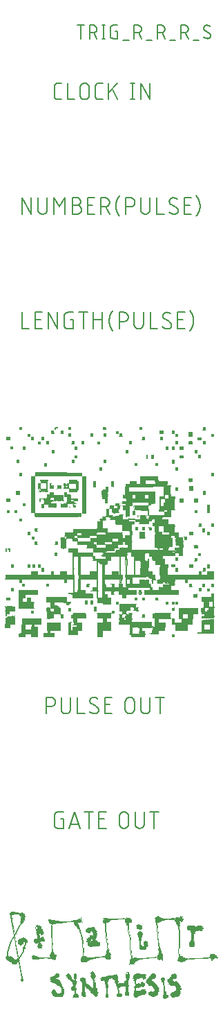
<source format=gbr>
G04 EAGLE Gerber RS-274X export*
G75*
%MOMM*%
%FSLAX34Y34*%
%LPD*%
%INSilkscreen Top*%
%IPPOS*%
%AMOC8*
5,1,8,0,0,1.08239X$1,22.5*%
G01*
%ADD10C,0.152400*%
%ADD11R,0.800000X0.025000*%
%ADD12R,0.850000X0.025000*%
%ADD13R,1.350000X0.025000*%
%ADD14R,0.675000X0.025000*%
%ADD15R,1.750000X0.025000*%
%ADD16R,0.125000X0.025000*%
%ADD17R,0.150000X0.025000*%
%ADD18R,0.175000X0.025000*%
%ADD19R,0.200000X0.025000*%
%ADD20R,0.375000X0.025000*%
%ADD21R,1.850000X0.025000*%
%ADD22R,0.100000X0.025000*%
%ADD23R,1.925000X0.025000*%
%ADD24R,1.125000X0.025000*%
%ADD25R,0.825000X0.025000*%
%ADD26R,1.950000X0.025000*%
%ADD27R,0.950000X0.025000*%
%ADD28R,2.325000X0.025000*%
%ADD29R,1.050000X0.025000*%
%ADD30R,2.300000X0.025000*%
%ADD31R,0.350000X0.025000*%
%ADD32R,0.750000X0.025000*%
%ADD33R,2.275000X0.025000*%
%ADD34R,2.225000X0.025000*%
%ADD35R,0.025000X0.025000*%
%ADD36R,0.975000X0.025000*%
%ADD37R,1.975000X0.025000*%
%ADD38R,0.075000X0.025000*%
%ADD39R,0.050000X0.025000*%
%ADD40R,1.525000X0.025000*%
%ADD41R,0.250000X0.025000*%
%ADD42R,0.275000X0.025000*%
%ADD43R,0.325000X0.025000*%
%ADD44R,1.150000X0.025000*%
%ADD45R,1.725000X0.025000*%
%ADD46R,0.775000X0.025000*%
%ADD47R,1.675000X0.025000*%
%ADD48R,1.550000X0.025000*%
%ADD49R,1.700000X0.025000*%
%ADD50R,1.575000X0.025000*%
%ADD51R,1.175000X0.025000*%
%ADD52R,0.450000X0.025000*%
%ADD53R,0.400000X0.025000*%
%ADD54R,0.550000X0.025000*%
%ADD55R,0.425000X0.025000*%
%ADD56R,0.525000X0.025000*%
%ADD57R,0.500000X0.025000*%
%ADD58R,0.600000X0.025000*%
%ADD59R,1.650000X0.025000*%
%ADD60R,0.625000X0.025000*%
%ADD61R,2.750000X0.025000*%
%ADD62R,1.300000X0.025000*%
%ADD63R,1.325000X0.025000*%
%ADD64R,1.075000X0.025000*%
%ADD65R,3.975000X0.025000*%
%ADD66R,2.150000X0.025000*%
%ADD67R,4.000000X0.025000*%
%ADD68R,2.175000X0.025000*%
%ADD69R,1.100000X0.025000*%
%ADD70R,2.575000X0.025000*%
%ADD71R,1.025000X0.025000*%
%ADD72R,1.400000X0.025000*%
%ADD73R,1.625000X0.025000*%
%ADD74R,0.475000X0.025000*%
%ADD75R,1.600000X0.025000*%
%ADD76R,1.425000X0.025000*%
%ADD77R,0.300000X0.025000*%
%ADD78R,2.000000X0.025000*%
%ADD79R,0.900000X0.025000*%
%ADD80R,0.925000X0.025000*%
%ADD81R,1.825000X0.025000*%
%ADD82R,1.275000X0.025000*%
%ADD83R,0.225000X0.025000*%
%ADD84R,0.725000X0.025000*%
%ADD85R,1.250000X0.025000*%
%ADD86R,1.225000X0.025000*%
%ADD87R,0.575000X0.025000*%
%ADD88R,2.125000X0.025000*%
%ADD89R,2.025000X0.025000*%
%ADD90R,1.500000X0.025000*%
%ADD91R,0.650000X0.025000*%
%ADD92R,0.875000X0.025000*%
%ADD93R,1.375000X0.025000*%
%ADD94R,0.700000X0.025000*%
%ADD95R,2.100000X0.025000*%
%ADD96R,2.075000X0.025000*%
%ADD97R,1.875000X0.025000*%
%ADD98R,1.000000X0.025000*%
%ADD99R,2.975000X0.025000*%
%ADD100R,2.475000X0.025000*%
%ADD101R,1.475000X0.025000*%
%ADD102R,1.775000X0.025000*%
%ADD103R,2.500000X0.025000*%
%ADD104R,4.150000X0.025000*%
%ADD105R,2.650000X0.025000*%
%ADD106R,2.900000X0.025000*%
%ADD107R,3.050000X0.025000*%
%ADD108R,3.250000X0.025000*%
%ADD109R,1.450000X0.025000*%
%ADD110R,4.975000X0.025000*%
%ADD111R,3.175000X0.025000*%
%ADD112R,3.100000X0.025000*%
%ADD113R,3.075000X0.025000*%
%ADD114R,3.125000X0.025000*%
%ADD115R,5.200000X0.025000*%
%ADD116R,8.475000X0.025000*%
%ADD117R,2.450000X0.025000*%
%ADD118R,6.675000X0.025000*%
%ADD119R,1.200000X0.025000*%
%ADD120R,3.650000X0.025000*%
%ADD121R,2.250000X0.025000*%
%ADD122R,3.300000X0.025000*%
%ADD123R,2.950000X0.025000*%
%ADD124R,3.025000X0.025000*%
%ADD125R,3.200000X0.025000*%
%ADD126R,3.000000X0.025000*%
%ADD127R,2.800000X0.025000*%
%ADD128R,2.600000X0.025000*%
%ADD129R,2.850000X0.025000*%
%ADD130R,2.675000X0.025000*%
%ADD131R,2.550000X0.025000*%
%ADD132R,5.325000X0.025000*%
%ADD133R,5.000000X0.025000*%
%ADD134R,6.950000X0.025000*%
%ADD135R,6.975000X0.025000*%
%ADD136R,7.000000X0.025000*%
%ADD137R,7.125000X0.025000*%
%ADD138R,7.025000X0.025000*%
%ADD139R,2.625000X0.025000*%
%ADD140R,6.900000X0.025000*%
%ADD141R,2.200000X0.025000*%
%ADD142R,6.875000X0.025000*%
%ADD143R,6.425000X0.025000*%
%ADD144R,3.400000X0.025000*%
%ADD145R,5.150000X0.025000*%
%ADD146R,3.150000X0.025000*%
%ADD147R,2.925000X0.025000*%
%ADD148R,7.075000X0.025000*%
%ADD149R,5.075000X0.025000*%
%ADD150R,4.300000X0.025000*%
%ADD151R,2.700000X0.025000*%
%ADD152R,2.050000X0.025000*%
%ADD153R,1.900000X0.025000*%
%ADD154R,2.425000X0.025000*%
%ADD155R,2.825000X0.025000*%
%ADD156R,5.725000X0.025000*%
%ADD157R,5.750000X0.025000*%
%ADD158R,3.800000X0.025000*%
%ADD159R,4.025000X0.025000*%
%ADD160R,3.625000X0.025000*%
%ADD161R,3.375000X0.025000*%
%ADD162R,5.575000X0.025000*%
%ADD163R,5.800000X0.025000*%
%ADD164R,3.875000X0.025000*%
%ADD165R,0.240000X0.080000*%
%ADD166R,0.560000X0.080000*%
%ADD167R,0.640000X0.080000*%
%ADD168R,0.400000X0.080000*%
%ADD169R,0.320000X0.080000*%
%ADD170R,0.960000X0.080000*%
%ADD171R,0.160000X0.080000*%
%ADD172R,0.480000X0.080000*%
%ADD173R,0.880000X0.080000*%
%ADD174R,1.200000X0.080000*%
%ADD175R,0.080000X0.080000*%
%ADD176R,0.720000X0.080000*%
%ADD177R,1.040000X0.080000*%
%ADD178R,1.360000X0.080000*%
%ADD179R,1.120000X0.080000*%
%ADD180R,1.280000X0.080000*%
%ADD181R,1.520000X0.080000*%
%ADD182R,1.440000X0.080000*%
%ADD183R,0.800000X0.080000*%
%ADD184R,1.600000X0.080000*%
%ADD185R,2.080000X0.080000*%
%ADD186R,2.000000X0.080000*%
%ADD187R,1.840000X0.080000*%
%ADD188R,2.240000X0.080000*%
%ADD189R,2.320000X0.080000*%
%ADD190R,2.960000X0.080000*%
%ADD191R,2.160000X0.080000*%
%ADD192R,1.920000X0.080000*%
%ADD193R,1.760000X0.080000*%
%ADD194R,3.920000X0.080000*%
%ADD195R,3.440000X0.080000*%
%ADD196R,2.400000X0.080000*%
%ADD197R,1.680000X0.080000*%
%ADD198C,0.177800*%


D10*
X113233Y1245359D02*
X113233Y1261615D01*
X117748Y1261615D02*
X108717Y1261615D01*
X123919Y1261615D02*
X123919Y1245359D01*
X123919Y1261615D02*
X128434Y1261615D01*
X128434Y1261616D02*
X128567Y1261614D01*
X128699Y1261608D01*
X128831Y1261598D01*
X128963Y1261585D01*
X129095Y1261567D01*
X129225Y1261546D01*
X129356Y1261521D01*
X129485Y1261492D01*
X129613Y1261459D01*
X129741Y1261423D01*
X129867Y1261383D01*
X129992Y1261339D01*
X130116Y1261291D01*
X130238Y1261240D01*
X130359Y1261185D01*
X130478Y1261127D01*
X130596Y1261065D01*
X130711Y1261000D01*
X130825Y1260931D01*
X130936Y1260860D01*
X131045Y1260784D01*
X131152Y1260706D01*
X131257Y1260625D01*
X131359Y1260540D01*
X131459Y1260453D01*
X131556Y1260363D01*
X131651Y1260270D01*
X131742Y1260174D01*
X131831Y1260076D01*
X131917Y1259975D01*
X132000Y1259871D01*
X132080Y1259765D01*
X132156Y1259657D01*
X132230Y1259547D01*
X132300Y1259434D01*
X132367Y1259320D01*
X132430Y1259203D01*
X132490Y1259085D01*
X132547Y1258965D01*
X132600Y1258843D01*
X132649Y1258720D01*
X132695Y1258596D01*
X132737Y1258470D01*
X132775Y1258343D01*
X132810Y1258215D01*
X132841Y1258086D01*
X132868Y1257957D01*
X132891Y1257826D01*
X132911Y1257695D01*
X132926Y1257563D01*
X132938Y1257431D01*
X132946Y1257299D01*
X132950Y1257166D01*
X132950Y1257034D01*
X132946Y1256901D01*
X132938Y1256769D01*
X132926Y1256637D01*
X132911Y1256505D01*
X132891Y1256374D01*
X132868Y1256243D01*
X132841Y1256114D01*
X132810Y1255985D01*
X132775Y1255857D01*
X132737Y1255730D01*
X132695Y1255604D01*
X132649Y1255480D01*
X132600Y1255357D01*
X132547Y1255235D01*
X132490Y1255115D01*
X132430Y1254997D01*
X132367Y1254880D01*
X132300Y1254766D01*
X132230Y1254653D01*
X132156Y1254543D01*
X132080Y1254435D01*
X132000Y1254329D01*
X131917Y1254225D01*
X131831Y1254124D01*
X131742Y1254026D01*
X131651Y1253930D01*
X131556Y1253837D01*
X131459Y1253747D01*
X131359Y1253660D01*
X131257Y1253575D01*
X131152Y1253494D01*
X131045Y1253416D01*
X130936Y1253340D01*
X130825Y1253269D01*
X130711Y1253200D01*
X130596Y1253135D01*
X130478Y1253073D01*
X130359Y1253015D01*
X130238Y1252960D01*
X130116Y1252909D01*
X129992Y1252861D01*
X129867Y1252817D01*
X129741Y1252777D01*
X129613Y1252741D01*
X129485Y1252708D01*
X129356Y1252679D01*
X129225Y1252654D01*
X129095Y1252633D01*
X128963Y1252615D01*
X128831Y1252602D01*
X128699Y1252592D01*
X128567Y1252586D01*
X128434Y1252584D01*
X123919Y1252584D01*
X129338Y1252584D02*
X132950Y1245359D01*
X140848Y1245359D02*
X140848Y1261615D01*
X139042Y1245359D02*
X142654Y1245359D01*
X142654Y1261615D02*
X139042Y1261615D01*
X155680Y1254390D02*
X158389Y1254390D01*
X158389Y1245359D01*
X152971Y1245359D01*
X152971Y1245360D02*
X152853Y1245362D01*
X152735Y1245368D01*
X152617Y1245377D01*
X152500Y1245391D01*
X152383Y1245408D01*
X152266Y1245429D01*
X152151Y1245454D01*
X152036Y1245483D01*
X151922Y1245516D01*
X151810Y1245552D01*
X151699Y1245592D01*
X151589Y1245635D01*
X151480Y1245682D01*
X151373Y1245732D01*
X151268Y1245787D01*
X151165Y1245844D01*
X151064Y1245905D01*
X150964Y1245969D01*
X150867Y1246036D01*
X150772Y1246106D01*
X150680Y1246180D01*
X150589Y1246256D01*
X150502Y1246336D01*
X150417Y1246418D01*
X150335Y1246503D01*
X150255Y1246590D01*
X150179Y1246681D01*
X150105Y1246773D01*
X150035Y1246868D01*
X149968Y1246965D01*
X149904Y1247065D01*
X149843Y1247166D01*
X149786Y1247269D01*
X149731Y1247374D01*
X149681Y1247481D01*
X149634Y1247590D01*
X149591Y1247700D01*
X149551Y1247811D01*
X149515Y1247923D01*
X149482Y1248037D01*
X149453Y1248152D01*
X149428Y1248267D01*
X149407Y1248384D01*
X149390Y1248501D01*
X149376Y1248618D01*
X149367Y1248736D01*
X149361Y1248854D01*
X149359Y1248972D01*
X149358Y1248972D02*
X149358Y1258003D01*
X149359Y1258003D02*
X149361Y1258121D01*
X149367Y1258239D01*
X149376Y1258357D01*
X149390Y1258474D01*
X149407Y1258591D01*
X149428Y1258708D01*
X149453Y1258823D01*
X149482Y1258938D01*
X149515Y1259052D01*
X149551Y1259164D01*
X149591Y1259275D01*
X149634Y1259385D01*
X149681Y1259494D01*
X149731Y1259601D01*
X149785Y1259706D01*
X149843Y1259809D01*
X149904Y1259910D01*
X149968Y1260010D01*
X150035Y1260107D01*
X150105Y1260202D01*
X150179Y1260294D01*
X150255Y1260385D01*
X150335Y1260472D01*
X150417Y1260557D01*
X150502Y1260639D01*
X150589Y1260719D01*
X150680Y1260795D01*
X150772Y1260869D01*
X150867Y1260939D01*
X150964Y1261006D01*
X151064Y1261070D01*
X151165Y1261131D01*
X151268Y1261188D01*
X151373Y1261242D01*
X151480Y1261293D01*
X151589Y1261340D01*
X151699Y1261383D01*
X151810Y1261423D01*
X151922Y1261459D01*
X152036Y1261492D01*
X152151Y1261521D01*
X152266Y1261546D01*
X152383Y1261567D01*
X152500Y1261584D01*
X152617Y1261598D01*
X152735Y1261607D01*
X152853Y1261613D01*
X152971Y1261615D01*
X158389Y1261615D01*
X164851Y1243553D02*
X172075Y1243553D01*
X178628Y1245359D02*
X178628Y1261615D01*
X183144Y1261615D01*
X183144Y1261616D02*
X183277Y1261614D01*
X183409Y1261608D01*
X183541Y1261598D01*
X183673Y1261585D01*
X183805Y1261567D01*
X183935Y1261546D01*
X184066Y1261521D01*
X184195Y1261492D01*
X184323Y1261459D01*
X184451Y1261423D01*
X184577Y1261383D01*
X184702Y1261339D01*
X184826Y1261291D01*
X184948Y1261240D01*
X185069Y1261185D01*
X185188Y1261127D01*
X185306Y1261065D01*
X185421Y1261000D01*
X185535Y1260931D01*
X185646Y1260860D01*
X185755Y1260784D01*
X185862Y1260706D01*
X185967Y1260625D01*
X186069Y1260540D01*
X186169Y1260453D01*
X186266Y1260363D01*
X186361Y1260270D01*
X186452Y1260174D01*
X186541Y1260076D01*
X186627Y1259975D01*
X186710Y1259871D01*
X186790Y1259765D01*
X186866Y1259657D01*
X186940Y1259547D01*
X187010Y1259434D01*
X187077Y1259320D01*
X187140Y1259203D01*
X187200Y1259085D01*
X187257Y1258965D01*
X187310Y1258843D01*
X187359Y1258720D01*
X187405Y1258596D01*
X187447Y1258470D01*
X187485Y1258343D01*
X187520Y1258215D01*
X187551Y1258086D01*
X187578Y1257957D01*
X187601Y1257826D01*
X187621Y1257695D01*
X187636Y1257563D01*
X187648Y1257431D01*
X187656Y1257299D01*
X187660Y1257166D01*
X187660Y1257034D01*
X187656Y1256901D01*
X187648Y1256769D01*
X187636Y1256637D01*
X187621Y1256505D01*
X187601Y1256374D01*
X187578Y1256243D01*
X187551Y1256114D01*
X187520Y1255985D01*
X187485Y1255857D01*
X187447Y1255730D01*
X187405Y1255604D01*
X187359Y1255480D01*
X187310Y1255357D01*
X187257Y1255235D01*
X187200Y1255115D01*
X187140Y1254997D01*
X187077Y1254880D01*
X187010Y1254766D01*
X186940Y1254653D01*
X186866Y1254543D01*
X186790Y1254435D01*
X186710Y1254329D01*
X186627Y1254225D01*
X186541Y1254124D01*
X186452Y1254026D01*
X186361Y1253930D01*
X186266Y1253837D01*
X186169Y1253747D01*
X186069Y1253660D01*
X185967Y1253575D01*
X185862Y1253494D01*
X185755Y1253416D01*
X185646Y1253340D01*
X185535Y1253269D01*
X185421Y1253200D01*
X185306Y1253135D01*
X185188Y1253073D01*
X185069Y1253015D01*
X184948Y1252960D01*
X184826Y1252909D01*
X184702Y1252861D01*
X184577Y1252817D01*
X184451Y1252777D01*
X184323Y1252741D01*
X184195Y1252708D01*
X184066Y1252679D01*
X183935Y1252654D01*
X183805Y1252633D01*
X183673Y1252615D01*
X183541Y1252602D01*
X183409Y1252592D01*
X183277Y1252586D01*
X183144Y1252584D01*
X178628Y1252584D01*
X184047Y1252584D02*
X187659Y1245359D01*
X193508Y1243553D02*
X200733Y1243553D01*
X207285Y1245359D02*
X207285Y1261615D01*
X211801Y1261615D01*
X211801Y1261616D02*
X211934Y1261614D01*
X212066Y1261608D01*
X212198Y1261598D01*
X212330Y1261585D01*
X212462Y1261567D01*
X212592Y1261546D01*
X212723Y1261521D01*
X212852Y1261492D01*
X212980Y1261459D01*
X213108Y1261423D01*
X213234Y1261383D01*
X213359Y1261339D01*
X213483Y1261291D01*
X213605Y1261240D01*
X213726Y1261185D01*
X213845Y1261127D01*
X213963Y1261065D01*
X214078Y1261000D01*
X214192Y1260931D01*
X214303Y1260860D01*
X214412Y1260784D01*
X214519Y1260706D01*
X214624Y1260625D01*
X214726Y1260540D01*
X214826Y1260453D01*
X214923Y1260363D01*
X215018Y1260270D01*
X215109Y1260174D01*
X215198Y1260076D01*
X215284Y1259975D01*
X215367Y1259871D01*
X215447Y1259765D01*
X215523Y1259657D01*
X215597Y1259547D01*
X215667Y1259434D01*
X215734Y1259320D01*
X215797Y1259203D01*
X215857Y1259085D01*
X215914Y1258965D01*
X215967Y1258843D01*
X216016Y1258720D01*
X216062Y1258596D01*
X216104Y1258470D01*
X216142Y1258343D01*
X216177Y1258215D01*
X216208Y1258086D01*
X216235Y1257957D01*
X216258Y1257826D01*
X216278Y1257695D01*
X216293Y1257563D01*
X216305Y1257431D01*
X216313Y1257299D01*
X216317Y1257166D01*
X216317Y1257034D01*
X216313Y1256901D01*
X216305Y1256769D01*
X216293Y1256637D01*
X216278Y1256505D01*
X216258Y1256374D01*
X216235Y1256243D01*
X216208Y1256114D01*
X216177Y1255985D01*
X216142Y1255857D01*
X216104Y1255730D01*
X216062Y1255604D01*
X216016Y1255480D01*
X215967Y1255357D01*
X215914Y1255235D01*
X215857Y1255115D01*
X215797Y1254997D01*
X215734Y1254880D01*
X215667Y1254766D01*
X215597Y1254653D01*
X215523Y1254543D01*
X215447Y1254435D01*
X215367Y1254329D01*
X215284Y1254225D01*
X215198Y1254124D01*
X215109Y1254026D01*
X215018Y1253930D01*
X214923Y1253837D01*
X214826Y1253747D01*
X214726Y1253660D01*
X214624Y1253575D01*
X214519Y1253494D01*
X214412Y1253416D01*
X214303Y1253340D01*
X214192Y1253269D01*
X214078Y1253200D01*
X213963Y1253135D01*
X213845Y1253073D01*
X213726Y1253015D01*
X213605Y1252960D01*
X213483Y1252909D01*
X213359Y1252861D01*
X213234Y1252817D01*
X213108Y1252777D01*
X212980Y1252741D01*
X212852Y1252708D01*
X212723Y1252679D01*
X212592Y1252654D01*
X212462Y1252633D01*
X212330Y1252615D01*
X212198Y1252602D01*
X212066Y1252592D01*
X211934Y1252586D01*
X211801Y1252584D01*
X207285Y1252584D01*
X212704Y1252584D02*
X216316Y1245359D01*
X222165Y1243553D02*
X229390Y1243553D01*
X235943Y1245359D02*
X235943Y1261615D01*
X240458Y1261615D01*
X240458Y1261616D02*
X240591Y1261614D01*
X240723Y1261608D01*
X240855Y1261598D01*
X240987Y1261585D01*
X241119Y1261567D01*
X241249Y1261546D01*
X241380Y1261521D01*
X241509Y1261492D01*
X241637Y1261459D01*
X241765Y1261423D01*
X241891Y1261383D01*
X242016Y1261339D01*
X242140Y1261291D01*
X242262Y1261240D01*
X242383Y1261185D01*
X242502Y1261127D01*
X242620Y1261065D01*
X242735Y1261000D01*
X242849Y1260931D01*
X242960Y1260860D01*
X243069Y1260784D01*
X243176Y1260706D01*
X243281Y1260625D01*
X243383Y1260540D01*
X243483Y1260453D01*
X243580Y1260363D01*
X243675Y1260270D01*
X243766Y1260174D01*
X243855Y1260076D01*
X243941Y1259975D01*
X244024Y1259871D01*
X244104Y1259765D01*
X244180Y1259657D01*
X244254Y1259547D01*
X244324Y1259434D01*
X244391Y1259320D01*
X244454Y1259203D01*
X244514Y1259085D01*
X244571Y1258965D01*
X244624Y1258843D01*
X244673Y1258720D01*
X244719Y1258596D01*
X244761Y1258470D01*
X244799Y1258343D01*
X244834Y1258215D01*
X244865Y1258086D01*
X244892Y1257957D01*
X244915Y1257826D01*
X244935Y1257695D01*
X244950Y1257563D01*
X244962Y1257431D01*
X244970Y1257299D01*
X244974Y1257166D01*
X244974Y1257034D01*
X244970Y1256901D01*
X244962Y1256769D01*
X244950Y1256637D01*
X244935Y1256505D01*
X244915Y1256374D01*
X244892Y1256243D01*
X244865Y1256114D01*
X244834Y1255985D01*
X244799Y1255857D01*
X244761Y1255730D01*
X244719Y1255604D01*
X244673Y1255480D01*
X244624Y1255357D01*
X244571Y1255235D01*
X244514Y1255115D01*
X244454Y1254997D01*
X244391Y1254880D01*
X244324Y1254766D01*
X244254Y1254653D01*
X244180Y1254543D01*
X244104Y1254435D01*
X244024Y1254329D01*
X243941Y1254225D01*
X243855Y1254124D01*
X243766Y1254026D01*
X243675Y1253930D01*
X243580Y1253837D01*
X243483Y1253747D01*
X243383Y1253660D01*
X243281Y1253575D01*
X243176Y1253494D01*
X243069Y1253416D01*
X242960Y1253340D01*
X242849Y1253269D01*
X242735Y1253200D01*
X242620Y1253135D01*
X242502Y1253073D01*
X242383Y1253015D01*
X242262Y1252960D01*
X242140Y1252909D01*
X242016Y1252861D01*
X241891Y1252817D01*
X241765Y1252777D01*
X241637Y1252741D01*
X241509Y1252708D01*
X241380Y1252679D01*
X241249Y1252654D01*
X241119Y1252633D01*
X240987Y1252615D01*
X240855Y1252602D01*
X240723Y1252592D01*
X240591Y1252586D01*
X240458Y1252584D01*
X235943Y1252584D01*
X241361Y1252584D02*
X244974Y1245359D01*
X250822Y1243553D02*
X258047Y1243553D01*
X268885Y1245360D02*
X269003Y1245362D01*
X269121Y1245368D01*
X269239Y1245377D01*
X269356Y1245391D01*
X269473Y1245408D01*
X269590Y1245429D01*
X269705Y1245454D01*
X269820Y1245483D01*
X269934Y1245516D01*
X270046Y1245552D01*
X270157Y1245592D01*
X270267Y1245635D01*
X270376Y1245682D01*
X270483Y1245732D01*
X270588Y1245787D01*
X270691Y1245844D01*
X270792Y1245905D01*
X270892Y1245969D01*
X270989Y1246036D01*
X271084Y1246106D01*
X271176Y1246180D01*
X271267Y1246256D01*
X271354Y1246336D01*
X271439Y1246418D01*
X271521Y1246503D01*
X271601Y1246590D01*
X271677Y1246681D01*
X271751Y1246773D01*
X271821Y1246868D01*
X271888Y1246965D01*
X271952Y1247065D01*
X272013Y1247166D01*
X272070Y1247269D01*
X272125Y1247374D01*
X272175Y1247481D01*
X272222Y1247590D01*
X272265Y1247700D01*
X272305Y1247811D01*
X272341Y1247923D01*
X272374Y1248037D01*
X272403Y1248152D01*
X272428Y1248267D01*
X272449Y1248384D01*
X272466Y1248501D01*
X272480Y1248618D01*
X272489Y1248736D01*
X272495Y1248854D01*
X272497Y1248972D01*
X268885Y1245360D02*
X268702Y1245362D01*
X268520Y1245369D01*
X268338Y1245380D01*
X268156Y1245395D01*
X267974Y1245415D01*
X267793Y1245438D01*
X267613Y1245467D01*
X267433Y1245499D01*
X267254Y1245536D01*
X267077Y1245577D01*
X266900Y1245623D01*
X266724Y1245672D01*
X266550Y1245726D01*
X266376Y1245784D01*
X266205Y1245846D01*
X266035Y1245912D01*
X265866Y1245983D01*
X265699Y1246057D01*
X265534Y1246135D01*
X265371Y1246217D01*
X265210Y1246303D01*
X265051Y1246393D01*
X264894Y1246487D01*
X264740Y1246584D01*
X264588Y1246685D01*
X264438Y1246790D01*
X264291Y1246898D01*
X264147Y1247009D01*
X264005Y1247124D01*
X263866Y1247243D01*
X263730Y1247365D01*
X263597Y1247490D01*
X263467Y1247618D01*
X263918Y1258003D02*
X263920Y1258121D01*
X263926Y1258239D01*
X263935Y1258357D01*
X263949Y1258474D01*
X263966Y1258591D01*
X263987Y1258708D01*
X264012Y1258823D01*
X264041Y1258938D01*
X264074Y1259052D01*
X264110Y1259164D01*
X264150Y1259275D01*
X264193Y1259385D01*
X264240Y1259494D01*
X264290Y1259601D01*
X264345Y1259706D01*
X264402Y1259809D01*
X264463Y1259910D01*
X264527Y1260010D01*
X264594Y1260107D01*
X264664Y1260202D01*
X264738Y1260294D01*
X264814Y1260385D01*
X264894Y1260472D01*
X264976Y1260557D01*
X265061Y1260639D01*
X265148Y1260719D01*
X265239Y1260795D01*
X265331Y1260869D01*
X265426Y1260939D01*
X265523Y1261006D01*
X265623Y1261070D01*
X265724Y1261131D01*
X265827Y1261189D01*
X265932Y1261243D01*
X266039Y1261293D01*
X266148Y1261340D01*
X266258Y1261384D01*
X266369Y1261423D01*
X266482Y1261459D01*
X266595Y1261492D01*
X266710Y1261521D01*
X266825Y1261546D01*
X266942Y1261567D01*
X267059Y1261584D01*
X267176Y1261598D01*
X267294Y1261607D01*
X267412Y1261613D01*
X267530Y1261615D01*
X267691Y1261613D01*
X267853Y1261607D01*
X268014Y1261598D01*
X268175Y1261584D01*
X268335Y1261567D01*
X268495Y1261546D01*
X268655Y1261521D01*
X268814Y1261492D01*
X268972Y1261460D01*
X269129Y1261424D01*
X269285Y1261384D01*
X269441Y1261340D01*
X269595Y1261292D01*
X269748Y1261241D01*
X269900Y1261187D01*
X270051Y1261128D01*
X270200Y1261067D01*
X270347Y1261001D01*
X270493Y1260932D01*
X270638Y1260860D01*
X270780Y1260784D01*
X270921Y1260705D01*
X271060Y1260623D01*
X271196Y1260537D01*
X271331Y1260448D01*
X271464Y1260356D01*
X271594Y1260260D01*
X265724Y1254842D02*
X265623Y1254904D01*
X265523Y1254969D01*
X265426Y1255038D01*
X265331Y1255110D01*
X265238Y1255184D01*
X265148Y1255262D01*
X265060Y1255343D01*
X264975Y1255426D01*
X264893Y1255512D01*
X264814Y1255601D01*
X264737Y1255692D01*
X264664Y1255786D01*
X264593Y1255882D01*
X264526Y1255980D01*
X264462Y1256080D01*
X264401Y1256183D01*
X264344Y1256287D01*
X264290Y1256393D01*
X264240Y1256501D01*
X264193Y1256610D01*
X264149Y1256721D01*
X264109Y1256833D01*
X264073Y1256947D01*
X264041Y1257061D01*
X264012Y1257177D01*
X263987Y1257293D01*
X263966Y1257410D01*
X263949Y1257528D01*
X263935Y1257646D01*
X263926Y1257765D01*
X263920Y1257884D01*
X263918Y1258003D01*
X270691Y1252133D02*
X270792Y1252071D01*
X270892Y1252006D01*
X270989Y1251937D01*
X271084Y1251865D01*
X271177Y1251791D01*
X271267Y1251713D01*
X271355Y1251632D01*
X271440Y1251549D01*
X271522Y1251463D01*
X271601Y1251374D01*
X271678Y1251283D01*
X271751Y1251189D01*
X271822Y1251093D01*
X271889Y1250995D01*
X271953Y1250895D01*
X272014Y1250792D01*
X272071Y1250688D01*
X272125Y1250582D01*
X272175Y1250474D01*
X272222Y1250365D01*
X272266Y1250254D01*
X272306Y1250142D01*
X272342Y1250028D01*
X272374Y1249914D01*
X272403Y1249798D01*
X272428Y1249682D01*
X272449Y1249565D01*
X272466Y1249447D01*
X272480Y1249329D01*
X272489Y1249210D01*
X272495Y1249091D01*
X272497Y1248972D01*
X270691Y1252133D02*
X265724Y1254842D01*
D11*
X41375Y514500D03*
D12*
X56375Y514500D03*
D13*
X74125Y514500D03*
D14*
X136750Y514500D03*
D15*
X183625Y514500D03*
D16*
X225500Y514500D03*
D17*
X227625Y514500D03*
D11*
X41375Y514750D03*
D12*
X56375Y514750D03*
D13*
X74125Y514750D03*
D14*
X136750Y514750D03*
D15*
X183625Y514750D03*
D17*
X225625Y514750D03*
D18*
X227500Y514750D03*
D11*
X41375Y515000D03*
D12*
X56375Y515000D03*
D13*
X74125Y515000D03*
D14*
X136750Y515000D03*
D15*
X183625Y515000D03*
D17*
X225625Y515000D03*
D18*
X227500Y515000D03*
D11*
X41375Y515250D03*
D12*
X56375Y515250D03*
D13*
X74125Y515250D03*
D14*
X136750Y515250D03*
D15*
X183625Y515250D03*
D17*
X225625Y515250D03*
D19*
X227625Y515250D03*
D11*
X41375Y515500D03*
D12*
X56375Y515500D03*
D13*
X74125Y515500D03*
D14*
X136750Y515500D03*
D15*
X183625Y515500D03*
D17*
X225625Y515500D03*
D19*
X227625Y515500D03*
D11*
X41375Y515750D03*
D12*
X56375Y515750D03*
D13*
X74125Y515750D03*
D14*
X136750Y515750D03*
D15*
X183625Y515750D03*
D20*
X226750Y515750D03*
D11*
X41375Y516000D03*
D12*
X56375Y516000D03*
D13*
X74125Y516000D03*
D14*
X136750Y516000D03*
D15*
X183625Y516000D03*
D20*
X226750Y516000D03*
D11*
X41375Y516250D03*
D12*
X56375Y516250D03*
D13*
X74125Y516250D03*
D14*
X136750Y516250D03*
D15*
X183625Y516250D03*
D20*
X226750Y516250D03*
D11*
X41375Y516500D03*
D12*
X56375Y516500D03*
D13*
X74125Y516500D03*
D14*
X136750Y516500D03*
D21*
X183125Y516500D03*
D22*
X225625Y516500D03*
D16*
X227750Y516500D03*
D11*
X41375Y516750D03*
D12*
X56375Y516750D03*
D13*
X74125Y516750D03*
D14*
X136750Y516750D03*
D23*
X182750Y516750D03*
D11*
X41375Y517000D03*
D12*
X56375Y517000D03*
D13*
X74125Y517000D03*
D24*
X103750Y517000D03*
D14*
X136750Y517000D03*
D23*
X182750Y517000D03*
D25*
X41500Y517250D03*
D12*
X56375Y517250D03*
D13*
X74125Y517250D03*
D24*
X103750Y517250D03*
D14*
X136750Y517250D03*
D26*
X182625Y517250D03*
D27*
X203875Y517250D03*
D28*
X49000Y517500D03*
D13*
X74125Y517500D03*
D24*
X103750Y517500D03*
D14*
X136750Y517500D03*
D26*
X182625Y517500D03*
D29*
X203375Y517500D03*
D28*
X49000Y517750D03*
D13*
X74125Y517750D03*
D24*
X103750Y517750D03*
D14*
X136750Y517750D03*
D23*
X182750Y517750D03*
D29*
X203375Y517750D03*
D30*
X49125Y518000D03*
D13*
X74125Y518000D03*
D24*
X103750Y518000D03*
D14*
X136750Y518000D03*
D31*
X174875Y518000D03*
D32*
X188625Y518000D03*
D29*
X203375Y518000D03*
D33*
X49250Y518250D03*
D13*
X74125Y518250D03*
D24*
X103750Y518250D03*
D14*
X136750Y518250D03*
D31*
X174875Y518250D03*
D32*
X188625Y518250D03*
D29*
X203375Y518250D03*
D34*
X49500Y518500D03*
D13*
X74125Y518500D03*
D24*
X103750Y518500D03*
D14*
X136750Y518500D03*
D31*
X174875Y518500D03*
D32*
X188625Y518500D03*
D35*
X198250Y518500D03*
D36*
X203750Y518500D03*
D37*
X266750Y518500D03*
D38*
X39500Y518750D03*
D35*
X40250Y518750D03*
D37*
X50750Y518750D03*
D25*
X76250Y518750D03*
D24*
X103750Y518750D03*
D14*
X136750Y518750D03*
D31*
X174875Y518750D03*
D32*
X188625Y518750D03*
D35*
X199500Y518750D03*
D25*
X204500Y518750D03*
D37*
X266750Y518750D03*
X50750Y519000D03*
D20*
X74250Y519000D03*
D24*
X103750Y519000D03*
D14*
X136750Y519000D03*
D31*
X174875Y519000D03*
D38*
X185250Y519000D03*
D39*
X186375Y519000D03*
X187125Y519000D03*
D35*
X188000Y519000D03*
D20*
X190500Y519000D03*
D25*
X204500Y519000D03*
D37*
X266750Y519000D03*
X50750Y519250D03*
D31*
X74375Y519250D03*
D24*
X103750Y519250D03*
D14*
X136750Y519250D03*
D31*
X174875Y519250D03*
D18*
X185750Y519250D03*
D38*
X187250Y519250D03*
D20*
X190500Y519250D03*
D25*
X204500Y519250D03*
D37*
X266750Y519250D03*
D26*
X50875Y519500D03*
D31*
X74375Y519500D03*
D24*
X103750Y519500D03*
D14*
X136750Y519500D03*
D31*
X174875Y519500D03*
D18*
X185750Y519500D03*
D17*
X187625Y519500D03*
D20*
X190500Y519500D03*
D25*
X204500Y519500D03*
D40*
X269000Y519500D03*
D26*
X50875Y519750D03*
D31*
X74375Y519750D03*
D24*
X103750Y519750D03*
D14*
X136750Y519750D03*
D31*
X174875Y519750D03*
D35*
X185000Y519750D03*
D41*
X186875Y519750D03*
D20*
X190500Y519750D03*
D25*
X204500Y519750D03*
D40*
X269000Y519750D03*
D26*
X50875Y520000D03*
D31*
X74375Y520000D03*
D24*
X103750Y520000D03*
D14*
X136750Y520000D03*
D31*
X174875Y520000D03*
D35*
X185000Y520000D03*
D39*
X185625Y520000D03*
D19*
X187125Y520000D03*
D20*
X190500Y520000D03*
D12*
X204375Y520000D03*
D40*
X269000Y520000D03*
D26*
X50875Y520250D03*
D31*
X74375Y520250D03*
D24*
X103750Y520250D03*
D14*
X136750Y520250D03*
D31*
X174875Y520250D03*
D35*
X185000Y520250D03*
D42*
X186750Y520250D03*
D20*
X190500Y520250D03*
D12*
X204375Y520250D03*
D40*
X269000Y520250D03*
D26*
X50875Y520500D03*
D31*
X74375Y520500D03*
D24*
X103750Y520500D03*
D14*
X136750Y520500D03*
D31*
X174875Y520500D03*
D43*
X186500Y520500D03*
D20*
X190500Y520500D03*
D12*
X204375Y520500D03*
D40*
X269000Y520500D03*
D26*
X50875Y520750D03*
D31*
X74375Y520750D03*
D24*
X103750Y520750D03*
D14*
X136750Y520750D03*
D31*
X174875Y520750D03*
D43*
X186500Y520750D03*
D20*
X190500Y520750D03*
D25*
X204500Y520750D03*
D40*
X269000Y520750D03*
D26*
X50875Y521000D03*
D31*
X74375Y521000D03*
D24*
X103750Y521000D03*
D14*
X136750Y521000D03*
D31*
X174875Y521000D03*
D43*
X186500Y521000D03*
D20*
X190500Y521000D03*
D25*
X204500Y521000D03*
D40*
X269000Y521000D03*
D26*
X50875Y521250D03*
D31*
X74375Y521250D03*
D24*
X103750Y521250D03*
D14*
X136750Y521250D03*
D31*
X174875Y521250D03*
D43*
X186500Y521250D03*
D20*
X190500Y521250D03*
D25*
X204500Y521250D03*
D40*
X269000Y521250D03*
D26*
X50875Y521500D03*
D20*
X74250Y521500D03*
D44*
X103875Y521500D03*
D45*
X142000Y521500D03*
D31*
X174875Y521500D03*
D43*
X186500Y521500D03*
D46*
X204750Y521500D03*
D40*
X269000Y521500D03*
D26*
X50875Y521750D03*
D47*
X80000Y521750D03*
X106500Y521750D03*
D45*
X142000Y521750D03*
D31*
X174875Y521750D03*
D41*
X186125Y521750D03*
D35*
X188000Y521750D03*
D48*
X208875Y521750D03*
X236625Y521750D03*
D40*
X269000Y521750D03*
D26*
X50875Y522000D03*
D49*
X79875Y522000D03*
D47*
X106500Y522000D03*
D45*
X142000Y522000D03*
D31*
X174875Y522000D03*
D43*
X186500Y522000D03*
D50*
X209000Y522000D03*
D48*
X236625Y522000D03*
D40*
X269000Y522000D03*
D26*
X50875Y522250D03*
D49*
X79875Y522250D03*
D20*
X100000Y522250D03*
D51*
X109000Y522250D03*
D45*
X142000Y522250D03*
D31*
X174875Y522250D03*
D43*
X186500Y522250D03*
D50*
X209000Y522250D03*
D48*
X236625Y522250D03*
D40*
X269000Y522250D03*
D26*
X50875Y522500D03*
D49*
X79875Y522500D03*
D20*
X100000Y522500D03*
D51*
X109000Y522500D03*
D45*
X142000Y522500D03*
D31*
X174875Y522500D03*
D43*
X186500Y522500D03*
D50*
X209000Y522500D03*
D48*
X236625Y522500D03*
D40*
X269000Y522500D03*
D52*
X43375Y522750D03*
D12*
X56375Y522750D03*
D49*
X79875Y522750D03*
D20*
X100000Y522750D03*
D51*
X109000Y522750D03*
D45*
X142000Y522750D03*
D20*
X174750Y522750D03*
D43*
X186500Y522750D03*
D50*
X209000Y522750D03*
D48*
X236625Y522750D03*
D53*
X263375Y522750D03*
D54*
X273875Y522750D03*
D55*
X43250Y523000D03*
D12*
X56375Y523000D03*
D49*
X79875Y523000D03*
D20*
X100000Y523000D03*
D51*
X109000Y523000D03*
D45*
X142000Y523000D03*
D20*
X174750Y523000D03*
D43*
X186500Y523000D03*
D50*
X209000Y523000D03*
D48*
X236625Y523000D03*
D20*
X263250Y523000D03*
D56*
X273750Y523000D03*
D55*
X43250Y523250D03*
D25*
X56500Y523250D03*
D49*
X79875Y523250D03*
D20*
X100000Y523250D03*
D51*
X109000Y523250D03*
D45*
X142000Y523250D03*
D31*
X174875Y523250D03*
D43*
X186500Y523250D03*
D50*
X209000Y523250D03*
D48*
X236625Y523250D03*
D20*
X263250Y523250D03*
D56*
X273750Y523250D03*
D55*
X43250Y523500D03*
D25*
X56500Y523500D03*
D49*
X79875Y523500D03*
D20*
X100000Y523500D03*
D51*
X109000Y523500D03*
D45*
X142000Y523500D03*
D31*
X174875Y523500D03*
X186625Y523500D03*
D50*
X209000Y523500D03*
D48*
X236625Y523500D03*
D20*
X263250Y523500D03*
D57*
X273625Y523500D03*
D55*
X43250Y523750D03*
D25*
X56500Y523750D03*
D49*
X79875Y523750D03*
D20*
X100000Y523750D03*
D51*
X109000Y523750D03*
D45*
X142000Y523750D03*
D31*
X174875Y523750D03*
D43*
X186500Y523750D03*
D50*
X209000Y523750D03*
D48*
X236625Y523750D03*
D20*
X263250Y523750D03*
D57*
X273625Y523750D03*
D55*
X43250Y524000D03*
D25*
X56500Y524000D03*
D49*
X79875Y524000D03*
D20*
X100000Y524000D03*
D51*
X109000Y524000D03*
D45*
X142000Y524000D03*
D31*
X174875Y524000D03*
D43*
X186500Y524000D03*
D50*
X209000Y524000D03*
D48*
X236625Y524000D03*
D20*
X263250Y524000D03*
D57*
X273625Y524000D03*
D55*
X43250Y524250D03*
D25*
X56500Y524250D03*
D49*
X79875Y524250D03*
D20*
X100000Y524250D03*
D51*
X109000Y524250D03*
D45*
X142000Y524250D03*
D31*
X174875Y524250D03*
D43*
X186500Y524250D03*
D50*
X209000Y524250D03*
D48*
X236625Y524250D03*
D20*
X263250Y524250D03*
D57*
X273625Y524250D03*
D55*
X43250Y524500D03*
D25*
X56500Y524500D03*
D49*
X79875Y524500D03*
D20*
X100000Y524500D03*
D51*
X109000Y524500D03*
D45*
X142000Y524500D03*
D20*
X174750Y524500D03*
D31*
X186625Y524500D03*
D50*
X209000Y524500D03*
D48*
X236625Y524500D03*
D20*
X263250Y524500D03*
D57*
X273625Y524500D03*
D55*
X43250Y524750D03*
D25*
X56500Y524750D03*
D49*
X79875Y524750D03*
D20*
X100000Y524750D03*
D51*
X109000Y524750D03*
D45*
X142000Y524750D03*
D20*
X174750Y524750D03*
D31*
X186625Y524750D03*
D50*
X209000Y524750D03*
D48*
X236625Y524750D03*
D20*
X263250Y524750D03*
D57*
X273625Y524750D03*
D55*
X43250Y525000D03*
D25*
X56500Y525000D03*
D49*
X79875Y525000D03*
D20*
X100000Y525000D03*
D51*
X109000Y525000D03*
D45*
X142000Y525000D03*
D20*
X174750Y525000D03*
D31*
X186625Y525000D03*
D50*
X209000Y525000D03*
D48*
X236625Y525000D03*
D20*
X263250Y525000D03*
D57*
X273625Y525000D03*
D55*
X43250Y525250D03*
D25*
X56500Y525250D03*
D49*
X79875Y525250D03*
D20*
X100000Y525250D03*
D51*
X109000Y525250D03*
D45*
X142000Y525250D03*
D20*
X174750Y525250D03*
X186500Y525250D03*
D50*
X209000Y525250D03*
D48*
X236625Y525250D03*
D20*
X263250Y525250D03*
D57*
X273625Y525250D03*
D58*
X23625Y525500D03*
D55*
X43250Y525500D03*
D25*
X56500Y525500D03*
D49*
X79875Y525500D03*
D20*
X100000Y525500D03*
D51*
X109000Y525500D03*
D45*
X142000Y525500D03*
D20*
X174750Y525500D03*
D35*
X178750Y525500D03*
D59*
X192125Y525500D03*
D50*
X209000Y525500D03*
D48*
X236625Y525500D03*
D20*
X263250Y525500D03*
D57*
X273625Y525500D03*
D60*
X23750Y525750D03*
D55*
X43250Y525750D03*
D25*
X56500Y525750D03*
D49*
X79875Y525750D03*
D20*
X100000Y525750D03*
D51*
X109000Y525750D03*
D45*
X142000Y525750D03*
D32*
X176625Y525750D03*
D39*
X180875Y525750D03*
D50*
X192500Y525750D03*
X209000Y525750D03*
D48*
X236625Y525750D03*
D20*
X263250Y525750D03*
D57*
X273625Y525750D03*
D60*
X23750Y526000D03*
D55*
X43250Y526000D03*
D53*
X54375Y526000D03*
D49*
X79875Y526000D03*
D20*
X100000Y526000D03*
D51*
X109000Y526000D03*
D45*
X142000Y526000D03*
D61*
X186625Y526000D03*
D50*
X209000Y526000D03*
D48*
X236625Y526000D03*
D20*
X263250Y526000D03*
D57*
X273625Y526000D03*
D60*
X23750Y526250D03*
D55*
X43250Y526250D03*
D53*
X54375Y526250D03*
D49*
X79875Y526250D03*
D20*
X100000Y526250D03*
D51*
X109000Y526250D03*
D45*
X142000Y526250D03*
D61*
X186625Y526250D03*
D22*
X201625Y526250D03*
D62*
X210375Y526250D03*
D48*
X236625Y526250D03*
D20*
X263250Y526250D03*
D57*
X273625Y526250D03*
D58*
X23625Y526500D03*
D55*
X43250Y526500D03*
D53*
X54375Y526500D03*
D49*
X79875Y526500D03*
D20*
X100000Y526500D03*
D14*
X111500Y526500D03*
D45*
X142000Y526500D03*
D61*
X186625Y526500D03*
D22*
X201625Y526500D03*
D63*
X210250Y526500D03*
D48*
X236625Y526500D03*
D20*
X263250Y526500D03*
D57*
X273625Y526500D03*
D58*
X23625Y526750D03*
D55*
X43250Y526750D03*
D53*
X54375Y526750D03*
D49*
X79875Y526750D03*
D20*
X100000Y526750D03*
D14*
X111500Y526750D03*
D45*
X142000Y526750D03*
D61*
X186625Y526750D03*
D22*
X201625Y526750D03*
D63*
X210250Y526750D03*
D48*
X236625Y526750D03*
D20*
X263250Y526750D03*
D57*
X273625Y526750D03*
D60*
X23750Y527000D03*
D55*
X43250Y527000D03*
D53*
X54375Y527000D03*
D49*
X79875Y527000D03*
D20*
X100000Y527000D03*
D14*
X111500Y527000D03*
D45*
X142000Y527000D03*
D61*
X186625Y527000D03*
D62*
X210375Y527000D03*
D48*
X236625Y527000D03*
D20*
X263250Y527000D03*
D57*
X273625Y527000D03*
D58*
X23625Y527250D03*
D55*
X43250Y527250D03*
D53*
X54375Y527250D03*
D49*
X79875Y527250D03*
D20*
X100000Y527250D03*
D14*
X111500Y527250D03*
D45*
X142000Y527250D03*
D61*
X186625Y527250D03*
D62*
X210375Y527250D03*
D48*
X236625Y527250D03*
D20*
X263250Y527250D03*
D57*
X273625Y527250D03*
D58*
X23625Y527500D03*
D55*
X43250Y527500D03*
D53*
X54375Y527500D03*
D49*
X79875Y527500D03*
D20*
X100000Y527500D03*
D14*
X111500Y527500D03*
D45*
X142000Y527500D03*
D61*
X186625Y527500D03*
D62*
X210375Y527500D03*
D48*
X236625Y527500D03*
D20*
X263250Y527500D03*
D56*
X273750Y527500D03*
D58*
X23625Y527750D03*
D55*
X43250Y527750D03*
D53*
X54375Y527750D03*
D49*
X79875Y527750D03*
D20*
X100000Y527750D03*
D14*
X111500Y527750D03*
D45*
X142000Y527750D03*
D61*
X186625Y527750D03*
D62*
X210375Y527750D03*
D48*
X236625Y527750D03*
D20*
X263250Y527750D03*
D56*
X273750Y527750D03*
D58*
X23625Y528000D03*
D55*
X43250Y528000D03*
D53*
X54375Y528000D03*
D49*
X79875Y528000D03*
D20*
X100000Y528000D03*
D14*
X111500Y528000D03*
D45*
X142000Y528000D03*
D61*
X186625Y528000D03*
D62*
X210375Y528000D03*
D48*
X236625Y528000D03*
D20*
X263250Y528000D03*
D54*
X273875Y528000D03*
D58*
X23625Y528250D03*
D55*
X43250Y528250D03*
D53*
X54375Y528250D03*
D49*
X79875Y528250D03*
D20*
X100000Y528250D03*
D14*
X111500Y528250D03*
D45*
X142000Y528250D03*
D61*
X186625Y528250D03*
D62*
X210375Y528250D03*
D48*
X236625Y528250D03*
D20*
X263250Y528250D03*
D54*
X273875Y528250D03*
D58*
X23625Y528500D03*
D55*
X43250Y528500D03*
D53*
X54375Y528500D03*
D49*
X79875Y528500D03*
D20*
X100000Y528500D03*
D14*
X111500Y528500D03*
D45*
X142000Y528500D03*
D61*
X186625Y528500D03*
D62*
X210375Y528500D03*
D48*
X236625Y528500D03*
D20*
X263250Y528500D03*
D54*
X273875Y528500D03*
D58*
X23625Y528750D03*
D55*
X43250Y528750D03*
D53*
X54375Y528750D03*
D49*
X79875Y528750D03*
D20*
X100000Y528750D03*
D24*
X109250Y528750D03*
D45*
X142000Y528750D03*
D61*
X186625Y528750D03*
D62*
X210375Y528750D03*
D48*
X236625Y528750D03*
D20*
X263250Y528750D03*
D54*
X273875Y528750D03*
D58*
X23625Y529000D03*
D55*
X43250Y529000D03*
D53*
X54375Y529000D03*
D49*
X79875Y529000D03*
D20*
X100000Y529000D03*
D24*
X109250Y529000D03*
D45*
X142000Y529000D03*
D61*
X186625Y529000D03*
D62*
X210375Y529000D03*
D48*
X236625Y529000D03*
D20*
X263250Y529000D03*
D54*
X273875Y529000D03*
D58*
X23625Y529250D03*
D52*
X43375Y529250D03*
D55*
X54250Y529250D03*
D49*
X79875Y529250D03*
D20*
X100000Y529250D03*
D64*
X109500Y529250D03*
D45*
X142000Y529250D03*
D61*
X186625Y529250D03*
D62*
X210375Y529250D03*
D50*
X236750Y529250D03*
D20*
X263250Y529250D03*
D54*
X273875Y529250D03*
D60*
X23750Y529500D03*
D48*
X48875Y529500D03*
D49*
X79875Y529500D03*
D20*
X100000Y529500D03*
D64*
X109500Y529500D03*
D45*
X142000Y529500D03*
D65*
X180500Y529500D03*
D62*
X210375Y529500D03*
D41*
X227125Y529500D03*
D66*
X239625Y529500D03*
D20*
X263250Y529500D03*
D54*
X273875Y529500D03*
D51*
X26500Y529750D03*
D28*
X52750Y529750D03*
D49*
X79875Y529750D03*
D20*
X100000Y529750D03*
D64*
X109500Y529750D03*
D45*
X142000Y529750D03*
D67*
X180375Y529750D03*
D62*
X210375Y529750D03*
D20*
X226500Y529750D03*
D68*
X239500Y529750D03*
D40*
X269000Y529750D03*
D51*
X26500Y530000D03*
D28*
X52750Y530000D03*
D49*
X79875Y530000D03*
D20*
X100000Y530000D03*
D69*
X109375Y530000D03*
D45*
X142000Y530000D03*
D67*
X180375Y530000D03*
D62*
X210375Y530000D03*
D20*
X226500Y530000D03*
D68*
X239500Y530000D03*
D40*
X269000Y530000D03*
D51*
X26500Y530250D03*
D28*
X52750Y530250D03*
D49*
X79875Y530250D03*
D20*
X100000Y530250D03*
D69*
X109375Y530250D03*
D45*
X142000Y530250D03*
D67*
X180375Y530250D03*
D62*
X210375Y530250D03*
D20*
X226500Y530250D03*
D68*
X239500Y530250D03*
D40*
X269000Y530250D03*
D51*
X26500Y530500D03*
D28*
X52750Y530500D03*
D49*
X79875Y530500D03*
D20*
X100000Y530500D03*
D69*
X109375Y530500D03*
D45*
X142000Y530500D03*
D67*
X180375Y530500D03*
D62*
X210375Y530500D03*
D20*
X226500Y530500D03*
D68*
X239500Y530500D03*
D40*
X269000Y530500D03*
D51*
X26500Y530750D03*
D28*
X52750Y530750D03*
D49*
X79875Y530750D03*
D20*
X100000Y530750D03*
D64*
X109500Y530750D03*
D45*
X142000Y530750D03*
D67*
X180375Y530750D03*
D62*
X210375Y530750D03*
D70*
X237500Y530750D03*
D40*
X269000Y530750D03*
D51*
X26500Y531000D03*
D28*
X52750Y531000D03*
D47*
X80000Y531000D03*
D20*
X100000Y531000D03*
D64*
X109500Y531000D03*
D45*
X142000Y531000D03*
D67*
X180375Y531000D03*
D62*
X210375Y531000D03*
D70*
X237500Y531000D03*
D40*
X269000Y531000D03*
D51*
X26500Y531250D03*
D28*
X52750Y531250D03*
D47*
X80000Y531250D03*
D20*
X100000Y531250D03*
D64*
X109500Y531250D03*
D15*
X141875Y531250D03*
D67*
X180375Y531250D03*
D62*
X210375Y531250D03*
D70*
X237500Y531250D03*
D40*
X269000Y531250D03*
D51*
X26500Y531500D03*
D28*
X52750Y531500D03*
D49*
X79875Y531500D03*
D19*
X100875Y531500D03*
D64*
X109500Y531500D03*
D15*
X141875Y531500D03*
D67*
X180375Y531500D03*
D62*
X210375Y531500D03*
D53*
X226625Y531500D03*
D66*
X239625Y531500D03*
D40*
X269000Y531500D03*
D51*
X26500Y531750D03*
D28*
X52750Y531750D03*
D18*
X101000Y531750D03*
D57*
X106625Y531750D03*
D71*
X145500Y531750D03*
D67*
X180375Y531750D03*
D57*
X206375Y531750D03*
D20*
X226500Y531750D03*
D72*
X243375Y531750D03*
D40*
X269000Y531750D03*
D51*
X26500Y532000D03*
D28*
X52750Y532000D03*
D22*
X100625Y532000D03*
D57*
X106625Y532000D03*
D55*
X142500Y532000D03*
D73*
X168500Y532000D03*
D57*
X206375Y532000D03*
D20*
X226500Y532000D03*
D72*
X243375Y532000D03*
D40*
X269000Y532000D03*
D51*
X26500Y532250D03*
D28*
X52750Y532250D03*
D74*
X106500Y532250D03*
D55*
X142500Y532250D03*
D75*
X168375Y532250D03*
D57*
X206375Y532250D03*
D20*
X226500Y532250D03*
D72*
X243375Y532250D03*
D40*
X269000Y532250D03*
D51*
X26500Y532500D03*
D28*
X52750Y532500D03*
D57*
X106625Y532500D03*
D55*
X142500Y532500D03*
D75*
X168375Y532500D03*
D57*
X206375Y532500D03*
D20*
X226500Y532500D03*
D72*
X243375Y532500D03*
D40*
X269000Y532500D03*
D51*
X26500Y532750D03*
D28*
X52750Y532750D03*
D57*
X106625Y532750D03*
D55*
X142500Y532750D03*
D75*
X168375Y532750D03*
D57*
X206375Y532750D03*
D20*
X226500Y532750D03*
D72*
X243375Y532750D03*
D40*
X269000Y532750D03*
D51*
X26500Y533000D03*
D28*
X52750Y533000D03*
D57*
X106625Y533000D03*
D55*
X142500Y533000D03*
D75*
X168375Y533000D03*
D57*
X206375Y533000D03*
D20*
X226500Y533000D03*
D72*
X243375Y533000D03*
D40*
X269000Y533000D03*
D51*
X26500Y533250D03*
D28*
X52750Y533250D03*
D57*
X106625Y533250D03*
D55*
X142500Y533250D03*
D75*
X168375Y533250D03*
D57*
X206375Y533250D03*
D20*
X226500Y533250D03*
D72*
X243375Y533250D03*
D40*
X269000Y533250D03*
D51*
X26500Y533500D03*
D28*
X52750Y533500D03*
D57*
X106625Y533500D03*
D55*
X142500Y533500D03*
D75*
X168375Y533500D03*
D57*
X206375Y533500D03*
D20*
X226500Y533500D03*
D72*
X243375Y533500D03*
D40*
X269000Y533500D03*
D51*
X26500Y533750D03*
D28*
X52750Y533750D03*
D57*
X106625Y533750D03*
D55*
X142500Y533750D03*
D75*
X168375Y533750D03*
D57*
X206375Y533750D03*
D20*
X226500Y533750D03*
D72*
X243375Y533750D03*
D40*
X269000Y533750D03*
D51*
X26500Y534000D03*
D28*
X52750Y534000D03*
D57*
X106625Y534000D03*
D55*
X142500Y534000D03*
D75*
X168375Y534000D03*
D57*
X206375Y534000D03*
D20*
X226500Y534000D03*
D72*
X243375Y534000D03*
D76*
X269500Y534000D03*
D51*
X26500Y534250D03*
D28*
X52750Y534250D03*
D57*
X106625Y534250D03*
D55*
X142500Y534250D03*
D75*
X168375Y534250D03*
D57*
X206375Y534250D03*
D20*
X226500Y534250D03*
D72*
X243375Y534250D03*
D62*
X270125Y534250D03*
D51*
X26500Y534500D03*
D28*
X52750Y534500D03*
D57*
X106625Y534500D03*
D55*
X142500Y534500D03*
D75*
X168375Y534500D03*
D57*
X206375Y534500D03*
D20*
X226500Y534500D03*
D72*
X243375Y534500D03*
D62*
X270125Y534500D03*
D51*
X26500Y534750D03*
D28*
X52750Y534750D03*
D57*
X106625Y534750D03*
D55*
X142500Y534750D03*
D75*
X168375Y534750D03*
D57*
X206375Y534750D03*
D20*
X226500Y534750D03*
D72*
X243375Y534750D03*
D62*
X270125Y534750D03*
D51*
X26500Y535000D03*
D28*
X52750Y535000D03*
D74*
X106500Y535000D03*
D55*
X142500Y535000D03*
D75*
X168375Y535000D03*
D57*
X206375Y535000D03*
D20*
X226500Y535000D03*
D72*
X243375Y535000D03*
D62*
X270125Y535000D03*
D51*
X26500Y535250D03*
D28*
X52750Y535250D03*
D74*
X106500Y535250D03*
D55*
X142500Y535250D03*
D60*
X163500Y535250D03*
D25*
X172250Y535250D03*
D57*
X206375Y535250D03*
D20*
X226500Y535250D03*
D72*
X243375Y535250D03*
D35*
X268000Y535250D03*
X270500Y535250D03*
D74*
X274250Y535250D03*
D51*
X26500Y535500D03*
D28*
X52750Y535500D03*
D74*
X106500Y535500D03*
D55*
X142500Y535500D03*
D60*
X163500Y535500D03*
D25*
X172250Y535500D03*
D57*
X206375Y535500D03*
D20*
X226500Y535500D03*
D72*
X243375Y535500D03*
D51*
X26500Y535750D03*
D28*
X52750Y535750D03*
D74*
X106500Y535750D03*
D55*
X142500Y535750D03*
D60*
X163500Y535750D03*
D11*
X172375Y535750D03*
D57*
X206375Y535750D03*
D20*
X226500Y535750D03*
D72*
X243375Y535750D03*
D51*
X26500Y536000D03*
D28*
X52750Y536000D03*
D74*
X106500Y536000D03*
D55*
X142500Y536000D03*
D60*
X163500Y536000D03*
D11*
X172375Y536000D03*
D57*
X206375Y536000D03*
D20*
X226500Y536000D03*
D72*
X243375Y536000D03*
D51*
X26500Y536250D03*
D57*
X106625Y536250D03*
D55*
X142500Y536250D03*
D60*
X163500Y536250D03*
D25*
X172250Y536250D03*
D57*
X206375Y536250D03*
D52*
X236125Y536250D03*
D58*
X247375Y536250D03*
D51*
X26500Y536500D03*
D39*
X71875Y536500D03*
D77*
X74375Y536500D03*
D57*
X106625Y536500D03*
D74*
X142500Y536500D03*
D60*
X163500Y536500D03*
D12*
X172125Y536500D03*
D78*
X213875Y536500D03*
D52*
X236125Y536500D03*
D58*
X247375Y536500D03*
D51*
X26500Y536750D03*
D79*
X75875Y536750D03*
D50*
X112000Y536750D03*
D45*
X142000Y536750D03*
D75*
X168375Y536750D03*
D78*
X213875Y536750D03*
D52*
X236125Y536750D03*
D58*
X247375Y536750D03*
D51*
X26500Y537000D03*
D79*
X75875Y537000D03*
D50*
X112000Y537000D03*
D45*
X142000Y537000D03*
D56*
X163000Y537000D03*
D80*
X171750Y537000D03*
D33*
X212500Y537000D03*
D52*
X236125Y537000D03*
D58*
X247375Y537000D03*
D35*
X272500Y537000D03*
D19*
X273875Y537000D03*
D51*
X26500Y537250D03*
D79*
X75875Y537250D03*
D81*
X110500Y537250D03*
D45*
X142000Y537250D03*
D53*
X162375Y537250D03*
D79*
X171875Y537250D03*
D33*
X212500Y537250D03*
D52*
X236125Y537250D03*
D58*
X247375Y537250D03*
D40*
X269000Y537250D03*
D36*
X27500Y537500D03*
D79*
X75875Y537500D03*
D43*
X90000Y537500D03*
D21*
X110625Y537500D03*
D45*
X142000Y537500D03*
D53*
X162375Y537500D03*
D79*
X171875Y537500D03*
D33*
X212500Y537500D03*
D52*
X236125Y537500D03*
D58*
X247375Y537500D03*
D40*
X269000Y537500D03*
D27*
X27625Y537750D03*
D80*
X76000Y537750D03*
D43*
X90000Y537750D03*
D21*
X110625Y537750D03*
D45*
X142000Y537750D03*
D53*
X162375Y537750D03*
D79*
X171875Y537750D03*
D43*
X189750Y537750D03*
D33*
X212500Y537750D03*
D52*
X236125Y537750D03*
D58*
X247375Y537750D03*
D40*
X269000Y537750D03*
D27*
X27625Y538000D03*
D80*
X76000Y538000D03*
D43*
X90000Y538000D03*
D81*
X110500Y538000D03*
D45*
X142000Y538000D03*
D53*
X162375Y538000D03*
D79*
X171875Y538000D03*
D77*
X189875Y538000D03*
D33*
X212500Y538000D03*
D52*
X236125Y538000D03*
D58*
X247375Y538000D03*
D40*
X269000Y538000D03*
D80*
X27750Y538250D03*
X76000Y538250D03*
D43*
X90000Y538250D03*
D21*
X110625Y538250D03*
D45*
X142000Y538250D03*
D53*
X162375Y538250D03*
D79*
X171875Y538250D03*
D77*
X189875Y538250D03*
D33*
X212500Y538250D03*
D52*
X236125Y538250D03*
D58*
X247375Y538250D03*
D40*
X269000Y538250D03*
D80*
X27750Y538500D03*
X76000Y538500D03*
D43*
X90000Y538500D03*
D21*
X110625Y538500D03*
D45*
X142000Y538500D03*
D53*
X162375Y538500D03*
D79*
X171875Y538500D03*
D77*
X189875Y538500D03*
D33*
X212500Y538500D03*
D52*
X236125Y538500D03*
D58*
X247375Y538500D03*
D40*
X269000Y538500D03*
D80*
X27750Y538750D03*
X76000Y538750D03*
D43*
X90000Y538750D03*
D21*
X110625Y538750D03*
D45*
X142000Y538750D03*
D53*
X162375Y538750D03*
D79*
X171875Y538750D03*
D77*
X189875Y538750D03*
D33*
X212500Y538750D03*
D52*
X236125Y538750D03*
D58*
X247375Y538750D03*
D82*
X270250Y538750D03*
D80*
X27750Y539000D03*
X76000Y539000D03*
D43*
X90000Y539000D03*
D81*
X110500Y539000D03*
D45*
X142000Y539000D03*
D53*
X162375Y539000D03*
D79*
X171875Y539000D03*
D77*
X189875Y539000D03*
D33*
X212500Y539000D03*
D52*
X236125Y539000D03*
D58*
X247375Y539000D03*
D82*
X270250Y539000D03*
D83*
X29250Y539250D03*
D16*
X31500Y539250D03*
D80*
X76000Y539250D03*
D43*
X90000Y539250D03*
D21*
X110625Y539250D03*
D45*
X142000Y539250D03*
D53*
X162375Y539250D03*
D79*
X171875Y539250D03*
D77*
X189875Y539250D03*
D33*
X212500Y539250D03*
D52*
X236125Y539250D03*
D58*
X247375Y539250D03*
D35*
X262750Y539250D03*
D82*
X270250Y539250D03*
D80*
X76000Y539500D03*
D43*
X90000Y539500D03*
D21*
X110625Y539500D03*
D45*
X142000Y539500D03*
D53*
X162375Y539500D03*
D79*
X171875Y539500D03*
D77*
X189875Y539500D03*
D33*
X212500Y539500D03*
D52*
X236125Y539500D03*
D58*
X247375Y539500D03*
D82*
X270250Y539500D03*
D83*
X21750Y539750D03*
D80*
X76000Y539750D03*
D43*
X90000Y539750D03*
D81*
X110500Y539750D03*
D45*
X142000Y539750D03*
D53*
X162375Y539750D03*
D84*
X172750Y539750D03*
D77*
X189875Y539750D03*
D33*
X212500Y539750D03*
D52*
X236125Y539750D03*
D58*
X247375Y539750D03*
D82*
X270250Y539750D03*
D41*
X21875Y540000D03*
D80*
X76000Y540000D03*
D43*
X90000Y540000D03*
D81*
X110500Y540000D03*
D45*
X142000Y540000D03*
D53*
X162375Y540000D03*
D84*
X172750Y540000D03*
D77*
X189875Y540000D03*
D33*
X212500Y540000D03*
D52*
X236125Y540000D03*
D58*
X247375Y540000D03*
D85*
X270375Y540000D03*
D41*
X21875Y540250D03*
D80*
X76000Y540250D03*
D43*
X90000Y540250D03*
D21*
X110625Y540250D03*
D45*
X142000Y540250D03*
D53*
X162375Y540250D03*
D84*
X172750Y540250D03*
D77*
X189875Y540250D03*
D33*
X212500Y540250D03*
D52*
X236125Y540250D03*
D58*
X247375Y540250D03*
D85*
X270375Y540250D03*
D41*
X21875Y540500D03*
D80*
X76000Y540500D03*
D17*
X89125Y540500D03*
X90875Y540500D03*
D81*
X110500Y540500D03*
D45*
X142000Y540500D03*
D53*
X162375Y540500D03*
D84*
X172750Y540500D03*
D77*
X189875Y540500D03*
D33*
X212500Y540500D03*
D52*
X236125Y540500D03*
D58*
X247375Y540500D03*
D85*
X270375Y540500D03*
D41*
X21875Y540750D03*
D80*
X76000Y540750D03*
D17*
X89125Y540750D03*
X90875Y540750D03*
D81*
X110500Y540750D03*
D45*
X142000Y540750D03*
D53*
X162375Y540750D03*
D84*
X172750Y540750D03*
D77*
X189875Y540750D03*
D33*
X212500Y540750D03*
D52*
X236125Y540750D03*
D58*
X247375Y540750D03*
D85*
X270375Y540750D03*
D41*
X21875Y541000D03*
D80*
X76000Y541000D03*
D43*
X90000Y541000D03*
D73*
X111500Y541000D03*
D45*
X142000Y541000D03*
D53*
X162375Y541000D03*
D84*
X172750Y541000D03*
D77*
X189875Y541000D03*
D33*
X212500Y541000D03*
D52*
X236125Y541000D03*
D58*
X247375Y541000D03*
D85*
X270375Y541000D03*
D41*
X21875Y541250D03*
D80*
X76000Y541250D03*
D43*
X90000Y541250D03*
D75*
X111625Y541250D03*
D45*
X142000Y541250D03*
D53*
X162375Y541250D03*
D84*
X172750Y541250D03*
D77*
X189875Y541250D03*
D33*
X212500Y541250D03*
D52*
X236125Y541250D03*
D58*
X247375Y541250D03*
D85*
X270375Y541250D03*
D41*
X21875Y541500D03*
D80*
X76000Y541500D03*
D43*
X90000Y541500D03*
D75*
X111625Y541500D03*
D45*
X142000Y541500D03*
D53*
X162375Y541500D03*
D84*
X172750Y541500D03*
D77*
X189875Y541500D03*
D33*
X212500Y541500D03*
D52*
X236125Y541500D03*
D58*
X247375Y541500D03*
D85*
X270375Y541500D03*
D41*
X21875Y541750D03*
D80*
X76000Y541750D03*
D16*
X89000Y541750D03*
D38*
X90750Y541750D03*
D75*
X111625Y541750D03*
D15*
X141875Y541750D03*
D55*
X162500Y541750D03*
D39*
X169375Y541750D03*
D55*
X174250Y541750D03*
D77*
X189875Y541750D03*
D33*
X212500Y541750D03*
D52*
X236125Y541750D03*
D58*
X247375Y541750D03*
D86*
X270500Y541750D03*
D41*
X21875Y542000D03*
D47*
X79750Y542000D03*
D75*
X111625Y542000D03*
D45*
X142000Y542000D03*
D74*
X167000Y542000D03*
D53*
X174375Y542000D03*
D33*
X212500Y542000D03*
D52*
X236125Y542000D03*
D58*
X247375Y542000D03*
D85*
X270375Y542000D03*
D41*
X21875Y542250D03*
D47*
X79750Y542250D03*
D75*
X111625Y542250D03*
D15*
X141875Y542250D03*
D52*
X166875Y542250D03*
D53*
X174375Y542250D03*
D33*
X212500Y542250D03*
D52*
X236125Y542250D03*
D79*
X248875Y542250D03*
D50*
X268750Y542250D03*
D87*
X23500Y542500D03*
D47*
X79750Y542500D03*
D75*
X111625Y542500D03*
D15*
X142125Y542500D03*
D52*
X166875Y542500D03*
D53*
X174375Y542500D03*
D33*
X212500Y542500D03*
D30*
X245375Y542500D03*
D50*
X268750Y542500D03*
D87*
X23500Y542750D03*
D35*
X53000Y542750D03*
D39*
X54375Y542750D03*
X55375Y542750D03*
D47*
X79750Y542750D03*
D75*
X111625Y542750D03*
D88*
X144000Y542750D03*
D52*
X166875Y542750D03*
D55*
X174250Y542750D03*
D78*
X213875Y542750D03*
D30*
X245375Y542750D03*
D50*
X268750Y542750D03*
D87*
X23500Y543000D03*
D31*
X54125Y543000D03*
D47*
X79750Y543000D03*
D75*
X111625Y543000D03*
D66*
X143875Y543000D03*
D52*
X166875Y543000D03*
D53*
X174375Y543000D03*
D89*
X213750Y543000D03*
D30*
X245375Y543000D03*
D50*
X268750Y543000D03*
D87*
X23500Y543250D03*
D31*
X54125Y543250D03*
D47*
X79750Y543250D03*
D90*
X111125Y543250D03*
D35*
X119500Y543250D03*
D88*
X144000Y543250D03*
D52*
X166875Y543250D03*
D30*
X245375Y543250D03*
D50*
X268750Y543250D03*
D87*
X23500Y543500D03*
D31*
X54125Y543500D03*
D47*
X79750Y543500D03*
D53*
X152625Y543500D03*
D52*
X166875Y543500D03*
D30*
X245375Y543500D03*
D50*
X268750Y543500D03*
D87*
X23500Y543750D03*
D31*
X54125Y543750D03*
D47*
X79750Y543750D03*
D20*
X152750Y543750D03*
D52*
X166875Y543750D03*
D30*
X245375Y543750D03*
D50*
X268750Y543750D03*
D87*
X23500Y544000D03*
D31*
X54125Y544000D03*
D47*
X79750Y544000D03*
D20*
X152750Y544000D03*
D52*
X166875Y544000D03*
D30*
X245375Y544000D03*
D50*
X268750Y544000D03*
D87*
X23500Y544250D03*
D31*
X54125Y544250D03*
D47*
X79750Y544250D03*
D20*
X152750Y544250D03*
D52*
X166875Y544250D03*
D30*
X245375Y544250D03*
D50*
X268750Y544250D03*
D87*
X23500Y544500D03*
D31*
X54125Y544500D03*
D47*
X79750Y544500D03*
D20*
X152750Y544500D03*
D52*
X166875Y544500D03*
D30*
X245375Y544500D03*
D50*
X268750Y544500D03*
D87*
X23500Y544750D03*
D31*
X54125Y544750D03*
D47*
X79750Y544750D03*
D20*
X152750Y544750D03*
D57*
X166875Y544750D03*
D30*
X245375Y544750D03*
D52*
X263125Y544750D03*
D80*
X272000Y544750D03*
D87*
X23500Y545000D03*
D31*
X54125Y545000D03*
D47*
X79750Y545000D03*
D20*
X152750Y545000D03*
D57*
X166875Y545000D03*
D30*
X245375Y545000D03*
D52*
X263125Y545000D03*
D79*
X272125Y545000D03*
D87*
X23500Y545250D03*
D31*
X54125Y545250D03*
D57*
X73875Y545250D03*
D46*
X84250Y545250D03*
D20*
X152750Y545250D03*
D56*
X166750Y545250D03*
D30*
X245375Y545250D03*
D55*
X263000Y545250D03*
D79*
X272125Y545250D03*
D58*
X23625Y545500D03*
D31*
X54125Y545500D03*
D74*
X73750Y545500D03*
D46*
X84250Y545500D03*
D42*
X130750Y545500D03*
D20*
X152750Y545500D03*
D91*
X166125Y545500D03*
D35*
X183000Y545500D03*
D30*
X245375Y545500D03*
D52*
X263125Y545500D03*
D79*
X272125Y545500D03*
D51*
X26500Y545750D03*
D31*
X54125Y545750D03*
D74*
X73750Y545750D03*
D46*
X84250Y545750D03*
D42*
X130750Y545750D03*
D91*
X166125Y545750D03*
D42*
X182750Y545750D03*
D30*
X245375Y545750D03*
D55*
X263000Y545750D03*
D92*
X272250Y545750D03*
D51*
X26500Y546000D03*
D83*
X53500Y546000D03*
D35*
X55500Y546000D03*
D74*
X73750Y546000D03*
D46*
X84250Y546000D03*
D20*
X99250Y546000D03*
D42*
X130750Y546000D03*
D79*
X164875Y546000D03*
D42*
X182750Y546000D03*
D30*
X245375Y546000D03*
D55*
X263000Y546000D03*
D92*
X272250Y546000D03*
D51*
X26500Y546250D03*
D74*
X73750Y546250D03*
D46*
X84250Y546250D03*
D20*
X99250Y546250D03*
D42*
X130750Y546250D03*
D93*
X167250Y546250D03*
D87*
X181250Y546250D03*
D20*
X226750Y546250D03*
D30*
X245375Y546250D03*
D55*
X263000Y546250D03*
D79*
X272125Y546250D03*
D51*
X26500Y546500D03*
D74*
X73750Y546500D03*
D46*
X84250Y546500D03*
D20*
X99250Y546500D03*
D42*
X130750Y546500D03*
D93*
X167250Y546500D03*
D58*
X181125Y546500D03*
D20*
X226750Y546500D03*
D30*
X245375Y546500D03*
D52*
X263125Y546500D03*
D79*
X272125Y546500D03*
D51*
X26500Y546750D03*
D74*
X73750Y546750D03*
D46*
X84250Y546750D03*
D20*
X99250Y546750D03*
D42*
X130750Y546750D03*
D93*
X167250Y546750D03*
D58*
X181125Y546750D03*
D20*
X226750Y546750D03*
D30*
X245375Y546750D03*
D52*
X263125Y546750D03*
D35*
X268750Y546750D03*
D84*
X273000Y546750D03*
D51*
X26500Y547000D03*
D74*
X73750Y547000D03*
D46*
X84250Y547000D03*
D20*
X99250Y547000D03*
D42*
X130750Y547000D03*
D93*
X167250Y547000D03*
D87*
X181250Y547000D03*
D20*
X226750Y547000D03*
D30*
X245375Y547000D03*
D53*
X263125Y547000D03*
D94*
X273125Y547000D03*
D51*
X26500Y547250D03*
D74*
X73750Y547250D03*
D46*
X84250Y547250D03*
D20*
X99250Y547250D03*
D42*
X130750Y547250D03*
D93*
X167250Y547250D03*
D87*
X181250Y547250D03*
D20*
X226750Y547250D03*
D30*
X245375Y547250D03*
D53*
X263125Y547250D03*
D94*
X273125Y547250D03*
D51*
X26500Y547500D03*
D74*
X73750Y547500D03*
D46*
X84250Y547500D03*
D20*
X99250Y547500D03*
D42*
X130750Y547500D03*
D93*
X167250Y547500D03*
D87*
X181250Y547500D03*
D20*
X226750Y547500D03*
D30*
X245375Y547500D03*
D55*
X263000Y547500D03*
D94*
X273125Y547500D03*
D51*
X26500Y547750D03*
D74*
X73750Y547750D03*
D46*
X84250Y547750D03*
D20*
X99250Y547750D03*
D42*
X130750Y547750D03*
D93*
X167250Y547750D03*
D54*
X181125Y547750D03*
D20*
X226750Y547750D03*
D30*
X245375Y547750D03*
D55*
X263000Y547750D03*
D94*
X273125Y547750D03*
D51*
X26500Y548000D03*
D74*
X73750Y548000D03*
D46*
X84250Y548000D03*
D20*
X99250Y548000D03*
D42*
X130750Y548000D03*
D93*
X167250Y548000D03*
D87*
X181250Y548000D03*
D20*
X226750Y548000D03*
D30*
X245375Y548000D03*
D55*
X263000Y548000D03*
D94*
X273125Y548000D03*
D51*
X26500Y548250D03*
D74*
X73750Y548250D03*
D46*
X84250Y548250D03*
D20*
X99250Y548250D03*
D42*
X130750Y548250D03*
D93*
X167250Y548250D03*
D54*
X181125Y548250D03*
D20*
X226750Y548250D03*
D30*
X245375Y548250D03*
D55*
X263000Y548250D03*
D94*
X273125Y548250D03*
D51*
X26500Y548500D03*
D74*
X73750Y548500D03*
D46*
X84250Y548500D03*
D20*
X99250Y548500D03*
D42*
X130750Y548500D03*
D93*
X167250Y548500D03*
D54*
X181125Y548500D03*
D20*
X226750Y548500D03*
D30*
X245375Y548500D03*
D55*
X263000Y548500D03*
D94*
X273125Y548500D03*
D51*
X26500Y548750D03*
X43250Y548750D03*
D16*
X50000Y548750D03*
D52*
X53625Y548750D03*
D74*
X73750Y548750D03*
D46*
X84250Y548750D03*
D20*
X99250Y548750D03*
D42*
X130750Y548750D03*
D93*
X167250Y548750D03*
D54*
X181125Y548750D03*
D20*
X226750Y548750D03*
D30*
X245375Y548750D03*
D55*
X263000Y548750D03*
D94*
X273125Y548750D03*
D51*
X26500Y549000D03*
D21*
X46625Y549000D03*
D74*
X73750Y549000D03*
D46*
X84250Y549000D03*
D20*
X99250Y549000D03*
D42*
X130750Y549000D03*
D93*
X167250Y549000D03*
D54*
X181125Y549000D03*
D20*
X226750Y549000D03*
D35*
X252000Y549000D03*
D39*
X252875Y549000D03*
D35*
X256750Y549000D03*
D55*
X263000Y549000D03*
D94*
X273125Y549000D03*
D51*
X26500Y549250D03*
D21*
X46625Y549250D03*
D59*
X79875Y549250D03*
D42*
X130750Y549250D03*
D93*
X167250Y549250D03*
D87*
X181250Y549250D03*
D20*
X226750Y549250D03*
D52*
X263125Y549250D03*
D35*
X265750Y549250D03*
D84*
X273000Y549250D03*
D51*
X26500Y549500D03*
D21*
X46625Y549500D03*
D35*
X72750Y549500D03*
D39*
X73625Y549500D03*
X74375Y549500D03*
D38*
X75250Y549500D03*
D86*
X82000Y549500D03*
D42*
X130750Y549500D03*
D93*
X167250Y549500D03*
D87*
X181250Y549500D03*
D39*
X228375Y549500D03*
D63*
X270000Y549500D03*
D51*
X26500Y549750D03*
D21*
X46625Y549750D03*
D35*
X73500Y549750D03*
D86*
X82000Y549750D03*
D42*
X130750Y549750D03*
D93*
X167250Y549750D03*
D87*
X181000Y549750D03*
D62*
X270125Y549750D03*
D51*
X26500Y550000D03*
D21*
X46625Y550000D03*
D64*
X81250Y550000D03*
D39*
X87875Y550000D03*
D42*
X130750Y550000D03*
D93*
X167250Y550000D03*
D58*
X181125Y550000D03*
D82*
X270250Y550000D03*
D51*
X26500Y550250D03*
D21*
X46625Y550250D03*
D64*
X81250Y550250D03*
D42*
X130750Y550250D03*
D95*
X170875Y550250D03*
D82*
X270250Y550250D03*
D38*
X21000Y550500D03*
D84*
X26000Y550500D03*
D21*
X46625Y550500D03*
D64*
X81250Y550500D03*
D42*
X130750Y550500D03*
D96*
X170750Y550500D03*
D84*
X267500Y550500D03*
D17*
X275875Y550500D03*
D35*
X20750Y550750D03*
D84*
X26000Y550750D03*
D21*
X46625Y550750D03*
D64*
X81250Y550750D03*
D96*
X170750Y550750D03*
D94*
X267375Y550750D03*
D17*
X275875Y550750D03*
D35*
X20750Y551000D03*
D84*
X26000Y551000D03*
D21*
X46625Y551000D03*
D71*
X81000Y551000D03*
D96*
X170750Y551000D03*
D94*
X267375Y551000D03*
D16*
X276000Y551000D03*
D35*
X20750Y551250D03*
D84*
X26000Y551250D03*
D21*
X46625Y551250D03*
D36*
X80750Y551250D03*
D96*
X170750Y551250D03*
D94*
X267375Y551250D03*
D16*
X276000Y551250D03*
D35*
X20750Y551500D03*
D84*
X26000Y551500D03*
D21*
X46625Y551500D03*
D80*
X80500Y551500D03*
D96*
X170750Y551500D03*
D94*
X267375Y551500D03*
D16*
X276000Y551500D03*
D21*
X46625Y551750D03*
D80*
X80500Y551750D03*
D96*
X170750Y551750D03*
D94*
X267375Y551750D03*
D16*
X276000Y551750D03*
D21*
X46625Y552000D03*
D79*
X80375Y552000D03*
D96*
X170750Y552000D03*
D94*
X267375Y552000D03*
D16*
X276000Y552000D03*
D21*
X46625Y552250D03*
D74*
X78250Y552250D03*
D96*
X170750Y552250D03*
D94*
X267375Y552250D03*
D16*
X276000Y552250D03*
D21*
X46625Y552500D03*
D52*
X78125Y552500D03*
D96*
X170750Y552500D03*
D94*
X267375Y552500D03*
D16*
X276000Y552500D03*
D21*
X46625Y552750D03*
D52*
X78125Y552750D03*
D96*
X170750Y552750D03*
D94*
X267375Y552750D03*
D16*
X276000Y552750D03*
D21*
X46625Y553000D03*
D52*
X78125Y553000D03*
D96*
X170750Y553000D03*
D94*
X267375Y553000D03*
D16*
X276000Y553000D03*
D21*
X46625Y553250D03*
D52*
X78125Y553250D03*
D96*
X170750Y553250D03*
D94*
X267375Y553250D03*
D16*
X276000Y553250D03*
D21*
X46625Y553500D03*
D52*
X78125Y553500D03*
D42*
X97250Y553500D03*
D96*
X170750Y553500D03*
D94*
X267375Y553500D03*
D16*
X276000Y553500D03*
D21*
X46625Y553750D03*
D52*
X78125Y553750D03*
D77*
X97375Y553750D03*
D96*
X170750Y553750D03*
D53*
X226875Y553750D03*
D94*
X267375Y553750D03*
D16*
X276000Y553750D03*
D21*
X46625Y554000D03*
D52*
X78125Y554000D03*
D77*
X97375Y554000D03*
D31*
X119625Y554000D03*
D20*
X126750Y554000D03*
D36*
X145500Y554000D03*
D53*
X157875Y554000D03*
D27*
X176375Y554000D03*
D53*
X219375Y554000D03*
X226875Y554000D03*
D43*
X231250Y554000D03*
D84*
X267250Y554000D03*
D16*
X276000Y554000D03*
D21*
X46625Y554250D03*
D52*
X78125Y554250D03*
D31*
X97625Y554250D03*
X119625Y554250D03*
X126625Y554250D03*
D36*
X145500Y554250D03*
D53*
X157875Y554250D03*
X219375Y554250D03*
X226875Y554250D03*
D43*
X231250Y554250D03*
D84*
X267250Y554250D03*
D22*
X276125Y554250D03*
D21*
X46625Y554500D03*
D52*
X78125Y554500D03*
D53*
X97875Y554500D03*
D31*
X119625Y554500D03*
X126625Y554500D03*
D36*
X145500Y554500D03*
D53*
X157875Y554500D03*
X219375Y554500D03*
X226875Y554500D03*
D43*
X231250Y554500D03*
D32*
X267375Y554500D03*
D22*
X276125Y554500D03*
D21*
X46625Y554750D03*
D52*
X78125Y554750D03*
D55*
X98000Y554750D03*
D31*
X119625Y554750D03*
X126625Y554750D03*
D36*
X145500Y554750D03*
D53*
X157875Y554750D03*
X219375Y554750D03*
X226875Y554750D03*
D43*
X231250Y554750D03*
D32*
X267375Y554750D03*
D22*
X276125Y554750D03*
D21*
X46625Y555000D03*
D74*
X78250Y555000D03*
D52*
X98125Y555000D03*
D31*
X119625Y555000D03*
X126625Y555000D03*
D36*
X145500Y555000D03*
D53*
X157875Y555000D03*
X219375Y555000D03*
X226875Y555000D03*
D43*
X231250Y555000D03*
D32*
X267375Y555000D03*
D22*
X276125Y555000D03*
D21*
X46625Y555250D03*
D74*
X78250Y555250D03*
X98250Y555250D03*
D31*
X119625Y555250D03*
X126625Y555250D03*
D36*
X145500Y555250D03*
D53*
X157875Y555250D03*
X219375Y555250D03*
X226875Y555250D03*
D43*
X231250Y555250D03*
D84*
X267250Y555250D03*
D16*
X276000Y555250D03*
D97*
X46750Y555500D03*
D74*
X78250Y555500D03*
D57*
X98375Y555500D03*
D31*
X119625Y555500D03*
X126625Y555500D03*
D36*
X145500Y555500D03*
D53*
X157875Y555500D03*
X219375Y555500D03*
X226875Y555500D03*
D43*
X231250Y555500D03*
D84*
X267250Y555500D03*
D16*
X276000Y555500D03*
D21*
X46625Y555750D03*
D74*
X78250Y555750D03*
D57*
X98375Y555750D03*
D31*
X119625Y555750D03*
X126625Y555750D03*
D35*
X135250Y555750D03*
D98*
X145375Y555750D03*
D53*
X157875Y555750D03*
X219375Y555750D03*
X226875Y555750D03*
D43*
X231250Y555750D03*
D32*
X267375Y555750D03*
D16*
X276000Y555750D03*
D21*
X46625Y556000D03*
D74*
X78250Y556000D03*
D12*
X96625Y556000D03*
D31*
X119625Y556000D03*
X126625Y556000D03*
D47*
X142000Y556000D03*
D53*
X157875Y556000D03*
X219375Y556000D03*
X226875Y556000D03*
D43*
X231250Y556000D03*
D32*
X267375Y556000D03*
D16*
X276000Y556000D03*
D21*
X46625Y556250D03*
D35*
X72500Y556250D03*
D36*
X80750Y556250D03*
D35*
X88000Y556250D03*
D92*
X96500Y556250D03*
D31*
X119625Y556250D03*
X126625Y556250D03*
D47*
X142000Y556250D03*
D53*
X157875Y556250D03*
X219375Y556250D03*
X226875Y556250D03*
D43*
X231250Y556250D03*
D32*
X267375Y556250D03*
D22*
X276125Y556250D03*
D21*
X46625Y556500D03*
D99*
X86000Y556500D03*
D31*
X119625Y556500D03*
X126625Y556500D03*
D47*
X142000Y556500D03*
D53*
X157875Y556500D03*
X219375Y556500D03*
X226875Y556500D03*
D43*
X231250Y556500D03*
D32*
X267375Y556500D03*
D16*
X276000Y556500D03*
D21*
X46625Y556750D03*
D99*
X86000Y556750D03*
D31*
X119625Y556750D03*
X126625Y556750D03*
D47*
X142000Y556750D03*
D53*
X157875Y556750D03*
X219375Y556750D03*
X226875Y556750D03*
D43*
X231250Y556750D03*
D32*
X267375Y556750D03*
D16*
X276000Y556750D03*
D21*
X46625Y557000D03*
D100*
X83500Y557000D03*
D31*
X119625Y557000D03*
X126625Y557000D03*
D47*
X142000Y557000D03*
D32*
X267375Y557000D03*
D16*
X276000Y557000D03*
D52*
X39625Y557250D03*
D56*
X49500Y557250D03*
D100*
X83500Y557250D03*
D31*
X119625Y557250D03*
X126625Y557250D03*
D47*
X142000Y557250D03*
D32*
X267375Y557250D03*
D17*
X275875Y557250D03*
D52*
X39625Y557500D03*
D57*
X49375Y557500D03*
D100*
X83500Y557500D03*
D31*
X119625Y557500D03*
X126625Y557500D03*
D47*
X142000Y557500D03*
D101*
X269250Y557500D03*
D52*
X39625Y557750D03*
D57*
X49375Y557750D03*
D100*
X83500Y557750D03*
D31*
X119625Y557750D03*
X126625Y557750D03*
D47*
X142000Y557750D03*
D101*
X269250Y557750D03*
D52*
X39625Y558000D03*
D57*
X49375Y558000D03*
D100*
X83500Y558000D03*
D31*
X119625Y558000D03*
D43*
X126750Y558000D03*
D47*
X142000Y558000D03*
D101*
X269250Y558000D03*
D52*
X39625Y558250D03*
D57*
X49375Y558250D03*
D100*
X83500Y558250D03*
D35*
X121250Y558250D03*
D47*
X142000Y558250D03*
D101*
X269250Y558250D03*
D52*
X39625Y558500D03*
D57*
X49375Y558500D03*
D100*
X83500Y558500D03*
D47*
X142000Y558500D03*
D101*
X269250Y558500D03*
D52*
X39625Y558750D03*
D57*
X49375Y558750D03*
D100*
X83500Y558750D03*
D47*
X142000Y558750D03*
D90*
X269125Y558750D03*
D74*
X24250Y559000D03*
D52*
X39625Y559000D03*
D57*
X49375Y559000D03*
D100*
X83500Y559000D03*
D47*
X142000Y559000D03*
D39*
X180375Y559000D03*
D18*
X205500Y559000D03*
D17*
X207625Y559000D03*
D101*
X269250Y559000D03*
D74*
X24250Y559250D03*
D52*
X39625Y559250D03*
D57*
X49375Y559250D03*
D100*
X83500Y559250D03*
D47*
X142000Y559250D03*
D53*
X181125Y559250D03*
D31*
X190125Y559250D03*
D20*
X206500Y559250D03*
D101*
X269250Y559250D03*
D74*
X24250Y559500D03*
D52*
X39625Y559500D03*
D57*
X49375Y559500D03*
D100*
X83500Y559500D03*
D47*
X142000Y559500D03*
D53*
X181125Y559500D03*
D31*
X190125Y559500D03*
D20*
X206500Y559500D03*
D90*
X269125Y559500D03*
D74*
X24250Y559750D03*
D52*
X39625Y559750D03*
D57*
X49375Y559750D03*
D100*
X83500Y559750D03*
D47*
X142000Y559750D03*
D53*
X181125Y559750D03*
D31*
X190125Y559750D03*
D20*
X206500Y559750D03*
D90*
X269125Y559750D03*
D74*
X24250Y560000D03*
D52*
X39625Y560000D03*
D57*
X49375Y560000D03*
D100*
X83500Y560000D03*
D47*
X142000Y560000D03*
D53*
X181125Y560000D03*
D31*
X190125Y560000D03*
D20*
X206500Y560000D03*
D90*
X269125Y560000D03*
D74*
X24250Y560250D03*
D52*
X39625Y560250D03*
D57*
X49375Y560250D03*
D100*
X83500Y560250D03*
D47*
X142000Y560250D03*
D53*
X181125Y560250D03*
D31*
X190125Y560250D03*
D20*
X206500Y560250D03*
D101*
X269250Y560250D03*
D74*
X24250Y560500D03*
D52*
X39625Y560500D03*
D57*
X49375Y560500D03*
D100*
X83500Y560500D03*
D47*
X142000Y560500D03*
D53*
X181125Y560500D03*
D31*
X190125Y560500D03*
D20*
X206500Y560500D03*
D101*
X269250Y560500D03*
D74*
X24250Y560750D03*
D52*
X39625Y560750D03*
D57*
X49375Y560750D03*
D100*
X83500Y560750D03*
D47*
X142000Y560750D03*
D53*
X181125Y560750D03*
D31*
X190125Y560750D03*
D20*
X206500Y560750D03*
D101*
X269250Y560750D03*
D74*
X24250Y561000D03*
D52*
X39625Y561000D03*
D57*
X49375Y561000D03*
D100*
X83500Y561000D03*
D47*
X142000Y561000D03*
D53*
X181125Y561000D03*
D31*
X190125Y561000D03*
D53*
X206625Y561000D03*
D101*
X269250Y561000D03*
D74*
X24250Y561250D03*
D52*
X39625Y561250D03*
D57*
X49375Y561250D03*
D100*
X83500Y561250D03*
D47*
X142000Y561250D03*
D53*
X181125Y561250D03*
D31*
X190125Y561250D03*
D53*
X206625Y561250D03*
D101*
X269250Y561250D03*
D74*
X24250Y561500D03*
D52*
X39625Y561500D03*
D57*
X49375Y561500D03*
D100*
X83500Y561500D03*
D27*
X108125Y561500D03*
D17*
X120875Y561500D03*
D49*
X141875Y561500D03*
D53*
X181125Y561500D03*
D31*
X190125Y561500D03*
D53*
X206625Y561500D03*
D101*
X269250Y561500D03*
D74*
X24250Y561750D03*
D52*
X39625Y561750D03*
D57*
X49375Y561750D03*
D100*
X83500Y561750D03*
X115500Y561750D03*
D102*
X141500Y561750D03*
D53*
X181125Y561750D03*
D31*
X190125Y561750D03*
D53*
X206625Y561750D03*
D101*
X269250Y561750D03*
D25*
X41500Y562000D03*
D57*
X49375Y562000D03*
D100*
X83500Y562000D03*
X115500Y562000D03*
D102*
X141500Y562000D03*
D57*
X166875Y562000D03*
D31*
X181125Y562000D03*
X190125Y562000D03*
D101*
X269250Y562000D03*
D25*
X41500Y562250D03*
D100*
X83500Y562250D03*
X115500Y562250D03*
D83*
X133750Y562250D03*
D14*
X142750Y562250D03*
D57*
X166875Y562250D03*
D101*
X269250Y562250D03*
D25*
X41500Y562500D03*
D100*
X115500Y562500D03*
D19*
X133625Y562500D03*
D91*
X142875Y562500D03*
D57*
X166875Y562500D03*
D20*
X274750Y562500D03*
D25*
X41500Y562750D03*
D100*
X115500Y562750D03*
D19*
X133625Y562750D03*
D91*
X142875Y562750D03*
D57*
X166875Y562750D03*
D52*
X254125Y562750D03*
D20*
X274750Y562750D03*
D25*
X41500Y563000D03*
D100*
X115500Y563000D03*
D19*
X133625Y563000D03*
D91*
X142875Y563000D03*
D57*
X166875Y563000D03*
D52*
X254125Y563000D03*
D31*
X274875Y563000D03*
D25*
X41500Y563250D03*
D100*
X115500Y563250D03*
D19*
X133625Y563250D03*
D91*
X142875Y563250D03*
D57*
X166875Y563250D03*
D52*
X254125Y563250D03*
D31*
X274875Y563250D03*
D25*
X41500Y563500D03*
D100*
X115500Y563500D03*
D19*
X133625Y563500D03*
D91*
X142875Y563500D03*
D57*
X166875Y563500D03*
D52*
X254125Y563500D03*
D31*
X274875Y563500D03*
D25*
X41500Y563750D03*
D100*
X115500Y563750D03*
D19*
X133625Y563750D03*
D91*
X142875Y563750D03*
D57*
X166875Y563750D03*
D52*
X254125Y563750D03*
D31*
X274875Y563750D03*
D25*
X41500Y564000D03*
D100*
X115500Y564000D03*
D19*
X133625Y564000D03*
D91*
X142875Y564000D03*
D57*
X166875Y564000D03*
D52*
X254125Y564000D03*
D31*
X274875Y564000D03*
D25*
X41500Y564250D03*
D100*
X115500Y564250D03*
D19*
X133625Y564250D03*
D91*
X142875Y564250D03*
D57*
X166875Y564250D03*
D52*
X254125Y564250D03*
D31*
X274875Y564250D03*
D25*
X41500Y564500D03*
D100*
X115500Y564500D03*
D19*
X133625Y564500D03*
D91*
X142875Y564500D03*
D57*
X166875Y564500D03*
D52*
X254125Y564500D03*
D31*
X274875Y564500D03*
D25*
X41500Y564750D03*
D100*
X115500Y564750D03*
D19*
X133625Y564750D03*
D91*
X142875Y564750D03*
D57*
X166875Y564750D03*
D52*
X254125Y564750D03*
D31*
X274875Y564750D03*
D25*
X41500Y565000D03*
D100*
X115500Y565000D03*
D19*
X133625Y565000D03*
D91*
X142875Y565000D03*
D57*
X166875Y565000D03*
D52*
X254125Y565000D03*
D31*
X274875Y565000D03*
D25*
X41500Y565250D03*
D100*
X115500Y565250D03*
D19*
X133625Y565250D03*
D91*
X142875Y565250D03*
D57*
X166875Y565250D03*
D52*
X254125Y565250D03*
D31*
X274875Y565250D03*
D25*
X41500Y565500D03*
D100*
X115500Y565500D03*
D19*
X133625Y565500D03*
D91*
X142875Y565500D03*
D57*
X166875Y565500D03*
D52*
X254125Y565500D03*
D31*
X274875Y565500D03*
D25*
X41500Y565750D03*
D103*
X115375Y565750D03*
D19*
X133625Y565750D03*
D91*
X142875Y565750D03*
D20*
X152500Y565750D03*
D36*
X164750Y565750D03*
D52*
X254125Y565750D03*
D31*
X274875Y565750D03*
D12*
X41625Y566000D03*
D35*
X52000Y566000D03*
X54750Y566000D03*
X55250Y566000D03*
D38*
X56250Y566000D03*
X57750Y566000D03*
D39*
X58625Y566000D03*
D35*
X60000Y566000D03*
D70*
X115000Y566000D03*
D19*
X133625Y566000D03*
D91*
X142875Y566000D03*
D53*
X152625Y566000D03*
D88*
X170500Y566000D03*
D31*
X186125Y566000D03*
D104*
X212625Y566000D03*
D52*
X254125Y566000D03*
D31*
X274875Y566000D03*
D30*
X48875Y566250D03*
D105*
X114625Y566250D03*
D19*
X133625Y566250D03*
D87*
X142500Y566250D03*
D20*
X152500Y566250D03*
D88*
X170500Y566250D03*
D31*
X186125Y566250D03*
D104*
X212625Y566250D03*
D52*
X254125Y566250D03*
D31*
X274875Y566250D03*
D30*
X48875Y566500D03*
D106*
X113375Y566500D03*
D19*
X133625Y566500D03*
D31*
X141375Y566500D03*
D20*
X152500Y566500D03*
D88*
X170500Y566500D03*
D31*
X186125Y566500D03*
D104*
X212625Y566500D03*
D35*
X256250Y566500D03*
D31*
X274875Y566500D03*
D30*
X48875Y566750D03*
D35*
X99000Y566750D03*
D37*
X109250Y566750D03*
D19*
X133625Y566750D03*
D31*
X141375Y566750D03*
D20*
X152500Y566750D03*
D88*
X170500Y566750D03*
D31*
X186125Y566750D03*
D104*
X212625Y566750D03*
D31*
X274875Y566750D03*
D30*
X48875Y567000D03*
D89*
X109000Y567000D03*
D19*
X133625Y567000D03*
D31*
X141375Y567000D03*
D20*
X152500Y567000D03*
D88*
X170500Y567000D03*
D31*
X186125Y567000D03*
D104*
X212625Y567000D03*
D30*
X48875Y567250D03*
D89*
X109000Y567250D03*
D19*
X133625Y567250D03*
D31*
X141375Y567250D03*
D20*
X152500Y567250D03*
D88*
X170500Y567250D03*
D35*
X184500Y567250D03*
D39*
X185375Y567250D03*
D19*
X186875Y567250D03*
D104*
X212625Y567250D03*
D30*
X48875Y567500D03*
D35*
X99000Y567500D03*
X99750Y567500D03*
X100750Y567500D03*
X102000Y567500D03*
D73*
X111000Y567500D03*
D19*
X133625Y567500D03*
D31*
X141375Y567500D03*
D20*
X152500Y567500D03*
D88*
X170500Y567500D03*
D22*
X187375Y567500D03*
D104*
X212625Y567500D03*
D30*
X48875Y567750D03*
D50*
X111250Y567750D03*
D19*
X133625Y567750D03*
D31*
X141375Y567750D03*
D20*
X152500Y567750D03*
D88*
X170500Y567750D03*
D22*
X187375Y567750D03*
D104*
X212625Y567750D03*
D30*
X48875Y568000D03*
D50*
X111250Y568000D03*
D19*
X133625Y568000D03*
D31*
X141375Y568000D03*
D20*
X152500Y568000D03*
D88*
X170500Y568000D03*
D22*
X187375Y568000D03*
D104*
X212625Y568000D03*
D30*
X48875Y568250D03*
D50*
X111250Y568250D03*
D19*
X133625Y568250D03*
D31*
X141375Y568250D03*
D20*
X152500Y568250D03*
D88*
X170500Y568250D03*
D22*
X187375Y568250D03*
D104*
X212625Y568250D03*
D30*
X48875Y568500D03*
D83*
X104500Y568500D03*
D36*
X114250Y568500D03*
D19*
X133625Y568500D03*
D20*
X141500Y568500D03*
X152500Y568500D03*
D88*
X170500Y568500D03*
D16*
X187250Y568500D03*
D104*
X212625Y568500D03*
D30*
X48875Y568750D03*
D83*
X104500Y568750D03*
D27*
X114375Y568750D03*
D19*
X133625Y568750D03*
D20*
X141500Y568750D03*
X152500Y568750D03*
D88*
X170500Y568750D03*
D31*
X186125Y568750D03*
D104*
X212625Y568750D03*
D30*
X48875Y569000D03*
D83*
X104500Y569000D03*
D27*
X114375Y569000D03*
D19*
X133625Y569000D03*
D31*
X141375Y569000D03*
D20*
X152500Y569000D03*
D88*
X170500Y569000D03*
D31*
X186125Y569000D03*
D104*
X212625Y569000D03*
D30*
X48875Y569250D03*
D83*
X104500Y569250D03*
D27*
X114375Y569250D03*
D19*
X133625Y569250D03*
D31*
X141375Y569250D03*
D20*
X152500Y569250D03*
D88*
X170500Y569250D03*
D31*
X186125Y569250D03*
D104*
X212625Y569250D03*
D30*
X48875Y569500D03*
D83*
X104500Y569500D03*
D27*
X114375Y569500D03*
D19*
X133625Y569500D03*
D20*
X141500Y569500D03*
D53*
X152625Y569500D03*
D88*
X170500Y569500D03*
D31*
X186125Y569500D03*
D104*
X212625Y569500D03*
D30*
X48875Y569750D03*
D83*
X104500Y569750D03*
D27*
X114375Y569750D03*
D19*
X133625Y569750D03*
D53*
X141625Y569750D03*
D107*
X165875Y569750D03*
D20*
X186000Y569750D03*
D104*
X212625Y569750D03*
D30*
X48875Y570000D03*
D83*
X104500Y570000D03*
D27*
X114375Y570000D03*
D83*
X133500Y570000D03*
D104*
X160375Y570000D03*
D20*
X186000Y570000D03*
D104*
X212625Y570000D03*
D31*
X259625Y570000D03*
D35*
X271750Y570000D03*
D30*
X48875Y570250D03*
D83*
X104500Y570250D03*
D27*
X114375Y570250D03*
D92*
X130250Y570250D03*
D104*
X160375Y570250D03*
D20*
X186000Y570250D03*
D104*
X212625Y570250D03*
D31*
X259625Y570250D03*
D20*
X270000Y570250D03*
D43*
X29000Y570500D03*
D30*
X48875Y570500D03*
D83*
X104500Y570500D03*
D27*
X114375Y570500D03*
D39*
X126125Y570500D03*
D11*
X130625Y570500D03*
D104*
X160375Y570500D03*
D20*
X186000Y570500D03*
D104*
X212625Y570500D03*
D31*
X259625Y570500D03*
D20*
X270000Y570500D03*
D43*
X29000Y570750D03*
D30*
X48875Y570750D03*
D19*
X104375Y570750D03*
D27*
X114375Y570750D03*
D32*
X130875Y570750D03*
D104*
X160375Y570750D03*
D20*
X186000Y570750D03*
D104*
X212625Y570750D03*
D31*
X259625Y570750D03*
D20*
X270000Y570750D03*
D43*
X29000Y571000D03*
D30*
X48875Y571000D03*
D19*
X104375Y571000D03*
D53*
X111625Y571000D03*
D32*
X130875Y571000D03*
D108*
X155875Y571000D03*
D43*
X199750Y571000D03*
D38*
X204750Y571000D03*
D83*
X206500Y571000D03*
D103*
X220875Y571000D03*
D31*
X259625Y571000D03*
D20*
X270000Y571000D03*
D43*
X29000Y571250D03*
D19*
X104375Y571250D03*
D20*
X111500Y571250D03*
D32*
X130875Y571250D03*
D108*
X155875Y571250D03*
D42*
X199750Y571250D03*
D13*
X216375Y571250D03*
D35*
X232500Y571250D03*
D31*
X259625Y571250D03*
D20*
X270000Y571250D03*
D43*
X29000Y571500D03*
D19*
X104375Y571500D03*
D20*
X111500Y571500D03*
D32*
X130875Y571500D03*
D108*
X155875Y571500D03*
D42*
X199750Y571500D03*
D93*
X216500Y571500D03*
D31*
X259625Y571500D03*
D20*
X270000Y571500D03*
D43*
X29000Y571750D03*
D83*
X104500Y571750D03*
D20*
X111500Y571750D03*
D32*
X130875Y571750D03*
D108*
X155875Y571750D03*
D42*
X199750Y571750D03*
D72*
X216625Y571750D03*
D31*
X259625Y571750D03*
D20*
X270000Y571750D03*
D43*
X29000Y572000D03*
D83*
X104500Y572000D03*
D20*
X111500Y572000D03*
D32*
X130875Y572000D03*
D108*
X155875Y572000D03*
D42*
X199750Y572000D03*
D109*
X216875Y572000D03*
D31*
X259625Y572000D03*
D20*
X270000Y572000D03*
D43*
X29000Y572250D03*
D19*
X104375Y572250D03*
D20*
X111500Y572250D03*
D84*
X131000Y572250D03*
D108*
X155875Y572250D03*
D42*
X199750Y572250D03*
D109*
X216875Y572250D03*
D31*
X259625Y572250D03*
D20*
X270000Y572250D03*
D43*
X29000Y572500D03*
D19*
X104375Y572500D03*
D20*
X111500Y572500D03*
D84*
X131000Y572500D03*
D108*
X155875Y572500D03*
D42*
X199750Y572500D03*
D109*
X216875Y572500D03*
D31*
X259625Y572500D03*
D20*
X270000Y572500D03*
D43*
X29000Y572750D03*
D19*
X104375Y572750D03*
D20*
X111500Y572750D03*
D84*
X131000Y572750D03*
D108*
X155875Y572750D03*
D42*
X199750Y572750D03*
D109*
X216875Y572750D03*
D31*
X259625Y572750D03*
D20*
X270000Y572750D03*
D43*
X29000Y573000D03*
D19*
X104375Y573000D03*
D20*
X111500Y573000D03*
D94*
X131125Y573000D03*
D108*
X155875Y573000D03*
D42*
X199750Y573000D03*
D109*
X216875Y573000D03*
D31*
X259625Y573000D03*
D39*
X269125Y573000D03*
D18*
X271000Y573000D03*
D43*
X29000Y573250D03*
D19*
X104375Y573250D03*
D20*
X111500Y573250D03*
D94*
X131125Y573250D03*
D108*
X155875Y573250D03*
D41*
X199625Y573250D03*
D109*
X216875Y573250D03*
D31*
X259625Y573250D03*
D19*
X104375Y573500D03*
D20*
X111500Y573500D03*
D94*
X131125Y573500D03*
D108*
X155875Y573500D03*
D42*
X199750Y573500D03*
D109*
X216875Y573500D03*
D31*
X259625Y573500D03*
D19*
X104375Y573750D03*
D20*
X111500Y573750D03*
D94*
X131125Y573750D03*
D108*
X155875Y573750D03*
D42*
X199750Y573750D03*
D109*
X216875Y573750D03*
D19*
X104375Y574000D03*
D20*
X111500Y574000D03*
D14*
X131250Y574000D03*
D108*
X155875Y574000D03*
D42*
X199750Y574000D03*
D109*
X216875Y574000D03*
D19*
X104375Y574250D03*
D20*
X111500Y574250D03*
D14*
X131250Y574250D03*
D31*
X141375Y574250D03*
D110*
X175250Y574250D03*
D39*
X200875Y574250D03*
D109*
X216875Y574250D03*
D19*
X104375Y574500D03*
D20*
X111500Y574500D03*
D83*
X133500Y574500D03*
D31*
X141375Y574500D03*
D93*
X157500Y574500D03*
D111*
X183750Y574500D03*
D109*
X216875Y574500D03*
D19*
X104375Y574750D03*
D20*
X111500Y574750D03*
D83*
X133500Y574750D03*
D31*
X141375Y574750D03*
D55*
X152750Y574750D03*
D52*
X162125Y574750D03*
D112*
X183875Y574750D03*
D109*
X216875Y574750D03*
D19*
X104375Y575000D03*
D20*
X111500Y575000D03*
D83*
X133500Y575000D03*
D31*
X141375Y575000D03*
D53*
X152625Y575000D03*
D52*
X162125Y575000D03*
D112*
X183875Y575000D03*
D38*
X210250Y575000D03*
D71*
X219000Y575000D03*
D31*
X248375Y575000D03*
D43*
X264250Y575000D03*
D19*
X104375Y575250D03*
D20*
X111500Y575250D03*
D77*
X122125Y575250D03*
D83*
X133500Y575250D03*
D31*
X141375Y575250D03*
D38*
X143750Y575250D03*
D53*
X152625Y575250D03*
D52*
X162125Y575250D03*
D112*
X183875Y575250D03*
D39*
X210625Y575250D03*
D98*
X219125Y575250D03*
D53*
X248125Y575250D03*
D43*
X264250Y575250D03*
D77*
X275125Y575250D03*
D19*
X104375Y575500D03*
D20*
X111500Y575500D03*
D43*
X122000Y575500D03*
D83*
X133500Y575500D03*
D31*
X141375Y575500D03*
D22*
X143875Y575500D03*
D53*
X152625Y575500D03*
D52*
X162125Y575500D03*
D112*
X183875Y575500D03*
D38*
X210750Y575500D03*
D98*
X219125Y575500D03*
D53*
X248125Y575500D03*
D43*
X264250Y575500D03*
D77*
X275125Y575500D03*
D20*
X72500Y575750D03*
D19*
X104375Y575750D03*
D20*
X111500Y575750D03*
D43*
X122000Y575750D03*
D83*
X133500Y575750D03*
D31*
X141375Y575750D03*
D22*
X143875Y575750D03*
D53*
X152625Y575750D03*
D52*
X162125Y575750D03*
D112*
X183875Y575750D03*
D98*
X219125Y575750D03*
D53*
X248125Y575750D03*
D43*
X264250Y575750D03*
D77*
X275125Y575750D03*
D31*
X43125Y576000D03*
D20*
X72500Y576000D03*
D19*
X104375Y576000D03*
D20*
X111500Y576000D03*
D43*
X122000Y576000D03*
D83*
X133500Y576000D03*
D31*
X141375Y576000D03*
D22*
X143875Y576000D03*
D53*
X152625Y576000D03*
D52*
X162125Y576000D03*
D113*
X183750Y576000D03*
D98*
X219125Y576000D03*
D53*
X248125Y576000D03*
D43*
X264250Y576000D03*
D77*
X275125Y576000D03*
D20*
X43000Y576250D03*
X72500Y576250D03*
D19*
X104375Y576250D03*
D20*
X111500Y576250D03*
D43*
X122000Y576250D03*
D83*
X133500Y576250D03*
D31*
X141375Y576250D03*
D22*
X143875Y576250D03*
D53*
X152625Y576250D03*
D52*
X162125Y576250D03*
D113*
X183750Y576250D03*
D98*
X219125Y576250D03*
D53*
X248125Y576250D03*
D43*
X264250Y576250D03*
D77*
X275125Y576250D03*
D20*
X43000Y576500D03*
X72500Y576500D03*
D19*
X104375Y576500D03*
D20*
X111500Y576500D03*
D43*
X122000Y576500D03*
D83*
X133500Y576500D03*
D31*
X141375Y576500D03*
D22*
X143875Y576500D03*
D53*
X152625Y576500D03*
D52*
X162125Y576500D03*
D112*
X183875Y576500D03*
D36*
X219250Y576500D03*
D53*
X248125Y576500D03*
D43*
X264250Y576500D03*
D77*
X275125Y576500D03*
D20*
X43000Y576750D03*
X72500Y576750D03*
D19*
X104375Y576750D03*
D20*
X111500Y576750D03*
D43*
X122000Y576750D03*
D83*
X133500Y576750D03*
D31*
X141375Y576750D03*
D38*
X143750Y576750D03*
D53*
X152625Y576750D03*
D52*
X162125Y576750D03*
D112*
X183875Y576750D03*
D72*
X221375Y576750D03*
D53*
X248125Y576750D03*
D43*
X264250Y576750D03*
D77*
X275125Y576750D03*
D20*
X43000Y577000D03*
X72500Y577000D03*
D19*
X104375Y577000D03*
D20*
X111500Y577000D03*
D43*
X122000Y577000D03*
D83*
X133500Y577000D03*
D31*
X141375Y577000D03*
D38*
X143750Y577000D03*
D53*
X152625Y577000D03*
D52*
X162125Y577000D03*
D113*
X183750Y577000D03*
D72*
X221375Y577000D03*
D53*
X248125Y577000D03*
D43*
X264250Y577000D03*
D77*
X275125Y577000D03*
D20*
X43000Y577250D03*
X72500Y577250D03*
D19*
X104375Y577250D03*
D20*
X111500Y577250D03*
D43*
X122000Y577250D03*
D83*
X133500Y577250D03*
D31*
X141375Y577250D03*
D38*
X143750Y577250D03*
D53*
X152625Y577250D03*
D52*
X162125Y577250D03*
D112*
X183875Y577250D03*
D72*
X221375Y577250D03*
D53*
X248125Y577250D03*
D43*
X264250Y577250D03*
D77*
X275125Y577250D03*
D20*
X43000Y577500D03*
X72500Y577500D03*
D19*
X104375Y577500D03*
D20*
X111500Y577500D03*
D43*
X122000Y577500D03*
D83*
X133500Y577500D03*
D31*
X141375Y577500D03*
D38*
X143750Y577500D03*
D53*
X152625Y577500D03*
D52*
X162125Y577500D03*
D107*
X183625Y577500D03*
D72*
X221375Y577500D03*
D53*
X248125Y577500D03*
D43*
X264250Y577500D03*
D77*
X275125Y577500D03*
D20*
X43000Y577750D03*
X72500Y577750D03*
D19*
X104375Y577750D03*
D20*
X111500Y577750D03*
D43*
X122000Y577750D03*
D83*
X133500Y577750D03*
D31*
X141375Y577750D03*
D38*
X143750Y577750D03*
D53*
X152625Y577750D03*
D52*
X162125Y577750D03*
D107*
X183625Y577750D03*
D35*
X214500Y577750D03*
D85*
X222125Y577750D03*
D53*
X248125Y577750D03*
D43*
X264250Y577750D03*
D77*
X275125Y577750D03*
D20*
X43000Y578000D03*
X72500Y578000D03*
D19*
X104375Y578000D03*
D20*
X111500Y578000D03*
D31*
X122125Y578000D03*
D83*
X133500Y578000D03*
D31*
X141375Y578000D03*
D38*
X143750Y578000D03*
D53*
X152625Y578000D03*
D52*
X162125Y578000D03*
D112*
X183625Y578000D03*
D35*
X214500Y578000D03*
D85*
X222125Y578000D03*
D53*
X248125Y578000D03*
D43*
X264250Y578000D03*
D77*
X275125Y578000D03*
D20*
X43000Y578250D03*
X72500Y578250D03*
D19*
X104375Y578250D03*
D20*
X111500Y578250D03*
D31*
X122125Y578250D03*
D83*
X133500Y578250D03*
D31*
X141375Y578250D03*
D38*
X143750Y578250D03*
D53*
X152625Y578250D03*
D52*
X162125Y578250D03*
D112*
X183875Y578250D03*
D58*
X225375Y578250D03*
D53*
X248125Y578250D03*
D43*
X264250Y578250D03*
D77*
X275125Y578250D03*
D20*
X43000Y578500D03*
X72500Y578500D03*
D19*
X104375Y578500D03*
D20*
X111500Y578500D03*
D77*
X122125Y578500D03*
D83*
X133500Y578500D03*
D31*
X141375Y578500D03*
D38*
X143750Y578500D03*
D53*
X152625Y578500D03*
D52*
X162125Y578500D03*
D113*
X183500Y578500D03*
D35*
X199250Y578500D03*
D58*
X225375Y578500D03*
D53*
X248125Y578500D03*
D43*
X264250Y578500D03*
D77*
X275125Y578500D03*
D19*
X104375Y578750D03*
D20*
X111500Y578750D03*
D83*
X133500Y578750D03*
D31*
X141375Y578750D03*
D38*
X143750Y578750D03*
D55*
X152500Y578750D03*
D31*
X161875Y578750D03*
D39*
X164125Y578750D03*
D114*
X183750Y578750D03*
D60*
X225250Y578750D03*
D53*
X248125Y578750D03*
D35*
X273750Y578750D03*
D19*
X104375Y579000D03*
D20*
X111500Y579000D03*
D83*
X133500Y579000D03*
D31*
X141375Y579000D03*
D39*
X161625Y579000D03*
D35*
X163500Y579000D03*
X164250Y579000D03*
D18*
X169250Y579000D03*
D77*
X175125Y579000D03*
D44*
X191125Y579000D03*
D60*
X225250Y579000D03*
D53*
X248125Y579000D03*
D19*
X104375Y579250D03*
D31*
X111625Y579250D03*
D83*
X133500Y579250D03*
D43*
X141250Y579250D03*
D39*
X161625Y579250D03*
D35*
X163500Y579250D03*
D19*
X169125Y579250D03*
D42*
X175250Y579250D03*
D44*
X191125Y579250D03*
D60*
X225250Y579250D03*
D19*
X104375Y579500D03*
D31*
X111625Y579500D03*
D83*
X133500Y579500D03*
D43*
X141250Y579500D03*
D39*
X161625Y579500D03*
X163375Y579500D03*
D19*
X169125Y579500D03*
D42*
X175250Y579500D03*
D51*
X191000Y579500D03*
D16*
X201000Y579500D03*
D35*
X202250Y579500D03*
D14*
X225000Y579500D03*
D19*
X104375Y579750D03*
D20*
X111500Y579750D03*
D83*
X133500Y579750D03*
D43*
X141250Y579750D03*
D39*
X161625Y579750D03*
X163375Y579750D03*
D18*
X169250Y579750D03*
D42*
X175250Y579750D03*
D51*
X191000Y579750D03*
D16*
X201000Y579750D03*
D35*
X202250Y579750D03*
D14*
X210250Y579750D03*
D44*
X222625Y579750D03*
D19*
X104375Y580000D03*
D31*
X111625Y580000D03*
D83*
X133500Y580000D03*
D43*
X141250Y580000D03*
D39*
X161625Y580000D03*
X163375Y580000D03*
D18*
X169250Y580000D03*
D77*
X175125Y580000D03*
D44*
X191125Y580000D03*
D17*
X201125Y580000D03*
D35*
X202250Y580000D03*
D14*
X210250Y580000D03*
D83*
X218000Y580000D03*
D92*
X224000Y580000D03*
D42*
X94750Y580250D03*
D19*
X104375Y580250D03*
D31*
X111625Y580250D03*
D83*
X133500Y580250D03*
D43*
X141250Y580250D03*
D39*
X161625Y580250D03*
D35*
X162250Y580250D03*
X163500Y580250D03*
D19*
X169125Y580250D03*
D77*
X175125Y580250D03*
D44*
X191125Y580250D03*
D17*
X201125Y580250D03*
D14*
X210250Y580250D03*
D22*
X217375Y580250D03*
D38*
X218750Y580250D03*
D25*
X224250Y580250D03*
D31*
X39125Y580500D03*
D77*
X94625Y580500D03*
D19*
X104375Y580500D03*
D31*
X111625Y580500D03*
D83*
X133500Y580500D03*
D43*
X141250Y580500D03*
D39*
X161625Y580500D03*
D35*
X162250Y580500D03*
D39*
X163375Y580500D03*
D19*
X169125Y580500D03*
D77*
X175125Y580500D03*
D44*
X191125Y580500D03*
D19*
X201375Y580500D03*
D91*
X210375Y580500D03*
D22*
X217375Y580500D03*
D35*
X218500Y580500D03*
D12*
X224125Y580500D03*
D53*
X242625Y580500D03*
D20*
X39250Y580750D03*
D42*
X94750Y580750D03*
D19*
X104375Y580750D03*
D31*
X111625Y580750D03*
D83*
X133500Y580750D03*
D43*
X141250Y580750D03*
D38*
X161500Y580750D03*
D35*
X163500Y580750D03*
D19*
X169125Y580750D03*
D77*
X175125Y580750D03*
D44*
X191125Y580750D03*
D19*
X201375Y580750D03*
D91*
X210375Y580750D03*
D22*
X217375Y580750D03*
X218875Y580750D03*
D92*
X224000Y580750D03*
D53*
X242625Y580750D03*
D20*
X39250Y581000D03*
D42*
X94750Y581000D03*
D19*
X104375Y581000D03*
D31*
X111625Y581000D03*
D83*
X133500Y581000D03*
D43*
X141250Y581000D03*
D39*
X161625Y581000D03*
D35*
X163500Y581000D03*
D19*
X169125Y581000D03*
D77*
X175125Y581000D03*
D44*
X191125Y581000D03*
D19*
X201375Y581000D03*
D91*
X210375Y581000D03*
D51*
X222500Y581000D03*
D53*
X242625Y581000D03*
D20*
X39250Y581250D03*
D42*
X94750Y581250D03*
D19*
X104375Y581250D03*
D31*
X111625Y581250D03*
D19*
X133375Y581250D03*
D43*
X141250Y581250D03*
D39*
X161625Y581250D03*
X163375Y581250D03*
D19*
X169125Y581250D03*
D77*
X175125Y581250D03*
D44*
X191125Y581250D03*
D19*
X201375Y581250D03*
D66*
X217625Y581250D03*
D53*
X242625Y581250D03*
D20*
X39250Y581500D03*
D42*
X94750Y581500D03*
D19*
X104375Y581500D03*
D31*
X111625Y581500D03*
D83*
X133500Y581500D03*
D43*
X141250Y581500D03*
D38*
X161500Y581500D03*
D35*
X162250Y581500D03*
D39*
X163375Y581500D03*
D19*
X169125Y581500D03*
D77*
X175125Y581500D03*
D44*
X191125Y581500D03*
D19*
X201375Y581500D03*
D13*
X213875Y581500D03*
D32*
X224625Y581500D03*
D53*
X242625Y581500D03*
D20*
X39250Y581750D03*
D42*
X94750Y581750D03*
D19*
X104375Y581750D03*
D31*
X111625Y581750D03*
D83*
X133500Y581750D03*
D43*
X141250Y581750D03*
D39*
X161625Y581750D03*
X163375Y581750D03*
D19*
X169125Y581750D03*
D77*
X175125Y581750D03*
D44*
X191125Y581750D03*
D19*
X201375Y581750D03*
D88*
X217750Y581750D03*
D53*
X242625Y581750D03*
D20*
X39250Y582000D03*
D42*
X94750Y582000D03*
D19*
X104375Y582000D03*
D31*
X111625Y582000D03*
D19*
X133375Y582000D03*
D43*
X141250Y582000D03*
D39*
X161625Y582000D03*
X163375Y582000D03*
D19*
X169125Y582000D03*
D77*
X175125Y582000D03*
D44*
X191125Y582000D03*
D19*
X201375Y582000D03*
D88*
X217750Y582000D03*
D53*
X242625Y582000D03*
D20*
X39250Y582250D03*
D42*
X94750Y582250D03*
D19*
X104375Y582250D03*
D31*
X111625Y582250D03*
D19*
X133375Y582250D03*
D43*
X141250Y582250D03*
D39*
X161625Y582250D03*
D35*
X163500Y582250D03*
D19*
X169125Y582250D03*
D77*
X175125Y582250D03*
D44*
X191125Y582250D03*
D19*
X201375Y582250D03*
D88*
X217750Y582250D03*
D53*
X242625Y582250D03*
D20*
X39250Y582500D03*
D42*
X94750Y582500D03*
D19*
X104375Y582500D03*
D31*
X111625Y582500D03*
D19*
X133375Y582500D03*
D43*
X141250Y582500D03*
D35*
X161500Y582500D03*
D39*
X163375Y582500D03*
D19*
X169125Y582500D03*
D77*
X175125Y582500D03*
D44*
X191125Y582500D03*
D19*
X201375Y582500D03*
D66*
X217625Y582500D03*
D53*
X242625Y582500D03*
D20*
X39250Y582750D03*
D42*
X94750Y582750D03*
D19*
X104375Y582750D03*
D31*
X111625Y582750D03*
D19*
X133375Y582750D03*
D43*
X141250Y582750D03*
D39*
X161625Y582750D03*
D35*
X162500Y582750D03*
D39*
X163375Y582750D03*
D19*
X169125Y582750D03*
D77*
X175125Y582750D03*
D44*
X191125Y582750D03*
D19*
X201375Y582750D03*
D88*
X217750Y582750D03*
D53*
X242625Y582750D03*
D20*
X39250Y583000D03*
D42*
X94750Y583000D03*
D19*
X104375Y583000D03*
D31*
X111625Y583000D03*
D19*
X133375Y583000D03*
D43*
X141250Y583000D03*
D39*
X161625Y583000D03*
D35*
X162500Y583000D03*
D39*
X163375Y583000D03*
D16*
X168750Y583000D03*
D39*
X169875Y583000D03*
D77*
X175125Y583000D03*
D44*
X191125Y583000D03*
D18*
X201250Y583000D03*
D88*
X217750Y583000D03*
D53*
X242625Y583000D03*
D20*
X39250Y583250D03*
D42*
X94750Y583250D03*
D19*
X104375Y583250D03*
D31*
X111625Y583250D03*
D19*
X133375Y583250D03*
D43*
X141250Y583250D03*
D39*
X161625Y583250D03*
D16*
X163000Y583250D03*
X168750Y583250D03*
D39*
X169875Y583250D03*
D77*
X175125Y583250D03*
D44*
X191125Y583250D03*
D38*
X200750Y583250D03*
D88*
X217750Y583250D03*
D53*
X242625Y583250D03*
D31*
X39125Y583500D03*
D42*
X94750Y583500D03*
D19*
X104375Y583500D03*
D31*
X111625Y583500D03*
D19*
X133375Y583500D03*
D43*
X141250Y583500D03*
D39*
X161625Y583500D03*
D16*
X163000Y583500D03*
D19*
X169125Y583500D03*
D77*
X175125Y583500D03*
D60*
X188500Y583500D03*
D22*
X193375Y583500D03*
D39*
X195125Y583500D03*
D16*
X196250Y583500D03*
D55*
X202500Y583500D03*
D88*
X217750Y583500D03*
D53*
X242625Y583500D03*
D31*
X39125Y583750D03*
D77*
X94625Y583750D03*
D19*
X104375Y583750D03*
D31*
X111625Y583750D03*
D18*
X133500Y583750D03*
D43*
X141250Y583750D03*
D39*
X161625Y583750D03*
D22*
X162875Y583750D03*
D19*
X169125Y583750D03*
D77*
X175125Y583750D03*
D55*
X202500Y583750D03*
D21*
X219125Y583750D03*
D53*
X242625Y583750D03*
D20*
X39250Y584000D03*
D42*
X94750Y584000D03*
D19*
X104375Y584000D03*
D31*
X111625Y584000D03*
D18*
X133500Y584000D03*
D43*
X141250Y584000D03*
D19*
X169125Y584000D03*
D77*
X175125Y584000D03*
D55*
X202500Y584000D03*
D21*
X219125Y584000D03*
D53*
X242625Y584000D03*
D115*
X46625Y584250D03*
D35*
X73000Y584250D03*
D77*
X94625Y584250D03*
D83*
X104250Y584250D03*
D20*
X111750Y584250D03*
D19*
X133375Y584250D03*
D43*
X141250Y584250D03*
D38*
X164500Y584250D03*
D19*
X169125Y584250D03*
D35*
X172750Y584250D03*
D31*
X174875Y584250D03*
D55*
X202500Y584250D03*
D97*
X219250Y584250D03*
D55*
X242750Y584250D03*
D116*
X63000Y584500D03*
D117*
X122125Y584500D03*
D103*
X152125Y584500D03*
D12*
X172375Y584500D03*
D55*
X202500Y584500D03*
D118*
X243250Y584500D03*
D116*
X63000Y584750D03*
D117*
X122125Y584750D03*
D103*
X152125Y584750D03*
D17*
X168875Y584750D03*
D14*
X173250Y584750D03*
D55*
X202500Y584750D03*
D118*
X243250Y584750D03*
D116*
X63000Y585000D03*
D117*
X122125Y585000D03*
D103*
X152125Y585000D03*
D17*
X168875Y585000D03*
D14*
X173250Y585000D03*
D39*
X198375Y585000D03*
D52*
X202375Y585000D03*
D118*
X243250Y585000D03*
D116*
X63000Y585250D03*
D117*
X122125Y585250D03*
D103*
X152125Y585250D03*
D17*
X168875Y585250D03*
D14*
X173250Y585250D03*
D22*
X198625Y585250D03*
D74*
X202250Y585250D03*
D118*
X243250Y585250D03*
D116*
X63000Y585500D03*
D117*
X122125Y585500D03*
D103*
X152125Y585500D03*
D17*
X168875Y585500D03*
D14*
X173250Y585500D03*
D16*
X198500Y585500D03*
D56*
X202000Y585500D03*
D118*
X243250Y585500D03*
D116*
X63000Y585750D03*
D117*
X122125Y585750D03*
D103*
X152125Y585750D03*
D12*
X172375Y585750D03*
D14*
X201250Y585750D03*
D118*
X243250Y585750D03*
D116*
X63000Y586000D03*
D117*
X122125Y586000D03*
D103*
X152125Y586000D03*
D12*
X172375Y586000D03*
D35*
X196750Y586000D03*
D84*
X201000Y586000D03*
D118*
X243250Y586000D03*
D116*
X63000Y586250D03*
D117*
X122125Y586250D03*
D103*
X152125Y586250D03*
D12*
X172375Y586250D03*
D11*
X200625Y586250D03*
D118*
X243250Y586250D03*
D116*
X63000Y586500D03*
D117*
X122125Y586500D03*
D103*
X152125Y586500D03*
D12*
X172375Y586500D03*
D11*
X200625Y586500D03*
D118*
X243250Y586500D03*
D116*
X63000Y586750D03*
D117*
X122125Y586750D03*
D103*
X152125Y586750D03*
D12*
X172375Y586750D03*
D25*
X200500Y586750D03*
D118*
X243250Y586750D03*
D116*
X63000Y587000D03*
D117*
X122125Y587000D03*
D103*
X152125Y587000D03*
D92*
X172500Y587000D03*
D25*
X200500Y587000D03*
D118*
X243250Y587000D03*
D116*
X63000Y587250D03*
D117*
X122125Y587250D03*
D103*
X152125Y587250D03*
D82*
X174500Y587250D03*
D24*
X188000Y587250D03*
D25*
X200500Y587250D03*
D118*
X243250Y587250D03*
D116*
X63000Y587500D03*
D117*
X122125Y587500D03*
D103*
X152125Y587500D03*
D13*
X174875Y587500D03*
D119*
X187875Y587500D03*
D92*
X200250Y587500D03*
D118*
X243250Y587500D03*
D116*
X63000Y587750D03*
D117*
X122125Y587750D03*
D103*
X152125Y587750D03*
D120*
X186375Y587750D03*
D118*
X243250Y587750D03*
D116*
X63000Y588000D03*
D117*
X122125Y588000D03*
D103*
X152125Y588000D03*
D120*
X186375Y588000D03*
D118*
X243250Y588000D03*
D116*
X63000Y588250D03*
D117*
X122125Y588250D03*
D103*
X152125Y588250D03*
D120*
X186375Y588250D03*
D118*
X243250Y588250D03*
D116*
X63000Y588500D03*
D117*
X122125Y588500D03*
D103*
X152125Y588500D03*
D120*
X186375Y588500D03*
D118*
X243250Y588500D03*
D116*
X63000Y588750D03*
D117*
X122125Y588750D03*
D103*
X152125Y588750D03*
D120*
X186375Y588750D03*
D118*
X243250Y588750D03*
D116*
X63000Y589000D03*
D117*
X122125Y589000D03*
D103*
X152125Y589000D03*
D120*
X186375Y589000D03*
D118*
X243250Y589000D03*
D116*
X63000Y589250D03*
D117*
X122125Y589250D03*
D103*
X152125Y589250D03*
D120*
X186375Y589250D03*
D118*
X243250Y589250D03*
D116*
X63000Y589500D03*
D117*
X122125Y589500D03*
D103*
X152125Y589500D03*
D120*
X186375Y589500D03*
D118*
X243250Y589500D03*
D116*
X63000Y589750D03*
D117*
X122125Y589750D03*
D121*
X150875Y589750D03*
D19*
X163375Y589750D03*
D122*
X184625Y589750D03*
D118*
X243250Y589750D03*
D123*
X67125Y590000D03*
D35*
X82500Y590000D03*
D25*
X91750Y590000D03*
D83*
X104250Y590000D03*
D20*
X111750Y590000D03*
D27*
X129625Y590000D03*
D43*
X141250Y590000D03*
D69*
X156375Y590000D03*
D82*
X174500Y590000D03*
D40*
X193500Y590000D03*
D29*
X215125Y590000D03*
D39*
X260875Y590000D03*
D12*
X272375Y590000D03*
D46*
X56500Y590250D03*
D42*
X78750Y590250D03*
D39*
X88375Y590250D03*
D35*
X89250Y590250D03*
D16*
X95250Y590250D03*
D83*
X104250Y590250D03*
D20*
X111750Y590250D03*
D27*
X129625Y590250D03*
D43*
X141250Y590250D03*
D80*
X155500Y590250D03*
D18*
X161250Y590250D03*
D19*
X169125Y590250D03*
D41*
X179375Y590250D03*
D40*
X193500Y590250D03*
D29*
X215125Y590250D03*
D35*
X260750Y590250D03*
D25*
X272500Y590250D03*
D46*
X56500Y590500D03*
D42*
X78750Y590500D03*
D46*
X92000Y590500D03*
D83*
X104250Y590500D03*
D20*
X111750Y590500D03*
D27*
X129625Y590500D03*
D43*
X141250Y590500D03*
D79*
X155375Y590500D03*
D17*
X161375Y590500D03*
D19*
X169125Y590500D03*
D41*
X179375Y590500D03*
D40*
X193500Y590500D03*
D29*
X215125Y590500D03*
D42*
X259500Y590500D03*
D25*
X272500Y590500D03*
D46*
X56500Y590750D03*
D42*
X78750Y590750D03*
D46*
X92000Y590750D03*
D83*
X104250Y590750D03*
D20*
X111750Y590750D03*
D27*
X129625Y590750D03*
D43*
X141250Y590750D03*
D79*
X155375Y590750D03*
D17*
X161375Y590750D03*
D19*
X169125Y590750D03*
D83*
X179500Y590750D03*
D40*
X193500Y590750D03*
D29*
X215125Y590750D03*
D42*
X259500Y590750D03*
D25*
X272500Y590750D03*
D46*
X56500Y591000D03*
D42*
X78750Y591000D03*
D46*
X92000Y591000D03*
D83*
X104250Y591000D03*
D20*
X111750Y591000D03*
D27*
X129625Y591000D03*
D43*
X141250Y591000D03*
D79*
X155375Y591000D03*
D17*
X161375Y591000D03*
D19*
X169125Y591000D03*
D83*
X179500Y591000D03*
D40*
X193500Y591000D03*
D29*
X215125Y591000D03*
D42*
X259500Y591000D03*
D25*
X272500Y591000D03*
D46*
X56500Y591250D03*
D42*
X78750Y591250D03*
D46*
X92000Y591250D03*
D83*
X104250Y591250D03*
D20*
X111750Y591250D03*
D27*
X129625Y591250D03*
D43*
X141250Y591250D03*
D79*
X155375Y591250D03*
D17*
X161375Y591250D03*
D19*
X169125Y591250D03*
D83*
X179500Y591250D03*
D40*
X193500Y591250D03*
D29*
X215125Y591250D03*
D42*
X259500Y591250D03*
D25*
X272500Y591250D03*
D46*
X56500Y591500D03*
D42*
X78750Y591500D03*
D46*
X92000Y591500D03*
D83*
X104250Y591500D03*
D20*
X111750Y591500D03*
D27*
X129625Y591500D03*
D43*
X141250Y591500D03*
D79*
X155375Y591500D03*
D17*
X161375Y591500D03*
D19*
X169125Y591500D03*
D83*
X179500Y591500D03*
D40*
X193500Y591500D03*
D29*
X215125Y591500D03*
D42*
X259500Y591500D03*
D25*
X272500Y591500D03*
D46*
X56500Y591750D03*
D42*
X78750Y591750D03*
D46*
X92000Y591750D03*
D83*
X104250Y591750D03*
D20*
X111750Y591750D03*
D27*
X129625Y591750D03*
D43*
X141250Y591750D03*
D79*
X155375Y591750D03*
D17*
X161375Y591750D03*
D19*
X169125Y591750D03*
D83*
X179500Y591750D03*
D40*
X193500Y591750D03*
D29*
X215125Y591750D03*
D42*
X259500Y591750D03*
D25*
X272500Y591750D03*
D46*
X56500Y592000D03*
D42*
X78750Y592000D03*
D46*
X92000Y592000D03*
D83*
X104250Y592000D03*
D20*
X111750Y592000D03*
D27*
X129625Y592000D03*
D43*
X141250Y592000D03*
D79*
X155375Y592000D03*
D17*
X161375Y592000D03*
D19*
X169125Y592000D03*
D41*
X179375Y592000D03*
D40*
X193500Y592000D03*
D29*
X215125Y592000D03*
D42*
X259500Y592000D03*
D25*
X272500Y592000D03*
D46*
X56500Y592250D03*
D42*
X78750Y592250D03*
D46*
X92000Y592250D03*
D83*
X104250Y592250D03*
D20*
X111750Y592250D03*
D27*
X129625Y592250D03*
D43*
X141250Y592250D03*
D79*
X155375Y592250D03*
D17*
X161375Y592250D03*
D19*
X169125Y592250D03*
D83*
X179500Y592250D03*
D40*
X193500Y592250D03*
D29*
X215125Y592250D03*
D42*
X259500Y592250D03*
D25*
X272500Y592250D03*
D46*
X56500Y592500D03*
D42*
X78750Y592500D03*
D46*
X92000Y592500D03*
D83*
X104250Y592500D03*
D20*
X111750Y592500D03*
D27*
X129625Y592500D03*
D43*
X141250Y592500D03*
D79*
X155375Y592500D03*
D17*
X161375Y592500D03*
D19*
X169125Y592500D03*
D41*
X179375Y592500D03*
D40*
X193500Y592500D03*
D29*
X215125Y592500D03*
D42*
X259500Y592500D03*
D25*
X272500Y592500D03*
D46*
X56500Y592750D03*
D42*
X78750Y592750D03*
D46*
X92000Y592750D03*
D83*
X104250Y592750D03*
D20*
X111750Y592750D03*
D27*
X129625Y592750D03*
D43*
X141250Y592750D03*
D79*
X155375Y592750D03*
D17*
X161375Y592750D03*
D83*
X169000Y592750D03*
D41*
X179375Y592750D03*
D40*
X193500Y592750D03*
D29*
X215125Y592750D03*
D42*
X259500Y592750D03*
D25*
X272500Y592750D03*
D46*
X56500Y593000D03*
D42*
X78750Y593000D03*
D46*
X92000Y593000D03*
D83*
X104250Y593000D03*
D20*
X111750Y593000D03*
D27*
X129625Y593000D03*
D43*
X141250Y593000D03*
D79*
X155375Y593000D03*
D17*
X161375Y593000D03*
D83*
X169000Y593000D03*
D41*
X179375Y593000D03*
D40*
X193500Y593000D03*
D29*
X215125Y593000D03*
D42*
X259500Y593000D03*
D25*
X272500Y593000D03*
D46*
X56500Y593250D03*
D42*
X78750Y593250D03*
D46*
X92000Y593250D03*
D83*
X104250Y593250D03*
D20*
X111750Y593250D03*
D27*
X129625Y593250D03*
D43*
X141250Y593250D03*
D79*
X155375Y593250D03*
D17*
X161375Y593250D03*
D83*
X169000Y593250D03*
X179500Y593250D03*
D40*
X193500Y593250D03*
D29*
X215125Y593250D03*
D42*
X259500Y593250D03*
D25*
X272500Y593250D03*
D46*
X56500Y593500D03*
D42*
X78750Y593500D03*
D46*
X92000Y593500D03*
D83*
X104250Y593500D03*
D20*
X111750Y593500D03*
D27*
X129625Y593500D03*
D43*
X141250Y593500D03*
D79*
X155375Y593500D03*
D17*
X161375Y593500D03*
D83*
X169000Y593500D03*
X179500Y593500D03*
D40*
X193500Y593500D03*
D29*
X215125Y593500D03*
D42*
X259500Y593500D03*
D25*
X272500Y593500D03*
D46*
X56500Y593750D03*
D42*
X78750Y593750D03*
D46*
X92000Y593750D03*
D83*
X104250Y593750D03*
D20*
X111750Y593750D03*
D27*
X129625Y593750D03*
D43*
X141250Y593750D03*
D79*
X155375Y593750D03*
D17*
X161375Y593750D03*
D83*
X169000Y593750D03*
X179500Y593750D03*
D40*
X193500Y593750D03*
D29*
X215125Y593750D03*
D42*
X259500Y593750D03*
D25*
X272500Y593750D03*
D46*
X56500Y594000D03*
X92000Y594000D03*
D83*
X104250Y594000D03*
D20*
X111750Y594000D03*
D83*
X133250Y594000D03*
D43*
X141250Y594000D03*
D17*
X161375Y594000D03*
D83*
X169000Y594000D03*
X179500Y594000D03*
D40*
X193500Y594000D03*
D29*
X215125Y594000D03*
D42*
X259500Y594000D03*
D25*
X272500Y594000D03*
D31*
X66625Y594250D03*
D83*
X104250Y594250D03*
D20*
X111750Y594250D03*
D17*
X133625Y594250D03*
D43*
X141250Y594250D03*
D17*
X161375Y594250D03*
D19*
X169125Y594250D03*
D83*
X179500Y594250D03*
D64*
X191500Y594250D03*
D35*
X200750Y594250D03*
D29*
X215125Y594250D03*
D53*
X231125Y594250D03*
D16*
X263000Y594250D03*
D35*
X264000Y594250D03*
X265500Y594250D03*
D31*
X66625Y594500D03*
D83*
X104250Y594500D03*
D20*
X111750Y594500D03*
D17*
X133625Y594500D03*
D43*
X141250Y594500D03*
D17*
X161375Y594500D03*
D83*
X169000Y594500D03*
X179500Y594500D03*
D64*
X191250Y594500D03*
D29*
X215125Y594500D03*
D53*
X231125Y594500D03*
X264375Y594500D03*
D31*
X66625Y594750D03*
D83*
X104250Y594750D03*
D20*
X111750Y594750D03*
D17*
X133625Y594750D03*
D43*
X141250Y594750D03*
D17*
X161375Y594750D03*
D83*
X169000Y594750D03*
X179500Y594750D03*
D64*
X191250Y594750D03*
D29*
X215125Y594750D03*
D53*
X231125Y594750D03*
X264375Y594750D03*
D31*
X66625Y595000D03*
D83*
X104250Y595000D03*
D20*
X111750Y595000D03*
D17*
X133625Y595000D03*
D43*
X141250Y595000D03*
D17*
X161375Y595000D03*
D83*
X169000Y595000D03*
X179500Y595000D03*
D64*
X191250Y595000D03*
D29*
X215125Y595000D03*
D53*
X231125Y595000D03*
X264375Y595000D03*
D31*
X66625Y595250D03*
D83*
X104250Y595250D03*
D20*
X111750Y595250D03*
D17*
X133625Y595250D03*
D43*
X141250Y595250D03*
D17*
X161375Y595250D03*
D83*
X169000Y595250D03*
X179500Y595250D03*
D64*
X191250Y595250D03*
D29*
X215125Y595250D03*
D53*
X231125Y595250D03*
X264375Y595250D03*
D31*
X66625Y595500D03*
D83*
X104250Y595500D03*
D20*
X111750Y595500D03*
D17*
X133625Y595500D03*
D43*
X141250Y595500D03*
D17*
X161375Y595500D03*
D83*
X169000Y595500D03*
D41*
X179375Y595500D03*
D64*
X191250Y595500D03*
D29*
X215125Y595500D03*
D53*
X231125Y595500D03*
X264375Y595500D03*
D31*
X66625Y595750D03*
D83*
X104250Y595750D03*
D20*
X111750Y595750D03*
D17*
X133625Y595750D03*
D43*
X141250Y595750D03*
D18*
X161250Y595750D03*
D83*
X169000Y595750D03*
X179500Y595750D03*
D64*
X191250Y595750D03*
D29*
X215125Y595750D03*
D53*
X231125Y595750D03*
X264375Y595750D03*
D31*
X66625Y596000D03*
D83*
X104250Y596000D03*
D20*
X111750Y596000D03*
D17*
X133625Y596000D03*
D43*
X141000Y596000D03*
D18*
X161250Y596000D03*
D83*
X169000Y596000D03*
X179500Y596000D03*
D64*
X191250Y596000D03*
D29*
X215125Y596000D03*
D53*
X231125Y596000D03*
X264375Y596000D03*
D31*
X66625Y596250D03*
D83*
X104250Y596250D03*
D20*
X111750Y596250D03*
D17*
X133625Y596250D03*
D43*
X141250Y596250D03*
D17*
X161375Y596250D03*
D83*
X169000Y596250D03*
D41*
X179375Y596250D03*
D64*
X191250Y596250D03*
D29*
X215125Y596250D03*
D53*
X231125Y596250D03*
X264375Y596250D03*
D31*
X66625Y596500D03*
D83*
X104250Y596500D03*
D20*
X111750Y596500D03*
D17*
X133625Y596500D03*
D43*
X141000Y596500D03*
D17*
X161375Y596500D03*
D83*
X169000Y596500D03*
X179500Y596500D03*
D64*
X191250Y596500D03*
D29*
X215125Y596500D03*
D53*
X231125Y596500D03*
X264375Y596500D03*
D31*
X66625Y596750D03*
D83*
X104250Y596750D03*
D20*
X111750Y596750D03*
D17*
X133625Y596750D03*
D43*
X141000Y596750D03*
D18*
X161250Y596750D03*
D83*
X169000Y596750D03*
X179500Y596750D03*
D29*
X191375Y596750D03*
X215125Y596750D03*
D53*
X231125Y596750D03*
X264375Y596750D03*
D31*
X66625Y597000D03*
D83*
X104250Y597000D03*
D20*
X111750Y597000D03*
D17*
X133625Y597000D03*
D43*
X141000Y597000D03*
D17*
X161375Y597000D03*
D83*
X169000Y597000D03*
X179500Y597000D03*
D64*
X191250Y597000D03*
D29*
X215125Y597000D03*
D53*
X231125Y597000D03*
X264375Y597000D03*
D31*
X66625Y597250D03*
D41*
X104375Y597250D03*
D20*
X111750Y597250D03*
D17*
X133625Y597250D03*
D77*
X141125Y597250D03*
D17*
X161375Y597250D03*
D83*
X169000Y597250D03*
X179500Y597250D03*
D64*
X191250Y597250D03*
D29*
X215125Y597250D03*
D53*
X231125Y597250D03*
X264375Y597250D03*
D31*
X66625Y597500D03*
D41*
X104375Y597500D03*
D20*
X111750Y597500D03*
D17*
X133625Y597500D03*
D77*
X141125Y597500D03*
D18*
X161250Y597500D03*
D83*
X169000Y597500D03*
X179500Y597500D03*
D64*
X191250Y597500D03*
D29*
X215125Y597500D03*
D53*
X231125Y597500D03*
X264375Y597500D03*
D31*
X66625Y597750D03*
D83*
X104250Y597750D03*
D20*
X111750Y597750D03*
D17*
X133625Y597750D03*
D77*
X141125Y597750D03*
D18*
X161250Y597750D03*
D83*
X169000Y597750D03*
X179500Y597750D03*
D29*
X191375Y597750D03*
X215125Y597750D03*
D53*
X231125Y597750D03*
X264375Y597750D03*
D31*
X66625Y598000D03*
D83*
X104250Y598000D03*
D20*
X111750Y598000D03*
D17*
X133625Y598000D03*
D77*
X141125Y598000D03*
D18*
X161250Y598000D03*
D83*
X169000Y598000D03*
X179500Y598000D03*
D29*
X191375Y598000D03*
X215125Y598000D03*
D35*
X68000Y598250D03*
D83*
X104250Y598250D03*
D20*
X111750Y598250D03*
D17*
X133625Y598250D03*
D77*
X141125Y598250D03*
D18*
X161250Y598250D03*
D83*
X169000Y598250D03*
X179500Y598250D03*
D29*
X191375Y598250D03*
X215125Y598250D03*
D83*
X104250Y598500D03*
D20*
X111750Y598500D03*
D17*
X133625Y598500D03*
D77*
X141125Y598500D03*
D18*
X161250Y598500D03*
D83*
X169000Y598500D03*
X179500Y598500D03*
D64*
X191250Y598500D03*
D71*
X215000Y598500D03*
D43*
X270000Y598500D03*
X55750Y598750D03*
X62250Y598750D03*
D83*
X104250Y598750D03*
D20*
X111750Y598750D03*
D17*
X133625Y598750D03*
D77*
X141125Y598750D03*
D18*
X161250Y598750D03*
D83*
X169000Y598750D03*
X179500Y598750D03*
D64*
X191500Y598750D03*
D71*
X215000Y598750D03*
D43*
X270000Y598750D03*
D20*
X50000Y599000D03*
X55500Y599000D03*
D43*
X62250Y599000D03*
D83*
X104250Y599000D03*
D20*
X111750Y599000D03*
D17*
X133625Y599000D03*
D77*
X141125Y599000D03*
D18*
X161250Y599000D03*
D83*
X169000Y599000D03*
D41*
X179375Y599000D03*
D64*
X191500Y599000D03*
D29*
X215125Y599000D03*
D43*
X270000Y599000D03*
D53*
X29375Y599250D03*
D20*
X50000Y599250D03*
X55500Y599250D03*
D43*
X62250Y599250D03*
D83*
X104250Y599250D03*
D20*
X111750Y599250D03*
D18*
X133500Y599250D03*
D77*
X141125Y599250D03*
D18*
X161250Y599250D03*
D83*
X169000Y599250D03*
X179500Y599250D03*
D64*
X191500Y599250D03*
X215250Y599250D03*
D55*
X248250Y599250D03*
D43*
X270000Y599250D03*
D53*
X29375Y599500D03*
D20*
X50000Y599500D03*
X55500Y599500D03*
D43*
X62250Y599500D03*
D83*
X104250Y599500D03*
D20*
X111750Y599500D03*
D18*
X133500Y599500D03*
D77*
X141125Y599500D03*
D18*
X161250Y599500D03*
D83*
X169000Y599500D03*
D41*
X179375Y599500D03*
D64*
X191500Y599500D03*
X215250Y599500D03*
D55*
X226250Y599500D03*
X248250Y599500D03*
D43*
X270000Y599500D03*
D53*
X29375Y599750D03*
D20*
X50000Y599750D03*
X55500Y599750D03*
D43*
X62250Y599750D03*
D83*
X104250Y599750D03*
D20*
X111750Y599750D03*
D18*
X133500Y599750D03*
D77*
X141125Y599750D03*
D18*
X161250Y599750D03*
D83*
X169000Y599750D03*
D41*
X179375Y599750D03*
D64*
X191500Y599750D03*
X215250Y599750D03*
D55*
X226250Y599750D03*
X248250Y599750D03*
D43*
X270000Y599750D03*
D53*
X29375Y600000D03*
D20*
X50000Y600000D03*
X55500Y600000D03*
D43*
X62250Y600000D03*
D83*
X104250Y600000D03*
D20*
X111750Y600000D03*
D18*
X133500Y600000D03*
D77*
X141125Y600000D03*
D18*
X161250Y600000D03*
D83*
X169000Y600000D03*
X179500Y600000D03*
D64*
X191500Y600000D03*
X215250Y600000D03*
D55*
X226250Y600000D03*
X248250Y600000D03*
D43*
X270000Y600000D03*
D53*
X29375Y600250D03*
D20*
X50000Y600250D03*
X55500Y600250D03*
D43*
X62250Y600250D03*
D83*
X104250Y600250D03*
D20*
X111750Y600250D03*
D18*
X133500Y600250D03*
D77*
X141125Y600250D03*
D18*
X161250Y600250D03*
D83*
X169000Y600250D03*
X179500Y600250D03*
D64*
X191500Y600250D03*
X215250Y600250D03*
D55*
X226250Y600250D03*
X248250Y600250D03*
D43*
X270000Y600250D03*
D53*
X29375Y600500D03*
D20*
X50000Y600500D03*
X55500Y600500D03*
D43*
X62250Y600500D03*
D83*
X104250Y600500D03*
D20*
X111750Y600500D03*
D18*
X133500Y600500D03*
D77*
X141125Y600500D03*
D18*
X161250Y600500D03*
D83*
X169000Y600500D03*
X179500Y600500D03*
D29*
X191375Y600500D03*
D64*
X215250Y600500D03*
D55*
X226250Y600500D03*
X248250Y600500D03*
D43*
X270000Y600500D03*
D53*
X29375Y600750D03*
D20*
X50000Y600750D03*
X55500Y600750D03*
D43*
X62250Y600750D03*
D83*
X104250Y600750D03*
D20*
X111750Y600750D03*
D18*
X133500Y600750D03*
D77*
X141125Y600750D03*
D18*
X161250Y600750D03*
D83*
X169000Y600750D03*
D41*
X179375Y600750D03*
D64*
X191500Y600750D03*
X215250Y600750D03*
D55*
X226250Y600750D03*
X248250Y600750D03*
D43*
X270000Y600750D03*
D53*
X29375Y601000D03*
D20*
X50000Y601000D03*
X55500Y601000D03*
D43*
X62250Y601000D03*
D83*
X104250Y601000D03*
D20*
X111750Y601000D03*
D18*
X133500Y601000D03*
D77*
X141125Y601000D03*
D18*
X161250Y601000D03*
D83*
X169000Y601000D03*
X179500Y601000D03*
D64*
X191500Y601000D03*
X215250Y601000D03*
D55*
X226250Y601000D03*
X248250Y601000D03*
D43*
X270000Y601000D03*
D53*
X29375Y601250D03*
D20*
X50000Y601250D03*
X55500Y601250D03*
D43*
X62250Y601250D03*
D83*
X104250Y601250D03*
D20*
X111750Y601250D03*
D18*
X133500Y601250D03*
D77*
X141125Y601250D03*
D18*
X161250Y601250D03*
D38*
X168250Y601250D03*
D16*
X169500Y601250D03*
D83*
X179500Y601250D03*
D64*
X191500Y601250D03*
X215250Y601250D03*
D55*
X226250Y601250D03*
X248250Y601250D03*
D43*
X270000Y601250D03*
D53*
X29375Y601500D03*
D20*
X50000Y601500D03*
X55500Y601500D03*
D43*
X62250Y601500D03*
D83*
X104250Y601500D03*
D20*
X111750Y601500D03*
D18*
X133500Y601500D03*
D77*
X141125Y601500D03*
D18*
X161250Y601500D03*
D38*
X168250Y601500D03*
D16*
X169500Y601500D03*
D83*
X179500Y601500D03*
D64*
X191500Y601500D03*
X215250Y601500D03*
D55*
X226250Y601500D03*
X248250Y601500D03*
D43*
X270000Y601500D03*
D53*
X29375Y601750D03*
D20*
X50000Y601750D03*
X55500Y601750D03*
D43*
X62250Y601750D03*
D83*
X104250Y601750D03*
D20*
X111750Y601750D03*
D18*
X133500Y601750D03*
D43*
X141250Y601750D03*
D18*
X161250Y601750D03*
D38*
X168250Y601750D03*
D16*
X169500Y601750D03*
D83*
X179500Y601750D03*
D64*
X191500Y601750D03*
X215250Y601750D03*
D55*
X226250Y601750D03*
X248250Y601750D03*
D43*
X270000Y601750D03*
D53*
X29375Y602000D03*
D20*
X50000Y602000D03*
X55500Y602000D03*
D43*
X62250Y602000D03*
D83*
X104250Y602000D03*
D20*
X111750Y602000D03*
D18*
X133500Y602000D03*
D53*
X141625Y602000D03*
D18*
X161250Y602000D03*
D38*
X168250Y602000D03*
D16*
X169500Y602000D03*
D83*
X179500Y602000D03*
D64*
X191500Y602000D03*
X215250Y602000D03*
D55*
X226250Y602000D03*
X248250Y602000D03*
D43*
X270000Y602000D03*
D53*
X29375Y602250D03*
D20*
X50000Y602250D03*
X55500Y602250D03*
D43*
X62250Y602250D03*
D83*
X104250Y602250D03*
D20*
X111750Y602250D03*
D18*
X133500Y602250D03*
D20*
X141500Y602250D03*
D18*
X161250Y602250D03*
D38*
X168250Y602250D03*
D16*
X169500Y602250D03*
D83*
X179500Y602250D03*
D64*
X191500Y602250D03*
D84*
X213500Y602250D03*
D55*
X248250Y602250D03*
D43*
X270000Y602250D03*
D20*
X50000Y602500D03*
X55500Y602500D03*
D83*
X61750Y602500D03*
D38*
X63500Y602500D03*
D83*
X104250Y602500D03*
D20*
X111750Y602500D03*
D18*
X133500Y602500D03*
D55*
X141750Y602500D03*
D18*
X161250Y602500D03*
D38*
X168250Y602500D03*
D16*
X169500Y602500D03*
D83*
X179500Y602500D03*
D64*
X191500Y602500D03*
D85*
X210625Y602500D03*
D83*
X104250Y602750D03*
D20*
X111750Y602750D03*
D18*
X133500Y602750D03*
D91*
X142625Y602750D03*
D18*
X161250Y602750D03*
D38*
X168250Y602750D03*
D16*
X169500Y602750D03*
D83*
X179500Y602750D03*
D29*
X191375Y602750D03*
D85*
X210625Y602750D03*
D83*
X104250Y603000D03*
D20*
X111750Y603000D03*
D17*
X133625Y603000D03*
D11*
X141875Y603000D03*
D18*
X161250Y603000D03*
D38*
X168250Y603000D03*
D16*
X169500Y603000D03*
D83*
X179500Y603000D03*
D29*
X191375Y603000D03*
D85*
X210625Y603000D03*
D83*
X104250Y603250D03*
D20*
X111750Y603250D03*
D16*
X133750Y603250D03*
D92*
X141500Y603250D03*
D18*
X161250Y603250D03*
D38*
X168250Y603250D03*
D16*
X169500Y603250D03*
D83*
X179500Y603250D03*
D64*
X191500Y603250D03*
D85*
X210625Y603250D03*
D83*
X104250Y603500D03*
D20*
X111750Y603500D03*
D16*
X133750Y603500D03*
D79*
X141375Y603500D03*
D18*
X161250Y603500D03*
D38*
X168250Y603500D03*
D16*
X169500Y603500D03*
D83*
X179500Y603500D03*
D64*
X191500Y603500D03*
D85*
X210625Y603500D03*
D83*
X104250Y603750D03*
D20*
X111750Y603750D03*
D16*
X133750Y603750D03*
D27*
X141125Y603750D03*
D18*
X161250Y603750D03*
D38*
X168250Y603750D03*
D16*
X169500Y603750D03*
D83*
X179500Y603750D03*
D64*
X191500Y603750D03*
D85*
X210625Y603750D03*
D83*
X104250Y604000D03*
D20*
X111750Y604000D03*
D16*
X133750Y604000D03*
D36*
X141000Y604000D03*
D18*
X161250Y604000D03*
D38*
X168250Y604000D03*
D16*
X169500Y604000D03*
D83*
X179500Y604000D03*
D64*
X191500Y604000D03*
D85*
X210625Y604000D03*
D83*
X104250Y604250D03*
D20*
X111750Y604250D03*
D16*
X133750Y604250D03*
D98*
X140875Y604250D03*
D18*
X161250Y604250D03*
D38*
X168250Y604250D03*
D16*
X169500Y604250D03*
D83*
X179500Y604250D03*
D64*
X191500Y604250D03*
D85*
X210625Y604250D03*
D83*
X104250Y604500D03*
D20*
X111750Y604500D03*
D16*
X133750Y604500D03*
D71*
X140750Y604500D03*
D18*
X161250Y604500D03*
D38*
X168250Y604500D03*
D16*
X169500Y604500D03*
D83*
X179500Y604500D03*
D64*
X191500Y604500D03*
D85*
X210625Y604500D03*
D83*
X104250Y604750D03*
D20*
X111750Y604750D03*
D16*
X133750Y604750D03*
D29*
X140625Y604750D03*
D18*
X161250Y604750D03*
D38*
X168250Y604750D03*
D16*
X169500Y604750D03*
D19*
X179375Y604750D03*
D64*
X191500Y604750D03*
D85*
X210625Y604750D03*
D83*
X104250Y605000D03*
D20*
X111750Y605000D03*
D16*
X133750Y605000D03*
D64*
X140500Y605000D03*
D18*
X161250Y605000D03*
D38*
X168250Y605000D03*
D16*
X169500Y605000D03*
D19*
X179375Y605000D03*
D64*
X191500Y605000D03*
D85*
X210625Y605000D03*
D83*
X104250Y605250D03*
D20*
X111750Y605250D03*
D16*
X133750Y605250D03*
D64*
X140500Y605250D03*
D18*
X161250Y605250D03*
D38*
X168250Y605250D03*
D16*
X169500Y605250D03*
D83*
X179500Y605250D03*
D64*
X191500Y605250D03*
D85*
X210625Y605250D03*
D83*
X104250Y605500D03*
D20*
X111750Y605500D03*
D16*
X133750Y605500D03*
D69*
X140375Y605500D03*
D18*
X161250Y605500D03*
D38*
X168250Y605500D03*
D16*
X169500Y605500D03*
D83*
X179500Y605500D03*
D64*
X191500Y605500D03*
D85*
X210625Y605500D03*
D83*
X104250Y605750D03*
D20*
X111750Y605750D03*
D17*
X133875Y605750D03*
D69*
X140375Y605750D03*
D18*
X161250Y605750D03*
D38*
X168250Y605750D03*
D16*
X169500Y605750D03*
D83*
X179500Y605750D03*
D64*
X191500Y605750D03*
D85*
X210625Y605750D03*
D83*
X104250Y606000D03*
D20*
X111750Y606000D03*
D82*
X139500Y606000D03*
D18*
X161250Y606000D03*
D38*
X168250Y606000D03*
D16*
X169500Y606000D03*
D19*
X179375Y606000D03*
D29*
X191375Y606000D03*
D85*
X210625Y606000D03*
D83*
X104250Y606250D03*
D20*
X111750Y606250D03*
D82*
X139500Y606250D03*
D18*
X161250Y606250D03*
D38*
X168250Y606250D03*
D16*
X169500Y606250D03*
D19*
X179375Y606250D03*
D64*
X191500Y606250D03*
D85*
X210625Y606250D03*
D83*
X104250Y606500D03*
D20*
X111750Y606500D03*
D82*
X139500Y606500D03*
D18*
X161250Y606500D03*
D38*
X168250Y606500D03*
D16*
X169500Y606500D03*
D19*
X179375Y606500D03*
D64*
X191500Y606500D03*
D85*
X210625Y606500D03*
D83*
X104250Y606750D03*
D20*
X111750Y606750D03*
D82*
X139500Y606750D03*
D18*
X161250Y606750D03*
D38*
X168250Y606750D03*
D16*
X169500Y606750D03*
D19*
X179375Y606750D03*
D29*
X191375Y606750D03*
D85*
X210625Y606750D03*
D31*
X254125Y606750D03*
D83*
X104250Y607000D03*
D20*
X111750Y607000D03*
D82*
X139500Y607000D03*
D18*
X161250Y607000D03*
D38*
X168250Y607000D03*
D16*
X169500Y607000D03*
D83*
X179500Y607000D03*
D94*
X189625Y607000D03*
D22*
X196125Y607000D03*
D85*
X210625Y607000D03*
D53*
X254375Y607000D03*
D83*
X104250Y607250D03*
D20*
X111750Y607250D03*
D52*
X130375Y607250D03*
D62*
X139375Y607250D03*
D18*
X161250Y607250D03*
D38*
X168250Y607250D03*
D16*
X169500Y607250D03*
D83*
X179500Y607250D03*
D14*
X189500Y607250D03*
D22*
X196125Y607250D03*
D85*
X210625Y607250D03*
D53*
X254375Y607250D03*
D83*
X104250Y607500D03*
D20*
X111750Y607500D03*
D102*
X137000Y607500D03*
D18*
X161250Y607500D03*
D38*
X168250Y607500D03*
D16*
X169500Y607500D03*
D83*
X179500Y607500D03*
D84*
X189500Y607500D03*
D22*
X196125Y607500D03*
D75*
X208875Y607500D03*
D53*
X231125Y607500D03*
X254375Y607500D03*
D83*
X104250Y607750D03*
D20*
X111750Y607750D03*
D121*
X139375Y607750D03*
D18*
X161250Y607750D03*
D38*
X168250Y607750D03*
D16*
X169500Y607750D03*
D72*
X185375Y607750D03*
D22*
X196125Y607750D03*
D75*
X208875Y607750D03*
D53*
X231125Y607750D03*
X254375Y607750D03*
D83*
X104250Y608000D03*
D20*
X111750Y608000D03*
D121*
X139375Y608000D03*
D18*
X161250Y608000D03*
D38*
X168250Y608000D03*
D22*
X169375Y608000D03*
D72*
X185375Y608000D03*
D22*
X196125Y608000D03*
D75*
X208875Y608000D03*
D53*
X231125Y608000D03*
X254375Y608000D03*
D83*
X104250Y608250D03*
D20*
X111750Y608250D03*
D121*
X139375Y608250D03*
D18*
X161250Y608250D03*
D38*
X168250Y608250D03*
D22*
X169375Y608250D03*
D72*
X185375Y608250D03*
D22*
X196125Y608250D03*
D75*
X208875Y608250D03*
D53*
X231125Y608250D03*
X254375Y608250D03*
D83*
X104250Y608500D03*
D20*
X111750Y608500D03*
D121*
X139375Y608500D03*
D18*
X161250Y608500D03*
D38*
X168250Y608500D03*
D16*
X169500Y608500D03*
D72*
X185375Y608500D03*
D22*
X196125Y608500D03*
D75*
X208875Y608500D03*
D53*
X231125Y608500D03*
X254375Y608500D03*
D83*
X104250Y608750D03*
D20*
X111750Y608750D03*
D121*
X139375Y608750D03*
D18*
X161250Y608750D03*
D38*
X168250Y608750D03*
D22*
X169375Y608750D03*
D72*
X185375Y608750D03*
D22*
X196125Y608750D03*
D75*
X208875Y608750D03*
D53*
X231125Y608750D03*
X254375Y608750D03*
D83*
X104250Y609000D03*
D20*
X111750Y609000D03*
D121*
X139375Y609000D03*
D18*
X161250Y609000D03*
D38*
X168250Y609000D03*
D16*
X169500Y609000D03*
D72*
X185375Y609000D03*
D22*
X196125Y609000D03*
D75*
X208875Y609000D03*
D53*
X231125Y609000D03*
X254375Y609000D03*
D83*
X104250Y609250D03*
D20*
X111750Y609250D03*
D121*
X139375Y609250D03*
D18*
X161250Y609250D03*
D38*
X168250Y609250D03*
D16*
X169500Y609250D03*
D72*
X185375Y609250D03*
D22*
X196125Y609250D03*
D62*
X207375Y609250D03*
D35*
X214500Y609250D03*
D53*
X231125Y609250D03*
X254375Y609250D03*
D83*
X104250Y609500D03*
D20*
X111750Y609500D03*
D121*
X139375Y609500D03*
D18*
X161250Y609500D03*
D38*
X168250Y609500D03*
D22*
X169375Y609500D03*
D72*
X185375Y609500D03*
D82*
X207250Y609500D03*
D53*
X231125Y609500D03*
X254375Y609500D03*
D83*
X104250Y609750D03*
D20*
X111750Y609750D03*
D42*
X129500Y609750D03*
D14*
X147250Y609750D03*
D18*
X161250Y609750D03*
D38*
X168250Y609750D03*
D22*
X169375Y609750D03*
D93*
X185250Y609750D03*
D82*
X207250Y609750D03*
D53*
X231125Y609750D03*
X254375Y609750D03*
D83*
X104250Y610000D03*
D20*
X111750Y610000D03*
D42*
X129500Y610000D03*
D14*
X147250Y610000D03*
D18*
X161250Y610000D03*
D38*
X168250Y610000D03*
D22*
X169375Y610000D03*
D72*
X185375Y610000D03*
D82*
X207250Y610000D03*
D53*
X231125Y610000D03*
X254375Y610000D03*
D83*
X104250Y610250D03*
D20*
X111750Y610250D03*
D42*
X129500Y610250D03*
D14*
X147250Y610250D03*
D18*
X161250Y610250D03*
D38*
X168250Y610250D03*
D22*
X169375Y610250D03*
D72*
X185375Y610250D03*
D82*
X207250Y610250D03*
D53*
X231125Y610250D03*
X254375Y610250D03*
D83*
X104250Y610500D03*
D20*
X111750Y610500D03*
D42*
X129500Y610500D03*
D14*
X147250Y610500D03*
D18*
X161250Y610500D03*
D38*
X168250Y610500D03*
D22*
X169375Y610500D03*
D93*
X185250Y610500D03*
D82*
X207250Y610500D03*
D53*
X231125Y610500D03*
D83*
X104250Y610750D03*
D20*
X111750Y610750D03*
D42*
X129500Y610750D03*
D14*
X147250Y610750D03*
D18*
X161250Y610750D03*
D38*
X168250Y610750D03*
D22*
X169375Y610750D03*
D93*
X185250Y610750D03*
D82*
X207250Y610750D03*
D53*
X231125Y610750D03*
D83*
X104250Y611000D03*
D20*
X111750Y611000D03*
D42*
X129500Y611000D03*
D14*
X147250Y611000D03*
D18*
X161250Y611000D03*
D38*
X168250Y611000D03*
D22*
X169375Y611000D03*
D93*
X185250Y611000D03*
D82*
X207250Y611000D03*
D83*
X104250Y611250D03*
D20*
X111750Y611250D03*
D42*
X129500Y611250D03*
D14*
X147250Y611250D03*
D18*
X161250Y611250D03*
D38*
X168250Y611250D03*
D22*
X169375Y611250D03*
D93*
X185250Y611250D03*
D82*
X207250Y611250D03*
D83*
X104250Y611500D03*
D20*
X111750Y611500D03*
D42*
X129500Y611500D03*
D14*
X147250Y611500D03*
D18*
X161250Y611500D03*
D38*
X168250Y611500D03*
D22*
X169375Y611500D03*
D93*
X185250Y611500D03*
D82*
X207250Y611500D03*
D83*
X104250Y611750D03*
D20*
X111750Y611750D03*
D42*
X129500Y611750D03*
D14*
X147250Y611750D03*
D18*
X161250Y611750D03*
D19*
X168875Y611750D03*
D93*
X185250Y611750D03*
D82*
X207250Y611750D03*
D83*
X104250Y612000D03*
D20*
X111750Y612000D03*
D42*
X129500Y612000D03*
D91*
X147375Y612000D03*
D18*
X161250Y612000D03*
D19*
X168875Y612000D03*
D93*
X185250Y612000D03*
D82*
X207250Y612000D03*
D83*
X104250Y612250D03*
D20*
X111750Y612250D03*
D42*
X129500Y612250D03*
D14*
X147250Y612250D03*
D18*
X161250Y612250D03*
D19*
X168875Y612250D03*
D93*
X185250Y612250D03*
D82*
X207250Y612250D03*
D64*
X108500Y612500D03*
D35*
X114750Y612500D03*
X116750Y612500D03*
D39*
X118625Y612500D03*
D22*
X120375Y612500D03*
D14*
X124750Y612500D03*
D84*
X147750Y612500D03*
D98*
X165125Y612500D03*
D72*
X185125Y612500D03*
D82*
X207250Y612500D03*
D103*
X115625Y612750D03*
D124*
X155000Y612750D03*
D47*
X183750Y612750D03*
D49*
X205375Y612750D03*
D43*
X83000Y613000D03*
D103*
X115625Y613000D03*
D19*
X138375Y613000D03*
D107*
X154875Y613000D03*
D47*
X183750Y613000D03*
D125*
X212875Y613000D03*
D57*
X236125Y613000D03*
D20*
X259000Y613000D03*
D43*
X83000Y613250D03*
D103*
X115625Y613250D03*
D107*
X154875Y613250D03*
D47*
X183750Y613250D03*
D125*
X212875Y613250D03*
D57*
X236125Y613250D03*
D20*
X259000Y613250D03*
D43*
X83000Y613500D03*
D103*
X115625Y613500D03*
D107*
X154875Y613500D03*
D47*
X183750Y613500D03*
D125*
X212875Y613500D03*
D57*
X236125Y613500D03*
D20*
X259000Y613500D03*
D43*
X83000Y613750D03*
D103*
X115625Y613750D03*
D124*
X154750Y613750D03*
D47*
X183750Y613750D03*
D125*
X212875Y613750D03*
D57*
X236125Y613750D03*
D20*
X259000Y613750D03*
D43*
X83000Y614000D03*
D103*
X115625Y614000D03*
D124*
X154750Y614000D03*
D47*
X183750Y614000D03*
D111*
X212750Y614000D03*
D57*
X236125Y614000D03*
D20*
X259000Y614000D03*
D43*
X83000Y614250D03*
D103*
X115625Y614250D03*
D124*
X154750Y614250D03*
D47*
X183750Y614250D03*
D111*
X212750Y614250D03*
D57*
X236125Y614250D03*
D20*
X259000Y614250D03*
D43*
X83000Y614500D03*
D103*
X115625Y614500D03*
D126*
X155125Y614500D03*
D47*
X183750Y614500D03*
D111*
X212750Y614500D03*
D57*
X236125Y614500D03*
D20*
X259000Y614500D03*
D43*
X83000Y614750D03*
D103*
X115625Y614750D03*
D126*
X155125Y614750D03*
D47*
X183750Y614750D03*
D111*
X212750Y614750D03*
D57*
X236125Y614750D03*
D20*
X259000Y614750D03*
D43*
X83000Y615000D03*
D103*
X115625Y615000D03*
D99*
X155250Y615000D03*
D47*
X183750Y615000D03*
D111*
X212750Y615000D03*
D57*
X236125Y615000D03*
D20*
X259000Y615000D03*
D43*
X83000Y615250D03*
D103*
X115625Y615250D03*
D17*
X141125Y615250D03*
D127*
X156125Y615250D03*
D47*
X183750Y615250D03*
D111*
X212750Y615250D03*
D57*
X236125Y615250D03*
D20*
X259000Y615250D03*
D43*
X83000Y615500D03*
D103*
X115625Y615500D03*
D35*
X140500Y615500D03*
D41*
X142625Y615500D03*
D128*
X157125Y615500D03*
D47*
X183750Y615500D03*
D111*
X212750Y615500D03*
D57*
X236125Y615500D03*
D20*
X259000Y615500D03*
D43*
X83000Y615750D03*
D103*
X115625Y615750D03*
D129*
X155875Y615750D03*
D47*
X183750Y615750D03*
D111*
X212750Y615750D03*
D57*
X236125Y615750D03*
D20*
X259000Y615750D03*
D43*
X83000Y616000D03*
D103*
X115625Y616000D03*
D16*
X142500Y616000D03*
D130*
X156750Y616000D03*
D47*
X183750Y616000D03*
D111*
X212750Y616000D03*
D74*
X236250Y616000D03*
D20*
X259000Y616000D03*
D43*
X83000Y616250D03*
D103*
X115625Y616250D03*
D70*
X157250Y616250D03*
D49*
X183875Y616250D03*
D111*
X212750Y616250D03*
D57*
X236125Y616250D03*
D20*
X259000Y616250D03*
D43*
X83000Y616500D03*
D103*
X115625Y616500D03*
D131*
X157375Y616500D03*
D95*
X185875Y616500D03*
D125*
X212625Y616500D03*
D57*
X236125Y616500D03*
D103*
X115625Y616750D03*
D77*
X142375Y616750D03*
D109*
X162875Y616750D03*
D132*
X202000Y616750D03*
D36*
X233750Y616750D03*
D91*
X106375Y617000D03*
D77*
X142125Y617000D03*
D76*
X163000Y617000D03*
D133*
X200375Y617000D03*
D36*
X233750Y617000D03*
D60*
X106250Y617250D03*
D43*
X141750Y617250D03*
D76*
X163000Y617250D03*
D133*
X200375Y617250D03*
D36*
X233750Y617250D03*
D24*
X103750Y617500D03*
D40*
X136250Y617500D03*
D109*
X163125Y617500D03*
D133*
X200375Y617500D03*
D36*
X233750Y617500D03*
D24*
X103750Y617750D03*
D40*
X136250Y617750D03*
D134*
X190625Y617750D03*
D36*
X233750Y617750D03*
D83*
X21750Y618000D03*
D41*
X25625Y618000D03*
D24*
X103750Y618000D03*
D40*
X136250Y618000D03*
D135*
X190750Y618000D03*
D98*
X233625Y618000D03*
D18*
X21500Y618250D03*
D41*
X25625Y618250D03*
D24*
X103750Y618250D03*
D40*
X136250Y618250D03*
D135*
X190750Y618250D03*
D35*
X228000Y618250D03*
D71*
X233500Y618250D03*
D19*
X21625Y618500D03*
D41*
X25625Y618500D03*
D24*
X103750Y618500D03*
D48*
X136375Y618500D03*
D136*
X190625Y618500D03*
D35*
X227000Y618500D03*
D29*
X233375Y618500D03*
D19*
X21625Y618750D03*
D41*
X25625Y618750D03*
D24*
X103750Y618750D03*
D73*
X136750Y618750D03*
D137*
X192000Y618750D03*
D64*
X233250Y618750D03*
D83*
X21750Y619000D03*
D41*
X25625Y619000D03*
D24*
X103750Y619000D03*
D68*
X139500Y619000D03*
D53*
X152875Y619000D03*
D138*
X191750Y619000D03*
D17*
X227875Y619000D03*
D35*
X229000Y619000D03*
D79*
X234125Y619000D03*
D83*
X21750Y619250D03*
D41*
X25625Y619250D03*
D24*
X103750Y619250D03*
D139*
X141750Y619250D03*
D140*
X191125Y619250D03*
D39*
X228125Y619250D03*
X228875Y619250D03*
D79*
X234125Y619250D03*
D83*
X21750Y619500D03*
D41*
X25625Y619500D03*
D24*
X103750Y619500D03*
D141*
X139625Y619500D03*
D53*
X152875Y619500D03*
D142*
X191000Y619500D03*
D17*
X228375Y619500D03*
D92*
X234250Y619500D03*
D18*
X21500Y619750D03*
D41*
X25625Y619750D03*
D24*
X103750Y619750D03*
D141*
X139625Y619750D03*
D53*
X152875Y619750D03*
D143*
X188750Y619750D03*
D35*
X229000Y619750D03*
D79*
X234125Y619750D03*
D18*
X21500Y620000D03*
D35*
X22750Y620000D03*
D41*
X25625Y620000D03*
D24*
X103750Y620000D03*
D141*
X139625Y620000D03*
D53*
X152875Y620000D03*
D143*
X188750Y620000D03*
D36*
X233750Y620000D03*
D83*
X21750Y620250D03*
D41*
X25625Y620250D03*
D24*
X103750Y620250D03*
D139*
X141750Y620250D03*
D73*
X168000Y620250D03*
D41*
X209125Y620250D03*
D14*
X217500Y620250D03*
D36*
X233750Y620250D03*
D83*
X21750Y620500D03*
D41*
X25625Y620500D03*
D24*
X103750Y620500D03*
D139*
X141750Y620500D03*
D75*
X168125Y620500D03*
D83*
X209250Y620500D03*
D14*
X217500Y620500D03*
D36*
X233750Y620500D03*
D83*
X21750Y620750D03*
D41*
X25625Y620750D03*
D24*
X103750Y620750D03*
D139*
X141750Y620750D03*
D75*
X168125Y620750D03*
D83*
X209250Y620750D03*
D14*
X217500Y620750D03*
D36*
X233750Y620750D03*
D83*
X21750Y621000D03*
D41*
X25625Y621000D03*
D24*
X103750Y621000D03*
D139*
X141750Y621000D03*
D75*
X168125Y621000D03*
D83*
X209250Y621000D03*
D14*
X217500Y621000D03*
D36*
X233750Y621000D03*
D41*
X21875Y621250D03*
D42*
X25500Y621250D03*
D24*
X103750Y621250D03*
D139*
X141750Y621250D03*
D75*
X168125Y621250D03*
D83*
X209250Y621250D03*
D14*
X217500Y621250D03*
D36*
X233750Y621250D03*
D41*
X21875Y621500D03*
D42*
X25500Y621500D03*
D24*
X103750Y621500D03*
D139*
X141750Y621500D03*
D75*
X168125Y621500D03*
D83*
X209250Y621500D03*
D14*
X217500Y621500D03*
D36*
X233750Y621500D03*
D24*
X103750Y621750D03*
D139*
X141750Y621750D03*
D75*
X168125Y621750D03*
D83*
X209250Y621750D03*
D14*
X217500Y621750D03*
D36*
X233750Y621750D03*
D41*
X92125Y622000D03*
D24*
X103750Y622000D03*
D139*
X141750Y622000D03*
D75*
X168125Y622000D03*
D83*
X209250Y622000D03*
D14*
X217500Y622000D03*
D36*
X233750Y622000D03*
D56*
X90750Y622250D03*
D139*
X141750Y622250D03*
D75*
X168125Y622250D03*
D83*
X209250Y622250D03*
D14*
X217500Y622250D03*
D36*
X233750Y622250D03*
D56*
X90750Y622500D03*
D107*
X143875Y622500D03*
D75*
X168125Y622500D03*
D83*
X209000Y622500D03*
D14*
X217500Y622500D03*
D36*
X233750Y622500D03*
D32*
X91875Y622750D03*
D37*
X130000Y622750D03*
D19*
X141375Y622750D03*
D73*
X151000Y622750D03*
D31*
X162625Y622750D03*
D38*
X165000Y622750D03*
X166500Y622750D03*
D54*
X173375Y622750D03*
D53*
X208375Y622750D03*
D14*
X217500Y622750D03*
D36*
X233750Y622750D03*
D32*
X91875Y623000D03*
D85*
X126375Y623000D03*
D35*
X137000Y623000D03*
D90*
X151625Y623000D03*
D35*
X164750Y623000D03*
D54*
X173375Y623000D03*
D109*
X213625Y623000D03*
D36*
X233750Y623000D03*
D55*
X254250Y623000D03*
D32*
X91875Y623250D03*
D85*
X126375Y623250D03*
D90*
X151625Y623250D03*
D35*
X164750Y623250D03*
D54*
X173375Y623250D03*
D18*
X205000Y623250D03*
D101*
X213500Y623250D03*
D74*
X236250Y623250D03*
D55*
X254250Y623250D03*
D32*
X91875Y623500D03*
D85*
X126375Y623500D03*
D90*
X151625Y623500D03*
D54*
X173375Y623500D03*
D47*
X212500Y623500D03*
D52*
X236375Y623500D03*
D55*
X254250Y623500D03*
D32*
X91875Y623750D03*
D85*
X126375Y623750D03*
D90*
X151625Y623750D03*
D54*
X173375Y623750D03*
D47*
X212500Y623750D03*
D52*
X236375Y623750D03*
D55*
X254250Y623750D03*
D32*
X91875Y624000D03*
D85*
X126375Y624000D03*
D90*
X151625Y624000D03*
D54*
X173375Y624000D03*
D47*
X212500Y624000D03*
D52*
X236375Y624000D03*
D55*
X254250Y624000D03*
D32*
X91875Y624250D03*
D85*
X126375Y624250D03*
D90*
X151625Y624250D03*
D54*
X173375Y624250D03*
D47*
X212500Y624250D03*
D52*
X236375Y624250D03*
D55*
X254250Y624250D03*
D32*
X91875Y624500D03*
D85*
X126375Y624500D03*
D90*
X151625Y624500D03*
D56*
X173500Y624500D03*
D47*
X212500Y624500D03*
D52*
X236375Y624500D03*
D55*
X254250Y624500D03*
D32*
X91875Y624750D03*
D85*
X126375Y624750D03*
D90*
X151625Y624750D03*
D54*
X173375Y624750D03*
D68*
X215000Y624750D03*
D52*
X236375Y624750D03*
D55*
X254250Y624750D03*
D32*
X91875Y625000D03*
D85*
X126375Y625000D03*
D90*
X151625Y625000D03*
D54*
X173375Y625000D03*
D68*
X215000Y625000D03*
D52*
X236375Y625000D03*
D55*
X254250Y625000D03*
D32*
X91875Y625250D03*
D85*
X126375Y625250D03*
D90*
X151625Y625250D03*
D56*
X173500Y625250D03*
D68*
X215000Y625250D03*
D52*
X236375Y625250D03*
D55*
X254250Y625250D03*
D32*
X91875Y625500D03*
D85*
X126375Y625500D03*
D90*
X151625Y625500D03*
D54*
X173375Y625500D03*
D68*
X215000Y625500D03*
D39*
X234375Y625500D03*
X235875Y625500D03*
D19*
X237625Y625500D03*
D55*
X254250Y625500D03*
D32*
X91875Y625750D03*
D85*
X126375Y625750D03*
D90*
X151625Y625750D03*
D54*
X173375Y625750D03*
D68*
X215000Y625750D03*
D18*
X237750Y625750D03*
D35*
X252250Y625750D03*
D20*
X254500Y625750D03*
D32*
X91875Y626000D03*
D85*
X126375Y626000D03*
D90*
X151625Y626000D03*
D54*
X173375Y626000D03*
D68*
X215000Y626000D03*
D52*
X236375Y626000D03*
D32*
X91875Y626250D03*
D85*
X126375Y626250D03*
D90*
X151625Y626250D03*
D54*
X173375Y626250D03*
D68*
X215000Y626250D03*
D80*
X234000Y626250D03*
D32*
X91875Y626500D03*
D33*
X120750Y626500D03*
D90*
X151625Y626500D03*
D54*
X173375Y626500D03*
D68*
X215000Y626500D03*
D27*
X233875Y626500D03*
D35*
X57250Y626750D03*
D43*
X83000Y626750D03*
D32*
X91875Y626750D03*
D26*
X119125Y626750D03*
D71*
X138250Y626750D03*
D63*
X158000Y626750D03*
D25*
X172000Y626750D03*
D68*
X215000Y626750D03*
D27*
X233875Y626750D03*
D31*
X58625Y627000D03*
X83125Y627000D03*
D32*
X91875Y627000D03*
D26*
X119125Y627000D03*
D71*
X138250Y627000D03*
D62*
X158125Y627000D03*
D25*
X172000Y627000D03*
D68*
X215000Y627000D03*
D27*
X233875Y627000D03*
D31*
X58625Y627250D03*
X83125Y627250D03*
D32*
X91875Y627250D03*
D26*
X119125Y627250D03*
D71*
X138000Y627250D03*
D62*
X158125Y627250D03*
D25*
X172000Y627250D03*
D68*
X215000Y627250D03*
D80*
X234000Y627250D03*
D20*
X58500Y627500D03*
D31*
X83125Y627500D03*
D32*
X91875Y627500D03*
D26*
X119125Y627500D03*
D71*
X138000Y627500D03*
D62*
X158125Y627500D03*
D25*
X172000Y627500D03*
D68*
X215000Y627500D03*
D80*
X234000Y627500D03*
D20*
X58500Y627750D03*
D31*
X83125Y627750D03*
D32*
X91875Y627750D03*
D26*
X119125Y627750D03*
D71*
X138000Y627750D03*
D62*
X158125Y627750D03*
D25*
X172000Y627750D03*
D68*
X215000Y627750D03*
D80*
X234000Y627750D03*
D20*
X58500Y628000D03*
D31*
X83125Y628000D03*
D32*
X91875Y628000D03*
D26*
X119125Y628000D03*
D71*
X138000Y628000D03*
D62*
X158125Y628000D03*
D35*
X166750Y628000D03*
D25*
X172000Y628000D03*
D68*
X215000Y628000D03*
D80*
X234000Y628000D03*
D20*
X58500Y628250D03*
D31*
X83125Y628250D03*
D32*
X91875Y628250D03*
D26*
X119125Y628250D03*
D71*
X138000Y628250D03*
D62*
X158125Y628250D03*
D25*
X172000Y628250D03*
D68*
X215000Y628250D03*
D80*
X234000Y628250D03*
D20*
X58500Y628500D03*
D31*
X83125Y628500D03*
D32*
X91875Y628500D03*
D26*
X119125Y628500D03*
D71*
X138000Y628500D03*
D62*
X158125Y628500D03*
D25*
X172000Y628500D03*
D68*
X215000Y628500D03*
D27*
X233875Y628500D03*
D20*
X58500Y628750D03*
D31*
X83125Y628750D03*
D32*
X91875Y628750D03*
D26*
X119125Y628750D03*
D71*
X138000Y628750D03*
D62*
X158125Y628750D03*
D25*
X172000Y628750D03*
D68*
X215000Y628750D03*
D27*
X233875Y628750D03*
D20*
X58500Y629000D03*
D31*
X83125Y629000D03*
D32*
X91875Y629000D03*
D26*
X119125Y629000D03*
D71*
X138000Y629000D03*
D62*
X158125Y629000D03*
D25*
X172000Y629000D03*
D68*
X215000Y629000D03*
D80*
X234000Y629000D03*
D20*
X58500Y629250D03*
D31*
X83125Y629250D03*
D32*
X91875Y629250D03*
D26*
X119125Y629250D03*
D71*
X138000Y629250D03*
D62*
X158125Y629250D03*
D25*
X172000Y629250D03*
D68*
X215000Y629250D03*
D80*
X234000Y629250D03*
D20*
X58500Y629500D03*
D31*
X83125Y629500D03*
D32*
X91875Y629500D03*
D26*
X119125Y629500D03*
D71*
X138000Y629500D03*
D62*
X158125Y629500D03*
D25*
X172000Y629500D03*
D68*
X215000Y629500D03*
D80*
X234000Y629500D03*
D20*
X58500Y629750D03*
D31*
X83125Y629750D03*
D32*
X91875Y629750D03*
D26*
X119125Y629750D03*
D71*
X138000Y629750D03*
D62*
X158125Y629750D03*
D25*
X172000Y629750D03*
D68*
X215000Y629750D03*
D80*
X234000Y629750D03*
D20*
X58500Y630000D03*
D31*
X83125Y630000D03*
D32*
X91875Y630000D03*
D37*
X119250Y630000D03*
D29*
X138125Y630000D03*
D63*
X158250Y630000D03*
D25*
X172000Y630000D03*
D68*
X215000Y630000D03*
D80*
X234000Y630000D03*
D32*
X91875Y630250D03*
D144*
X126375Y630250D03*
D100*
X163750Y630250D03*
D68*
X215000Y630250D03*
D27*
X233875Y630250D03*
D32*
X91875Y630500D03*
D118*
X142750Y630500D03*
D68*
X215000Y630500D03*
D80*
X234000Y630500D03*
D32*
X91875Y630750D03*
D91*
X106125Y630750D03*
D61*
X138375Y630750D03*
D102*
X167250Y630750D03*
D68*
X215000Y630750D03*
D80*
X234000Y630750D03*
D32*
X91875Y631000D03*
D91*
X106125Y631000D03*
D61*
X138375Y631000D03*
D102*
X167250Y631000D03*
D68*
X215000Y631000D03*
D80*
X234000Y631000D03*
D32*
X91875Y631250D03*
D60*
X106000Y631250D03*
D61*
X138375Y631250D03*
D102*
X167250Y631250D03*
D68*
X215000Y631250D03*
D27*
X233875Y631250D03*
D32*
X91875Y631500D03*
D60*
X106000Y631500D03*
D61*
X138375Y631500D03*
D102*
X167250Y631500D03*
D68*
X215000Y631500D03*
D80*
X233750Y631500D03*
D32*
X91875Y631750D03*
D60*
X106000Y631750D03*
D61*
X138375Y631750D03*
D102*
X167250Y631750D03*
D68*
X215000Y631750D03*
D80*
X233750Y631750D03*
D32*
X91875Y632000D03*
D91*
X106125Y632000D03*
D61*
X138375Y632000D03*
D102*
X167250Y632000D03*
D68*
X215000Y632000D03*
D80*
X233750Y632000D03*
D32*
X91875Y632250D03*
D60*
X106000Y632250D03*
D61*
X138375Y632250D03*
D102*
X167250Y632250D03*
D68*
X215000Y632250D03*
D79*
X233875Y632250D03*
D32*
X91875Y632500D03*
D60*
X106000Y632500D03*
D61*
X138375Y632500D03*
D102*
X167250Y632500D03*
D68*
X215000Y632500D03*
D79*
X233875Y632500D03*
D32*
X91875Y632750D03*
D60*
X106000Y632750D03*
D61*
X138375Y632750D03*
D102*
X167250Y632750D03*
D68*
X215000Y632750D03*
D80*
X233750Y632750D03*
D35*
X56000Y633000D03*
D32*
X91875Y633000D03*
D60*
X106000Y633000D03*
D61*
X138375Y633000D03*
D102*
X167250Y633000D03*
D68*
X215000Y633000D03*
D80*
X233750Y633000D03*
D31*
X241875Y633000D03*
X54375Y633250D03*
D32*
X91875Y633250D03*
D60*
X106000Y633250D03*
D61*
X138375Y633250D03*
D102*
X167250Y633250D03*
D68*
X215000Y633250D03*
D79*
X233875Y633250D03*
D31*
X241875Y633250D03*
X54375Y633500D03*
D32*
X91875Y633500D03*
D60*
X106000Y633500D03*
D61*
X138375Y633500D03*
D102*
X167250Y633500D03*
D68*
X215000Y633500D03*
D79*
X233875Y633500D03*
D31*
X241875Y633500D03*
X54375Y633750D03*
D32*
X91875Y633750D03*
D60*
X106000Y633750D03*
D61*
X138375Y633750D03*
D102*
X167250Y633750D03*
D68*
X215000Y633750D03*
D80*
X233750Y633750D03*
D31*
X241875Y633750D03*
X54375Y634000D03*
D46*
X92000Y634000D03*
D91*
X105875Y634000D03*
D61*
X138375Y634000D03*
D102*
X167250Y634000D03*
D68*
X215000Y634000D03*
D79*
X233875Y634000D03*
D31*
X241875Y634000D03*
D20*
X54500Y634250D03*
D54*
X90875Y634250D03*
D72*
X102125Y634250D03*
D145*
X150375Y634250D03*
D31*
X187625Y634250D03*
D18*
X190750Y634250D03*
D35*
X192000Y634250D03*
D68*
X215000Y634250D03*
D79*
X233875Y634250D03*
D31*
X241875Y634250D03*
D20*
X54500Y634500D03*
D54*
X90875Y634500D03*
D71*
X100250Y634500D03*
D35*
X109000Y634500D03*
D145*
X150375Y634500D03*
D91*
X188875Y634500D03*
D68*
X215000Y634500D03*
D79*
X233875Y634500D03*
D31*
X241875Y634500D03*
D20*
X54500Y634750D03*
D54*
X90875Y634750D03*
D98*
X100125Y634750D03*
D35*
X109250Y634750D03*
D146*
X148875Y634750D03*
D25*
X172000Y634750D03*
D91*
X188875Y634750D03*
D68*
X215000Y634750D03*
D79*
X233875Y634750D03*
D31*
X241875Y634750D03*
D20*
X54500Y635000D03*
D54*
X90875Y635000D03*
D98*
X100125Y635000D03*
D40*
X116750Y635000D03*
D146*
X148875Y635000D03*
D25*
X172000Y635000D03*
D91*
X188875Y635000D03*
D89*
X214250Y635000D03*
D80*
X233750Y635000D03*
D31*
X241875Y635000D03*
D20*
X54500Y635250D03*
D98*
X100125Y635250D03*
D40*
X116750Y635250D03*
D146*
X148875Y635250D03*
D25*
X172000Y635250D03*
D91*
X188875Y635250D03*
D78*
X214125Y635250D03*
D79*
X233875Y635250D03*
D31*
X241875Y635250D03*
D20*
X54500Y635500D03*
D98*
X100125Y635500D03*
D40*
X116750Y635500D03*
D146*
X148875Y635500D03*
D25*
X172000Y635500D03*
D60*
X189000Y635500D03*
D78*
X214125Y635500D03*
D52*
X231125Y635500D03*
D31*
X241875Y635500D03*
D20*
X54500Y635750D03*
D98*
X100125Y635750D03*
D40*
X116750Y635750D03*
D146*
X148875Y635750D03*
D25*
X172000Y635750D03*
D91*
X188875Y635750D03*
D78*
X214125Y635750D03*
D74*
X231000Y635750D03*
D31*
X241875Y635750D03*
D53*
X54375Y636000D03*
D98*
X100125Y636000D03*
D40*
X116750Y636000D03*
D146*
X148875Y636000D03*
D25*
X172000Y636000D03*
D91*
X188875Y636000D03*
D78*
X214125Y636000D03*
D74*
X231000Y636000D03*
D31*
X241875Y636000D03*
D98*
X100125Y636250D03*
D40*
X116750Y636250D03*
D146*
X148875Y636250D03*
D25*
X172000Y636250D03*
D91*
X188875Y636250D03*
D78*
X214125Y636250D03*
D74*
X231000Y636250D03*
D35*
X240250Y636250D03*
D98*
X100125Y636500D03*
D40*
X116750Y636500D03*
D146*
X148875Y636500D03*
D25*
X172000Y636500D03*
D91*
X188875Y636500D03*
D78*
X214125Y636500D03*
D74*
X231000Y636500D03*
D98*
X100125Y636750D03*
D40*
X116750Y636750D03*
D146*
X148875Y636750D03*
D25*
X172000Y636750D03*
D91*
X188875Y636750D03*
D78*
X214125Y636750D03*
D74*
X231000Y636750D03*
D35*
X94000Y637000D03*
D29*
X99875Y637000D03*
D40*
X116750Y637000D03*
D146*
X148875Y637000D03*
D25*
X172000Y637000D03*
D91*
X188875Y637000D03*
D78*
X214125Y637000D03*
D74*
X231000Y637000D03*
D24*
X99500Y637250D03*
D40*
X116750Y637250D03*
D146*
X148875Y637250D03*
D25*
X172000Y637250D03*
D91*
X188875Y637250D03*
D78*
X214125Y637250D03*
D74*
X231000Y637250D03*
D24*
X99500Y637500D03*
D40*
X116750Y637500D03*
D146*
X148875Y637500D03*
D25*
X172000Y637500D03*
D91*
X188875Y637500D03*
D78*
X214125Y637500D03*
D74*
X231000Y637500D03*
D24*
X99500Y637750D03*
D40*
X116750Y637750D03*
D146*
X148875Y637750D03*
D25*
X172000Y637750D03*
D91*
X188875Y637750D03*
D89*
X214250Y637750D03*
D74*
X231000Y637750D03*
D24*
X99500Y638000D03*
D48*
X116875Y638000D03*
D111*
X148750Y638000D03*
D25*
X172000Y638000D03*
D91*
X188875Y638000D03*
D147*
X218750Y638000D03*
D148*
X129250Y638250D03*
D25*
X172000Y638250D03*
D91*
X188875Y638250D03*
D147*
X218750Y638250D03*
D48*
X101625Y638500D03*
D149*
X139250Y638500D03*
D77*
X174625Y638500D03*
D91*
X188875Y638500D03*
D147*
X218750Y638500D03*
D43*
X49500Y638750D03*
D48*
X101625Y638750D03*
D97*
X123500Y638750D03*
D22*
X137125Y638750D03*
D66*
X153625Y638750D03*
D77*
X174625Y638750D03*
D91*
X188875Y638750D03*
D27*
X208875Y638750D03*
D51*
X227500Y638750D03*
D53*
X49625Y639000D03*
D48*
X101625Y639000D03*
D21*
X123375Y639000D03*
D95*
X153625Y639000D03*
D77*
X174625Y639000D03*
D91*
X188875Y639000D03*
D80*
X208750Y639000D03*
D44*
X227625Y639000D03*
D55*
X248250Y639000D03*
D31*
X269875Y639000D03*
D20*
X49500Y639250D03*
D48*
X101625Y639250D03*
D21*
X123375Y639250D03*
D95*
X153625Y639250D03*
D77*
X174625Y639250D03*
D91*
X188875Y639250D03*
D80*
X208750Y639250D03*
D44*
X227625Y639250D03*
D55*
X248250Y639250D03*
D31*
X269875Y639250D03*
D20*
X49500Y639500D03*
D50*
X101500Y639500D03*
D21*
X123375Y639500D03*
D95*
X153625Y639500D03*
D77*
X174625Y639500D03*
D91*
X188875Y639500D03*
D80*
X208750Y639500D03*
D44*
X227625Y639500D03*
D55*
X248250Y639500D03*
D31*
X269875Y639500D03*
X49625Y639750D03*
D50*
X101500Y639750D03*
D21*
X123375Y639750D03*
D95*
X153625Y639750D03*
D77*
X174625Y639750D03*
D91*
X188875Y639750D03*
D80*
X208750Y639750D03*
D44*
X227625Y639750D03*
D55*
X248250Y639750D03*
D31*
X269875Y639750D03*
D20*
X49500Y640000D03*
D50*
X101500Y640000D03*
D21*
X123375Y640000D03*
D95*
X153625Y640000D03*
D77*
X174625Y640000D03*
D91*
X188875Y640000D03*
D80*
X208750Y640000D03*
D44*
X227625Y640000D03*
D55*
X248250Y640000D03*
D31*
X269875Y640000D03*
D20*
X49500Y640250D03*
D50*
X101500Y640250D03*
D21*
X123375Y640250D03*
D95*
X153625Y640250D03*
D77*
X174625Y640250D03*
D91*
X188875Y640250D03*
D80*
X208750Y640250D03*
D44*
X227625Y640250D03*
D55*
X248250Y640250D03*
D31*
X269875Y640250D03*
D20*
X49500Y640500D03*
D50*
X101500Y640500D03*
D21*
X123375Y640500D03*
D95*
X153625Y640500D03*
D77*
X174625Y640500D03*
D91*
X188875Y640500D03*
D80*
X208750Y640500D03*
D44*
X227625Y640500D03*
D55*
X248250Y640500D03*
D31*
X269875Y640500D03*
X49375Y640750D03*
D50*
X101500Y640750D03*
D21*
X123375Y640750D03*
D95*
X153625Y640750D03*
D77*
X174625Y640750D03*
D91*
X188875Y640750D03*
D80*
X208750Y640750D03*
D44*
X227625Y640750D03*
D55*
X248250Y640750D03*
D31*
X269875Y640750D03*
X49375Y641000D03*
D50*
X101500Y641000D03*
D21*
X123375Y641000D03*
D88*
X153750Y641000D03*
D77*
X174625Y641000D03*
D91*
X188875Y641000D03*
D80*
X208750Y641000D03*
D69*
X227375Y641000D03*
D35*
X233250Y641000D03*
D55*
X248250Y641000D03*
D31*
X269875Y641000D03*
D20*
X49500Y641250D03*
D126*
X117625Y641250D03*
D88*
X153750Y641250D03*
D77*
X174625Y641250D03*
D91*
X188875Y641250D03*
D80*
X208750Y641250D03*
D14*
X225250Y641250D03*
D52*
X231125Y641250D03*
D55*
X248250Y641250D03*
D31*
X269875Y641250D03*
D53*
X49625Y641500D03*
D99*
X118000Y641500D03*
D77*
X144625Y641500D03*
X174625Y641500D03*
D91*
X188875Y641500D03*
D80*
X208750Y641500D03*
D91*
X225125Y641500D03*
D55*
X248250Y641500D03*
D31*
X269875Y641500D03*
D43*
X49500Y641750D03*
D35*
X51500Y641750D03*
D150*
X124625Y641750D03*
D77*
X174625Y641750D03*
D91*
X188875Y641750D03*
D80*
X208750Y641750D03*
D91*
X225125Y641750D03*
D55*
X248250Y641750D03*
D31*
X269875Y641750D03*
X49375Y642000D03*
D35*
X51500Y642000D03*
D150*
X124625Y642000D03*
D77*
X174625Y642000D03*
D91*
X188875Y642000D03*
D80*
X208750Y642000D03*
D62*
X221875Y642000D03*
D55*
X248250Y642000D03*
D150*
X124625Y642250D03*
D77*
X174625Y642250D03*
D57*
X206625Y642250D03*
D63*
X221750Y642250D03*
D150*
X124625Y642500D03*
D77*
X174625Y642500D03*
D57*
X206625Y642500D03*
D63*
X221750Y642500D03*
D20*
X264250Y642500D03*
D150*
X124625Y642750D03*
D77*
X174625Y642750D03*
D57*
X206625Y642750D03*
D63*
X221750Y642750D03*
D20*
X264250Y642750D03*
D31*
X58625Y643000D03*
D150*
X124625Y643000D03*
D77*
X174625Y643000D03*
D57*
X206625Y643000D03*
D62*
X221875Y643000D03*
D20*
X264250Y643000D03*
D31*
X58625Y643250D03*
D150*
X124625Y643250D03*
D43*
X174500Y643250D03*
D57*
X206625Y643250D03*
D62*
X221875Y643250D03*
D20*
X264250Y643250D03*
X58500Y643500D03*
D150*
X124625Y643500D03*
D51*
X170250Y643500D03*
D57*
X206625Y643500D03*
D62*
X221875Y643500D03*
D20*
X264250Y643500D03*
X58500Y643750D03*
D150*
X124625Y643750D03*
D51*
X170250Y643750D03*
D57*
X206625Y643750D03*
D62*
X221875Y643750D03*
D20*
X264250Y643750D03*
X58500Y644000D03*
D150*
X124625Y644000D03*
D51*
X170250Y644000D03*
D74*
X206500Y644000D03*
D62*
X221875Y644000D03*
D20*
X264250Y644000D03*
X58500Y644250D03*
D150*
X124625Y644250D03*
D51*
X170250Y644250D03*
D57*
X206625Y644250D03*
D62*
X221875Y644250D03*
D20*
X264250Y644250D03*
X58500Y644500D03*
D150*
X124625Y644500D03*
D51*
X170250Y644500D03*
D57*
X206625Y644500D03*
D62*
X221875Y644500D03*
D20*
X264250Y644500D03*
X58500Y644750D03*
D150*
X124625Y644750D03*
D51*
X170250Y644750D03*
D38*
X191500Y644750D03*
D57*
X206625Y644750D03*
D62*
X221875Y644750D03*
D20*
X264250Y644750D03*
X58500Y645000D03*
D150*
X124625Y645000D03*
D51*
X170250Y645000D03*
D20*
X182000Y645000D03*
D31*
X190125Y645000D03*
D20*
X199000Y645000D03*
D57*
X206625Y645000D03*
D62*
X221875Y645000D03*
D20*
X264250Y645000D03*
X58500Y645250D03*
D150*
X124625Y645250D03*
D51*
X170250Y645250D03*
D31*
X182125Y645250D03*
X190125Y645250D03*
X198875Y645250D03*
D57*
X206625Y645250D03*
D62*
X221875Y645250D03*
D20*
X264250Y645250D03*
X58500Y645500D03*
D150*
X124625Y645500D03*
D51*
X170250Y645500D03*
D31*
X182125Y645500D03*
X190125Y645500D03*
X198875Y645500D03*
D74*
X206500Y645500D03*
D62*
X221875Y645500D03*
D20*
X264250Y645500D03*
X58500Y645750D03*
D150*
X124625Y645750D03*
D51*
X170250Y645750D03*
D31*
X182125Y645750D03*
X190125Y645750D03*
D43*
X198750Y645750D03*
D74*
X206500Y645750D03*
D62*
X221875Y645750D03*
D20*
X264250Y645750D03*
X58500Y646000D03*
D62*
X139625Y646000D03*
D51*
X170250Y646000D03*
D31*
X182125Y646000D03*
X190125Y646000D03*
D43*
X199000Y646000D03*
D74*
X206500Y646000D03*
D62*
X221875Y646000D03*
D20*
X264250Y646000D03*
X58500Y646250D03*
D94*
X136625Y646250D03*
D51*
X170250Y646250D03*
D31*
X182125Y646250D03*
X190125Y646250D03*
X198875Y646250D03*
D74*
X206500Y646250D03*
D62*
X221875Y646250D03*
D20*
X264250Y646250D03*
X58500Y646500D03*
D14*
X136750Y646500D03*
D51*
X170250Y646500D03*
D31*
X182125Y646500D03*
X190125Y646500D03*
X198875Y646500D03*
D74*
X206500Y646500D03*
D62*
X221875Y646500D03*
D31*
X58625Y646750D03*
D14*
X136750Y646750D03*
D51*
X170250Y646750D03*
D31*
X182125Y646750D03*
X190125Y646750D03*
X198875Y646750D03*
D74*
X206500Y646750D03*
D62*
X221875Y646750D03*
D14*
X136750Y647000D03*
D51*
X170250Y647000D03*
D31*
X182125Y647000D03*
X190125Y647000D03*
X198875Y647000D03*
D74*
X206500Y647000D03*
D62*
X221875Y647000D03*
D14*
X136750Y647250D03*
D51*
X170250Y647250D03*
D31*
X182125Y647250D03*
X190125Y647250D03*
D41*
X198375Y647250D03*
D35*
X200250Y647250D03*
D74*
X206500Y647250D03*
D62*
X221875Y647250D03*
D14*
X136750Y647500D03*
D51*
X170250Y647500D03*
D31*
X182125Y647500D03*
X190125Y647500D03*
D39*
X197375Y647500D03*
X198625Y647500D03*
D74*
X206500Y647500D03*
D62*
X221875Y647500D03*
D14*
X136750Y647750D03*
D51*
X170250Y647750D03*
D31*
X182125Y647750D03*
X190125Y647750D03*
D35*
X197250Y647750D03*
X198750Y647750D03*
D74*
X206500Y647750D03*
D62*
X221875Y647750D03*
D91*
X136625Y648000D03*
D51*
X170250Y648000D03*
D38*
X180750Y648000D03*
D41*
X182625Y648000D03*
D31*
X190125Y648000D03*
D74*
X206500Y648000D03*
D62*
X221875Y648000D03*
D94*
X136625Y648250D03*
D51*
X170250Y648250D03*
D43*
X182000Y648250D03*
D35*
X189250Y648250D03*
D74*
X206500Y648250D03*
D62*
X221875Y648250D03*
D14*
X136500Y648500D03*
D51*
X170250Y648500D03*
D74*
X206500Y648500D03*
D62*
X221875Y648500D03*
D14*
X136500Y648750D03*
D51*
X170250Y648750D03*
D74*
X206500Y648750D03*
D62*
X221875Y648750D03*
D35*
X257750Y648750D03*
D39*
X258625Y648750D03*
D35*
X260000Y648750D03*
X261000Y648750D03*
D42*
X274500Y648750D03*
D14*
X136500Y649000D03*
D51*
X170250Y649000D03*
D74*
X206500Y649000D03*
D62*
X221875Y649000D03*
D53*
X259375Y649000D03*
D41*
X274375Y649000D03*
D14*
X136500Y649250D03*
D51*
X170250Y649250D03*
D74*
X206500Y649250D03*
D82*
X222000Y649250D03*
D31*
X259375Y649250D03*
D41*
X274375Y649250D03*
D14*
X136500Y649500D03*
D51*
X170250Y649500D03*
D74*
X206500Y649500D03*
D82*
X222000Y649500D03*
D20*
X259250Y649500D03*
D42*
X274500Y649500D03*
D91*
X136625Y649750D03*
D51*
X170250Y649750D03*
D57*
X206625Y649750D03*
D35*
X209500Y649750D03*
D62*
X221875Y649750D03*
D20*
X259250Y649750D03*
D42*
X274500Y649750D03*
D91*
X136625Y650000D03*
D51*
X170250Y650000D03*
D151*
X214875Y650000D03*
D20*
X259250Y650000D03*
D42*
X274500Y650000D03*
D91*
X136625Y650250D03*
D51*
X170250Y650250D03*
D151*
X214875Y650250D03*
D20*
X259250Y650250D03*
D42*
X274500Y650250D03*
D91*
X136625Y650500D03*
D51*
X170250Y650500D03*
D151*
X214875Y650500D03*
D20*
X259250Y650500D03*
D42*
X274500Y650500D03*
D91*
X136625Y650750D03*
D51*
X170250Y650750D03*
D151*
X214875Y650750D03*
D20*
X259250Y650750D03*
D42*
X274500Y650750D03*
D91*
X136625Y651000D03*
D79*
X168875Y651000D03*
D41*
X174875Y651000D03*
D151*
X214875Y651000D03*
D31*
X259375Y651000D03*
D42*
X274500Y651000D03*
D91*
X136625Y651250D03*
D79*
X168875Y651250D03*
D41*
X174875Y651250D03*
D151*
X214875Y651250D03*
D31*
X259375Y651250D03*
D42*
X274500Y651250D03*
D91*
X136625Y651500D03*
D51*
X170250Y651500D03*
D151*
X214875Y651500D03*
D20*
X259250Y651500D03*
D42*
X274500Y651500D03*
D91*
X136625Y651750D03*
D152*
X166125Y651750D03*
D39*
X176875Y651750D03*
X178125Y651750D03*
D151*
X214875Y651750D03*
D20*
X259250Y651750D03*
D42*
X274500Y651750D03*
D91*
X136625Y652000D03*
D30*
X167375Y652000D03*
D29*
X191125Y652000D03*
D23*
X211000Y652000D03*
D31*
X259375Y652000D03*
D42*
X274500Y652000D03*
D91*
X136625Y652250D03*
D30*
X167375Y652250D03*
D24*
X190750Y652250D03*
D153*
X210875Y652250D03*
D17*
X273875Y652250D03*
D35*
X275000Y652250D03*
D14*
X136500Y652500D03*
D30*
X167375Y652500D03*
D35*
X185250Y652500D03*
D64*
X191000Y652500D03*
D153*
X210875Y652500D03*
D14*
X136500Y652750D03*
D30*
X167375Y652750D03*
D69*
X190875Y652750D03*
D153*
X210875Y652750D03*
D14*
X136500Y653000D03*
D30*
X167375Y653000D03*
D24*
X190750Y653000D03*
D153*
X210875Y653000D03*
D14*
X136500Y653250D03*
D30*
X167375Y653250D03*
D44*
X190875Y653250D03*
D73*
X212250Y653250D03*
D14*
X136500Y653500D03*
D30*
X167375Y653500D03*
D44*
X190875Y653500D03*
D73*
X212250Y653500D03*
D14*
X136500Y653750D03*
D30*
X167375Y653750D03*
D44*
X190875Y653750D03*
D73*
X212250Y653750D03*
D14*
X136500Y654000D03*
D30*
X167375Y654000D03*
D44*
X190875Y654000D03*
D73*
X212250Y654000D03*
D94*
X136625Y654250D03*
D28*
X167250Y654250D03*
D51*
X190750Y654250D03*
D73*
X212250Y654250D03*
D94*
X136625Y654500D03*
D28*
X167250Y654500D03*
D38*
X180500Y654500D03*
D35*
X181500Y654500D03*
D51*
X190750Y654500D03*
D73*
X212250Y654500D03*
D94*
X136625Y654750D03*
D15*
X164375Y654750D03*
D39*
X176375Y654750D03*
D35*
X178500Y654750D03*
D19*
X181125Y654750D03*
D82*
X190250Y654750D03*
D73*
X212250Y654750D03*
D60*
X137000Y655000D03*
D45*
X164250Y655000D03*
D59*
X188375Y655000D03*
D73*
X212250Y655000D03*
D77*
X138625Y655250D03*
D45*
X164250Y655250D03*
D96*
X190500Y655250D03*
D73*
X212250Y655250D03*
D43*
X39500Y655500D03*
D77*
X138625Y655500D03*
D45*
X164250Y655500D03*
D96*
X190500Y655500D03*
D73*
X212250Y655500D03*
D43*
X39500Y655750D03*
D77*
X138625Y655750D03*
D45*
X164250Y655750D03*
D96*
X190500Y655750D03*
D73*
X212250Y655750D03*
D43*
X39500Y656000D03*
D77*
X138625Y656000D03*
D45*
X164250Y656000D03*
D96*
X190500Y656000D03*
D73*
X212250Y656000D03*
D43*
X39500Y656250D03*
X138500Y656250D03*
D15*
X164125Y656250D03*
D96*
X190500Y656250D03*
D73*
X212250Y656250D03*
D43*
X39500Y656500D03*
D32*
X140375Y656500D03*
D15*
X164125Y656500D03*
D96*
X190500Y656500D03*
D73*
X212250Y656500D03*
D43*
X39500Y656750D03*
D32*
X140375Y656750D03*
D15*
X164125Y656750D03*
D96*
X190500Y656750D03*
D73*
X212250Y656750D03*
D43*
X39500Y657000D03*
D32*
X140375Y657000D03*
D15*
X164125Y657000D03*
D96*
X190500Y657000D03*
D73*
X212250Y657000D03*
D43*
X39500Y657250D03*
D46*
X140250Y657250D03*
D154*
X161000Y657250D03*
D95*
X190375Y657250D03*
D73*
X212250Y657250D03*
D43*
X39500Y657500D03*
D46*
X140250Y657500D03*
D73*
X157000Y657500D03*
D155*
X186750Y657500D03*
D73*
X212250Y657500D03*
D43*
X39500Y657750D03*
D94*
X140625Y657750D03*
D75*
X156875Y657750D03*
D39*
X173375Y657750D03*
D35*
X174000Y657750D03*
D25*
X190000Y657750D03*
D35*
X194500Y657750D03*
D39*
X195375Y657750D03*
D52*
X198875Y657750D03*
D36*
X208750Y657750D03*
D43*
X39500Y658000D03*
D94*
X140625Y658000D03*
D75*
X156875Y658000D03*
D91*
X189375Y658000D03*
D35*
X193250Y658000D03*
D16*
X194250Y658000D03*
D47*
X205000Y658000D03*
D35*
X38250Y658250D03*
D39*
X38875Y658250D03*
X39625Y658250D03*
D22*
X40625Y658250D03*
D94*
X140625Y658250D03*
D75*
X156875Y658250D03*
D35*
X172750Y658250D03*
D38*
X173500Y658250D03*
D35*
X174500Y658250D03*
X175000Y658250D03*
X175750Y658250D03*
D38*
X177250Y658250D03*
D19*
X178875Y658250D03*
D91*
X189375Y658250D03*
D35*
X193250Y658250D03*
D47*
X205000Y658250D03*
D94*
X140625Y658500D03*
D75*
X156875Y658500D03*
D35*
X172750Y658500D03*
X174250Y658500D03*
X174750Y658500D03*
D77*
X177125Y658500D03*
D22*
X179625Y658500D03*
D14*
X189250Y658500D03*
D35*
X193250Y658500D03*
D47*
X205000Y658500D03*
D55*
X142000Y658750D03*
D75*
X156875Y658750D03*
D35*
X172750Y658750D03*
D14*
X189250Y658750D03*
D35*
X193250Y658750D03*
D47*
X205000Y658750D03*
D53*
X142125Y659000D03*
D75*
X156875Y659000D03*
D14*
X189250Y659000D03*
D35*
X193250Y659000D03*
D47*
X205000Y659000D03*
D53*
X142125Y659250D03*
D75*
X156875Y659250D03*
D91*
X189375Y659250D03*
D35*
X193250Y659250D03*
D47*
X205000Y659250D03*
D53*
X142125Y659500D03*
D75*
X156875Y659500D03*
D91*
X189375Y659500D03*
D47*
X205000Y659500D03*
D53*
X142125Y659750D03*
D75*
X156875Y659750D03*
D14*
X189250Y659750D03*
D59*
X205125Y659750D03*
D53*
X142125Y660000D03*
D75*
X156875Y660000D03*
D14*
X189250Y660000D03*
D35*
X193250Y660000D03*
D59*
X205125Y660000D03*
D53*
X142125Y660250D03*
D73*
X156750Y660250D03*
D14*
X189250Y660250D03*
D35*
X193750Y660250D03*
D59*
X205125Y660250D03*
D100*
X152500Y660500D03*
D14*
X189250Y660500D03*
D59*
X205125Y660500D03*
D21*
X155625Y660750D03*
D35*
X183750Y660750D03*
X184500Y660750D03*
D91*
X189375Y660750D03*
D35*
X193500Y660750D03*
D59*
X205125Y660750D03*
D132*
X83500Y661000D03*
D35*
X110500Y661000D03*
D22*
X112625Y661000D03*
D152*
X154625Y661000D03*
D17*
X169125Y661000D03*
D35*
X183750Y661000D03*
D91*
X189375Y661000D03*
D59*
X205125Y661000D03*
D27*
X219125Y661000D03*
D156*
X85500Y661250D03*
D25*
X148250Y661250D03*
D80*
X160250Y661250D03*
D17*
X169125Y661250D03*
D91*
X189375Y661250D03*
D35*
X194250Y661250D03*
D59*
X205125Y661250D03*
D27*
X219125Y661250D03*
D156*
X85500Y661500D03*
D25*
X148250Y661500D03*
D35*
X156250Y661500D03*
D52*
X162625Y661500D03*
D18*
X169250Y661500D03*
D14*
X189250Y661500D03*
D35*
X194250Y661500D03*
D59*
X205125Y661500D03*
D27*
X219125Y661500D03*
D156*
X85500Y661750D03*
D25*
X148250Y661750D03*
D52*
X162625Y661750D03*
D20*
X170250Y661750D03*
D35*
X183750Y661750D03*
D14*
X189250Y661750D03*
D19*
X197875Y661750D03*
D76*
X206250Y661750D03*
D27*
X219125Y661750D03*
D157*
X85625Y662000D03*
D25*
X148250Y662000D03*
D52*
X162625Y662000D03*
X170625Y662000D03*
D14*
X189250Y662000D03*
D59*
X205125Y662000D03*
D36*
X219000Y662000D03*
D157*
X85625Y662250D03*
D11*
X148375Y662250D03*
D52*
X162625Y662250D03*
X170625Y662250D03*
D35*
X183750Y662250D03*
X185000Y662250D03*
D14*
X189250Y662250D03*
D35*
X194250Y662250D03*
D151*
X210375Y662250D03*
D156*
X85500Y662500D03*
D11*
X148375Y662500D03*
D52*
X162625Y662500D03*
X170625Y662500D03*
D16*
X187000Y662500D03*
D22*
X188375Y662500D03*
D38*
X189500Y662500D03*
D17*
X191125Y662500D03*
D35*
X192500Y662500D03*
D39*
X196875Y662500D03*
D35*
X209500Y662500D03*
D77*
X212875Y662500D03*
D92*
X219500Y662500D03*
D157*
X85625Y662750D03*
D11*
X148375Y662750D03*
D52*
X162625Y662750D03*
X170625Y662750D03*
D38*
X196500Y662750D03*
D12*
X219625Y662750D03*
D156*
X85500Y663000D03*
D20*
X146250Y663000D03*
D55*
X162750Y663000D03*
D52*
X170625Y663000D03*
D22*
X196375Y663000D03*
D12*
X219625Y663000D03*
D156*
X85500Y663250D03*
D20*
X146250Y663250D03*
D22*
X161125Y663250D03*
D41*
X163375Y663250D03*
D52*
X170625Y663250D03*
D42*
X178000Y663250D03*
D35*
X179750Y663250D03*
D17*
X196125Y663250D03*
D12*
X219625Y663250D03*
D156*
X85500Y663500D03*
D20*
X146250Y663500D03*
D52*
X170625Y663500D03*
D43*
X178250Y663500D03*
D17*
X196125Y663500D03*
D12*
X219625Y663500D03*
D156*
X85500Y663750D03*
D20*
X146250Y663750D03*
D52*
X170625Y663750D03*
D43*
X178250Y663750D03*
D17*
X196125Y663750D03*
D12*
X219625Y663750D03*
D156*
X85500Y664000D03*
D20*
X146250Y664000D03*
D52*
X170625Y664000D03*
D43*
X178250Y664000D03*
D17*
X196125Y664000D03*
D12*
X219625Y664000D03*
D156*
X85500Y664250D03*
D20*
X146250Y664250D03*
D52*
X170625Y664250D03*
D43*
X178250Y664250D03*
D17*
X196125Y664250D03*
D12*
X219625Y664250D03*
D156*
X85500Y664500D03*
D20*
X146250Y664500D03*
D52*
X170625Y664500D03*
D43*
X178250Y664500D03*
D17*
X196125Y664500D03*
D12*
X219625Y664500D03*
D156*
X85500Y664750D03*
D20*
X146250Y664750D03*
D16*
X154250Y664750D03*
D52*
X170625Y664750D03*
D43*
X178250Y664750D03*
D17*
X196125Y664750D03*
D12*
X219625Y664750D03*
D157*
X85625Y665000D03*
D20*
X146250Y665000D03*
D17*
X154375Y665000D03*
D52*
X170625Y665000D03*
D43*
X178250Y665000D03*
D16*
X196250Y665000D03*
D12*
X219625Y665000D03*
D55*
X117500Y665250D03*
D20*
X146250Y665250D03*
D17*
X154375Y665250D03*
D52*
X170625Y665250D03*
D43*
X178250Y665250D03*
D16*
X196250Y665250D03*
D12*
X219625Y665250D03*
D55*
X54500Y665500D03*
D52*
X117375Y665500D03*
D20*
X146250Y665500D03*
D17*
X154375Y665500D03*
D52*
X170625Y665500D03*
D43*
X178250Y665500D03*
D16*
X196250Y665500D03*
D12*
X219625Y665500D03*
D42*
X269750Y665500D03*
D53*
X24375Y665750D03*
D31*
X33625Y665750D03*
D55*
X54500Y665750D03*
D52*
X117375Y665750D03*
D20*
X146250Y665750D03*
D18*
X154250Y665750D03*
D39*
X156375Y665750D03*
D22*
X157625Y665750D03*
X158875Y665750D03*
D52*
X170625Y665750D03*
D43*
X178250Y665750D03*
D16*
X196250Y665750D03*
D12*
X219625Y665750D03*
D53*
X254375Y665750D03*
D42*
X269750Y665750D03*
D53*
X24375Y666000D03*
D31*
X33625Y666000D03*
D55*
X54500Y666000D03*
D52*
X117375Y666000D03*
D20*
X146250Y666000D03*
D12*
X156125Y666000D03*
D52*
X170625Y666000D03*
D43*
X178250Y666000D03*
D16*
X196250Y666000D03*
D12*
X219625Y666000D03*
D53*
X254375Y666000D03*
D42*
X269750Y666000D03*
D53*
X24375Y666250D03*
D31*
X33625Y666250D03*
D55*
X54500Y666250D03*
D52*
X117375Y666250D03*
D20*
X146250Y666250D03*
D79*
X155875Y666250D03*
D52*
X170625Y666250D03*
D43*
X178250Y666250D03*
D16*
X196250Y666250D03*
D12*
X219625Y666250D03*
D53*
X254375Y666250D03*
D42*
X269750Y666250D03*
D53*
X24375Y666500D03*
D31*
X33625Y666500D03*
D55*
X54500Y666500D03*
D52*
X117375Y666500D03*
D20*
X146250Y666500D03*
D79*
X155875Y666500D03*
D52*
X170625Y666500D03*
D43*
X178250Y666500D03*
D16*
X196250Y666500D03*
D12*
X219625Y666500D03*
D53*
X254375Y666500D03*
D42*
X269750Y666500D03*
D53*
X24375Y666750D03*
D31*
X33625Y666750D03*
D55*
X54500Y666750D03*
D52*
X117375Y666750D03*
D20*
X146250Y666750D03*
D79*
X155875Y666750D03*
D52*
X170625Y666750D03*
D43*
X178250Y666750D03*
D16*
X196250Y666750D03*
D57*
X221375Y666750D03*
D53*
X254375Y666750D03*
D42*
X269750Y666750D03*
D53*
X24375Y667000D03*
D31*
X33625Y667000D03*
D55*
X54500Y667000D03*
D52*
X117375Y667000D03*
D20*
X146250Y667000D03*
D79*
X155875Y667000D03*
D52*
X170625Y667000D03*
D43*
X178250Y667000D03*
D16*
X196250Y667000D03*
D74*
X221500Y667000D03*
D53*
X254375Y667000D03*
D42*
X269750Y667000D03*
D53*
X24375Y667250D03*
D31*
X33625Y667250D03*
D55*
X54500Y667250D03*
D52*
X117375Y667250D03*
D20*
X146250Y667250D03*
D79*
X155875Y667250D03*
D52*
X170625Y667250D03*
D43*
X178250Y667250D03*
D16*
X196250Y667250D03*
D74*
X221500Y667250D03*
D53*
X254375Y667250D03*
D42*
X269750Y667250D03*
D53*
X24375Y667500D03*
D31*
X33625Y667500D03*
D55*
X54500Y667500D03*
D52*
X117375Y667500D03*
D20*
X146250Y667500D03*
D79*
X155875Y667500D03*
D52*
X170625Y667500D03*
D41*
X178625Y667500D03*
D16*
X196250Y667500D03*
D58*
X212375Y667500D03*
D74*
X221500Y667500D03*
D53*
X254375Y667500D03*
D42*
X269750Y667500D03*
D53*
X24375Y667750D03*
D31*
X33625Y667750D03*
D55*
X54500Y667750D03*
D52*
X117375Y667750D03*
D20*
X146250Y667750D03*
D79*
X155875Y667750D03*
D52*
X170625Y667750D03*
D38*
X179500Y667750D03*
D16*
X196250Y667750D03*
D58*
X212375Y667750D03*
D74*
X221500Y667750D03*
D53*
X254375Y667750D03*
D42*
X269750Y667750D03*
D53*
X24375Y668000D03*
D31*
X33625Y668000D03*
D55*
X54500Y668000D03*
D52*
X117375Y668000D03*
D20*
X146250Y668000D03*
D79*
X155875Y668000D03*
D52*
X170625Y668000D03*
D38*
X179500Y668000D03*
D16*
X196250Y668000D03*
D58*
X212375Y668000D03*
D74*
X221500Y668000D03*
D53*
X254375Y668000D03*
D77*
X269875Y668000D03*
D53*
X24375Y668250D03*
D31*
X33625Y668250D03*
D55*
X54500Y668250D03*
D52*
X117375Y668250D03*
D20*
X146250Y668250D03*
D79*
X155875Y668250D03*
D52*
X170625Y668250D03*
D38*
X179500Y668250D03*
D16*
X196250Y668250D03*
D58*
X212375Y668250D03*
D74*
X221500Y668250D03*
D53*
X254375Y668250D03*
D77*
X269875Y668250D03*
D53*
X24375Y668500D03*
D31*
X33625Y668500D03*
D55*
X54500Y668500D03*
D52*
X117375Y668500D03*
D20*
X146250Y668500D03*
D79*
X155875Y668500D03*
D55*
X170750Y668500D03*
D38*
X179500Y668500D03*
D16*
X196250Y668500D03*
X210000Y668500D03*
D52*
X213125Y668500D03*
D74*
X221500Y668500D03*
D53*
X254375Y668500D03*
D77*
X269875Y668500D03*
D53*
X24375Y668750D03*
D31*
X33625Y668750D03*
D55*
X54500Y668750D03*
D52*
X117375Y668750D03*
D20*
X146250Y668750D03*
D79*
X155875Y668750D03*
D52*
X170625Y668750D03*
D38*
X179500Y668750D03*
D55*
X189500Y668750D03*
D57*
X194375Y668750D03*
D58*
X212375Y668750D03*
D57*
X221625Y668750D03*
D77*
X269875Y668750D03*
D55*
X54500Y669000D03*
D52*
X117375Y669000D03*
D20*
X146250Y669000D03*
D79*
X155875Y669000D03*
D25*
X168750Y669000D03*
D38*
X179500Y669000D03*
D27*
X192125Y669000D03*
D58*
X212375Y669000D03*
D27*
X223875Y669000D03*
D77*
X269875Y669000D03*
D55*
X54500Y669250D03*
D52*
X117375Y669250D03*
D20*
X146250Y669250D03*
D79*
X155875Y669250D03*
D12*
X168625Y669250D03*
D38*
X179500Y669250D03*
D35*
X180500Y669250D03*
D16*
X181750Y669250D03*
D76*
X189750Y669250D03*
D58*
X212375Y669250D03*
D27*
X223875Y669250D03*
D77*
X269875Y669250D03*
D55*
X54500Y669500D03*
D52*
X117375Y669500D03*
D20*
X146250Y669500D03*
D79*
X155875Y669500D03*
D12*
X168625Y669500D03*
D38*
X179500Y669500D03*
D35*
X181500Y669500D03*
X183000Y669500D03*
D38*
X183750Y669500D03*
D35*
X185000Y669500D03*
X185750Y669500D03*
D64*
X191500Y669500D03*
D23*
X219000Y669500D03*
D77*
X269875Y669500D03*
D55*
X54500Y669750D03*
D52*
X117375Y669750D03*
D20*
X146250Y669750D03*
D79*
X155875Y669750D03*
D12*
X168625Y669750D03*
D39*
X179625Y669750D03*
D35*
X181500Y669750D03*
X183000Y669750D03*
D38*
X183750Y669750D03*
D35*
X185750Y669750D03*
D64*
X191500Y669750D03*
D23*
X219000Y669750D03*
D77*
X269875Y669750D03*
D55*
X54500Y670000D03*
D52*
X117375Y670000D03*
D20*
X146250Y670000D03*
D79*
X155875Y670000D03*
D25*
X168750Y670000D03*
D17*
X179875Y670000D03*
D77*
X182625Y670000D03*
D38*
X184750Y670000D03*
D44*
X191125Y670000D03*
D23*
X219000Y670000D03*
D55*
X54500Y670250D03*
D52*
X117375Y670250D03*
D11*
X156375Y670250D03*
D25*
X168750Y670250D03*
D38*
X179500Y670250D03*
D47*
X188500Y670250D03*
D23*
X219000Y670250D03*
D55*
X54500Y670500D03*
D52*
X117375Y670500D03*
D11*
X156375Y670500D03*
D25*
X168750Y670500D03*
D102*
X188000Y670500D03*
D23*
X219000Y670500D03*
D55*
X54500Y670750D03*
D52*
X117375Y670750D03*
D18*
X149000Y670750D03*
D25*
X156500Y670750D03*
D12*
X168625Y670750D03*
D102*
X188000Y670750D03*
D23*
X219000Y670750D03*
D55*
X54500Y671000D03*
D52*
X117375Y671000D03*
D41*
X149375Y671000D03*
D35*
X151750Y671000D03*
D12*
X156375Y671000D03*
D35*
X161750Y671000D03*
D12*
X168625Y671000D03*
D102*
X188000Y671000D03*
D23*
X219000Y671000D03*
D77*
X269875Y671000D03*
D55*
X54500Y671250D03*
D52*
X117375Y671250D03*
D42*
X149500Y671250D03*
D29*
X156625Y671250D03*
D12*
X168625Y671250D03*
D102*
X188000Y671250D03*
D23*
X219000Y671250D03*
D77*
X269875Y671250D03*
D55*
X54500Y671500D03*
D52*
X117375Y671500D03*
D87*
X151000Y671500D03*
D53*
X160125Y671500D03*
D12*
X168625Y671500D03*
D102*
X188000Y671500D03*
D23*
X219000Y671500D03*
D77*
X269875Y671500D03*
D55*
X54500Y671750D03*
D52*
X117375Y671750D03*
D87*
X151000Y671750D03*
D31*
X160125Y671750D03*
D12*
X168625Y671750D03*
D102*
X188000Y671750D03*
D23*
X219000Y671750D03*
D77*
X269875Y671750D03*
D55*
X54500Y672000D03*
D77*
X66375Y672000D03*
D35*
X81500Y672000D03*
D52*
X117375Y672000D03*
D54*
X150875Y672000D03*
D31*
X160125Y672000D03*
D12*
X168625Y672000D03*
D102*
X188000Y672000D03*
D23*
X219000Y672000D03*
D77*
X269875Y672000D03*
D55*
X54500Y672250D03*
D43*
X66500Y672250D03*
D36*
X78250Y672250D03*
D46*
X92750Y672250D03*
D16*
X99750Y672250D03*
D77*
X105875Y672250D03*
D52*
X117375Y672250D03*
D54*
X150875Y672250D03*
D31*
X160125Y672250D03*
D12*
X168625Y672250D03*
D102*
X188000Y672250D03*
D23*
X219000Y672250D03*
D77*
X269875Y672250D03*
D55*
X54500Y672500D03*
D43*
X66500Y672500D03*
D36*
X78250Y672500D03*
D46*
X92750Y672500D03*
D35*
X100250Y672500D03*
D77*
X105875Y672500D03*
D52*
X117375Y672500D03*
D54*
X150875Y672500D03*
D31*
X160125Y672500D03*
D12*
X168625Y672500D03*
D102*
X188000Y672500D03*
D23*
X219000Y672500D03*
D77*
X269875Y672500D03*
D55*
X54500Y672750D03*
D43*
X66500Y672750D03*
D36*
X78250Y672750D03*
D46*
X92750Y672750D03*
D77*
X105875Y672750D03*
D52*
X117375Y672750D03*
D54*
X150875Y672750D03*
D31*
X160125Y672750D03*
D12*
X168625Y672750D03*
D35*
X178500Y672750D03*
D102*
X188000Y672750D03*
D23*
X219000Y672750D03*
D77*
X269875Y672750D03*
D55*
X54500Y673000D03*
D43*
X66500Y673000D03*
D36*
X78250Y673000D03*
D46*
X92750Y673000D03*
D77*
X105875Y673000D03*
D52*
X117375Y673000D03*
D54*
X150875Y673000D03*
D31*
X160125Y673000D03*
D12*
X168625Y673000D03*
D35*
X178500Y673000D03*
D102*
X188000Y673000D03*
D23*
X219000Y673000D03*
D77*
X269875Y673000D03*
D55*
X54500Y673250D03*
D43*
X66500Y673250D03*
D36*
X78250Y673250D03*
D46*
X92750Y673250D03*
D77*
X105875Y673250D03*
D52*
X117375Y673250D03*
D54*
X150875Y673250D03*
D31*
X160125Y673250D03*
D12*
X168625Y673250D03*
D35*
X178500Y673250D03*
D102*
X188000Y673250D03*
D23*
X219000Y673250D03*
D77*
X269875Y673250D03*
D55*
X54500Y673500D03*
D43*
X66500Y673500D03*
D36*
X78250Y673500D03*
D46*
X92750Y673500D03*
D77*
X105875Y673500D03*
D52*
X117375Y673500D03*
D54*
X150875Y673500D03*
D31*
X160125Y673500D03*
D12*
X168625Y673500D03*
D102*
X188000Y673500D03*
D41*
X210625Y673500D03*
D93*
X221750Y673500D03*
D77*
X269875Y673500D03*
D55*
X54500Y673750D03*
D43*
X66500Y673750D03*
D36*
X78250Y673750D03*
D46*
X92750Y673750D03*
D77*
X105875Y673750D03*
D52*
X117375Y673750D03*
D54*
X150875Y673750D03*
D31*
X160125Y673750D03*
D12*
X168625Y673750D03*
D102*
X188000Y673750D03*
D83*
X210500Y673750D03*
D93*
X221750Y673750D03*
D77*
X269875Y673750D03*
D53*
X43375Y674000D03*
D55*
X54500Y674000D03*
D43*
X66500Y674000D03*
D36*
X78250Y674000D03*
D46*
X92750Y674000D03*
D31*
X105625Y674000D03*
D52*
X117375Y674000D03*
D87*
X151000Y674000D03*
D31*
X160125Y674000D03*
D12*
X168625Y674000D03*
D21*
X187625Y674000D03*
D83*
X210500Y674000D03*
D93*
X221750Y674000D03*
D77*
X269875Y674000D03*
D53*
X43375Y674250D03*
D55*
X54500Y674250D03*
D43*
X66500Y674250D03*
D36*
X78250Y674250D03*
D46*
X92750Y674250D03*
D31*
X105625Y674250D03*
D52*
X117375Y674250D03*
D43*
X153000Y674250D03*
D14*
X158500Y674250D03*
D35*
X164500Y674250D03*
D87*
X170000Y674250D03*
D21*
X187625Y674250D03*
D83*
X210500Y674250D03*
D93*
X221750Y674250D03*
D77*
X269875Y674250D03*
D53*
X43375Y674500D03*
D55*
X54500Y674500D03*
D43*
X66500Y674500D03*
D36*
X78250Y674500D03*
D46*
X92750Y674500D03*
D31*
X105625Y674500D03*
D52*
X117375Y674500D03*
D74*
X158000Y674500D03*
D22*
X161125Y674500D03*
D12*
X172625Y674500D03*
D38*
X196750Y674500D03*
D83*
X210500Y674500D03*
D93*
X221750Y674500D03*
D77*
X269875Y674500D03*
D53*
X43375Y674750D03*
D55*
X54500Y674750D03*
D43*
X66500Y674750D03*
D36*
X78250Y674750D03*
D46*
X92750Y674750D03*
D22*
X104375Y674750D03*
D52*
X117375Y674750D03*
D74*
X158000Y674750D03*
D25*
X172500Y674750D03*
D20*
X198250Y674750D03*
D83*
X210500Y674750D03*
D93*
X221750Y674750D03*
D77*
X269875Y674750D03*
D53*
X43375Y675000D03*
D55*
X54500Y675000D03*
D43*
X66500Y675000D03*
D36*
X78250Y675000D03*
D46*
X92750Y675000D03*
D22*
X104375Y675000D03*
D52*
X117375Y675000D03*
X157875Y675000D03*
D25*
X172500Y675000D03*
D20*
X198250Y675000D03*
D83*
X210500Y675000D03*
D93*
X221750Y675000D03*
D77*
X269875Y675000D03*
D53*
X43375Y675250D03*
D55*
X54500Y675250D03*
D43*
X66500Y675250D03*
D36*
X78250Y675250D03*
D46*
X92750Y675250D03*
D22*
X104375Y675250D03*
D52*
X117375Y675250D03*
X157875Y675250D03*
D25*
X172500Y675250D03*
D20*
X198250Y675250D03*
D83*
X210500Y675250D03*
D93*
X221750Y675250D03*
D53*
X43375Y675500D03*
D55*
X54500Y675500D03*
D43*
X66500Y675500D03*
D36*
X78250Y675500D03*
D46*
X92750Y675500D03*
D38*
X104250Y675500D03*
D52*
X117375Y675500D03*
X157875Y675500D03*
D25*
X172500Y675500D03*
D20*
X198250Y675500D03*
D83*
X210500Y675500D03*
D93*
X221750Y675500D03*
D53*
X43375Y675750D03*
D55*
X54500Y675750D03*
D81*
X74000Y675750D03*
D46*
X92750Y675750D03*
D39*
X104375Y675750D03*
D52*
X117375Y675750D03*
X157875Y675750D03*
D25*
X172500Y675750D03*
D20*
X198250Y675750D03*
D83*
X210500Y675750D03*
D93*
X221750Y675750D03*
D53*
X43375Y676000D03*
D55*
X54500Y676000D03*
D59*
X74875Y676000D03*
D46*
X92750Y676000D03*
D39*
X104375Y676000D03*
D52*
X117375Y676000D03*
X157875Y676000D03*
D25*
X172500Y676000D03*
D20*
X198250Y676000D03*
D83*
X210500Y676000D03*
D93*
X221750Y676000D03*
D53*
X43375Y676250D03*
D55*
X54500Y676250D03*
D47*
X74750Y676250D03*
D46*
X92750Y676250D03*
D38*
X104500Y676250D03*
D52*
X117375Y676250D03*
X157875Y676250D03*
D25*
X172500Y676250D03*
D20*
X198250Y676250D03*
D83*
X210500Y676250D03*
D93*
X221750Y676250D03*
D53*
X43375Y676500D03*
D55*
X54500Y676500D03*
D40*
X75500Y676500D03*
D35*
X89250Y676500D03*
D79*
X96125Y676500D03*
D83*
X105000Y676500D03*
D52*
X117375Y676500D03*
X157875Y676500D03*
D35*
X164500Y676500D03*
D12*
X172375Y676500D03*
D14*
X199750Y676500D03*
D83*
X210500Y676500D03*
D93*
X221750Y676500D03*
D53*
X43375Y676750D03*
D55*
X54500Y676750D03*
D12*
X72125Y676750D03*
D38*
X77750Y676750D03*
D24*
X101750Y676750D03*
D52*
X117375Y676750D03*
X157875Y676750D03*
D35*
X164500Y676750D03*
D64*
X171250Y676750D03*
D94*
X199875Y676750D03*
D35*
X204500Y676750D03*
D83*
X210500Y676750D03*
D93*
X221750Y676750D03*
D53*
X43375Y677000D03*
D55*
X54500Y677000D03*
D11*
X72125Y677000D03*
D71*
X101250Y677000D03*
D38*
X107000Y677000D03*
D52*
X117375Y677000D03*
X157875Y677000D03*
D86*
X170500Y677000D03*
D14*
X199750Y677000D03*
D35*
X204500Y677000D03*
D83*
X210500Y677000D03*
D93*
X221750Y677000D03*
D55*
X54500Y677250D03*
D11*
X72125Y677250D03*
D27*
X100875Y677250D03*
D35*
X106000Y677250D03*
X106750Y677250D03*
D52*
X117375Y677250D03*
D35*
X164500Y677250D03*
D38*
X165500Y677250D03*
D98*
X171625Y677250D03*
D94*
X199875Y677250D03*
D35*
X204500Y677250D03*
D83*
X210500Y677250D03*
D93*
X221750Y677250D03*
D55*
X54500Y677500D03*
D11*
X72125Y677500D03*
D98*
X101125Y677500D03*
D52*
X117375Y677500D03*
D38*
X164500Y677500D03*
D35*
X165750Y677500D03*
X166250Y677500D03*
D98*
X171625Y677500D03*
D25*
X200500Y677500D03*
D83*
X210500Y677500D03*
D93*
X221750Y677500D03*
D55*
X54500Y677750D03*
D11*
X72125Y677750D03*
D98*
X101125Y677750D03*
D52*
X117375Y677750D03*
D39*
X164625Y677750D03*
D29*
X171375Y677750D03*
D25*
X200500Y677750D03*
D83*
X210500Y677750D03*
D25*
X219000Y677750D03*
D55*
X54500Y678000D03*
D25*
X72000Y678000D03*
D92*
X100500Y678000D03*
D35*
X105250Y678000D03*
D52*
X117375Y678000D03*
D43*
X144750Y678000D03*
D35*
X163500Y678000D03*
D39*
X164625Y678000D03*
D64*
X171250Y678000D03*
D46*
X200250Y678000D03*
D35*
X204500Y678000D03*
D83*
X210500Y678000D03*
D25*
X219000Y678000D03*
D55*
X54500Y678250D03*
D11*
X72125Y678250D03*
D27*
X100875Y678250D03*
D52*
X117375Y678250D03*
D43*
X144750Y678250D03*
D39*
X164625Y678250D03*
D44*
X170875Y678250D03*
D25*
X200500Y678250D03*
D83*
X210500Y678250D03*
D92*
X220500Y678250D03*
D43*
X226750Y678250D03*
D55*
X54500Y678500D03*
D25*
X72250Y678500D03*
D74*
X98500Y678500D03*
D77*
X103125Y678500D03*
D52*
X117375Y678500D03*
D43*
X144750Y678500D03*
D39*
X164625Y678500D03*
D44*
X170875Y678500D03*
D39*
X189375Y678500D03*
D24*
X199000Y678500D03*
D83*
X210500Y678500D03*
D86*
X222500Y678500D03*
D55*
X54500Y678750D03*
D11*
X72125Y678750D03*
D52*
X98375Y678750D03*
D42*
X103250Y678750D03*
D52*
X117375Y678750D03*
D43*
X144750Y678750D03*
D19*
X165375Y678750D03*
D158*
X185625Y678750D03*
D83*
X210500Y678750D03*
D86*
X222500Y678750D03*
D52*
X236625Y678750D03*
D74*
X254500Y678750D03*
D52*
X24375Y679000D03*
X54625Y679000D03*
D25*
X72250Y679000D03*
D52*
X98375Y679000D03*
D42*
X103250Y679000D03*
D52*
X117375Y679000D03*
D43*
X144750Y679000D03*
D159*
X184500Y679000D03*
D83*
X210500Y679000D03*
D86*
X222500Y679000D03*
D52*
X236625Y679000D03*
D74*
X254500Y679000D03*
D52*
X24375Y679250D03*
X54625Y679250D03*
D18*
X63500Y679250D03*
D25*
X72250Y679250D03*
D52*
X98375Y679250D03*
D18*
X103750Y679250D03*
D52*
X117375Y679250D03*
D43*
X144750Y679250D03*
D159*
X184500Y679250D03*
D83*
X210500Y679250D03*
D86*
X222500Y679250D03*
D52*
X236625Y679250D03*
D74*
X254500Y679250D03*
D52*
X24375Y679500D03*
D55*
X54500Y679500D03*
D18*
X63500Y679500D03*
D12*
X72375Y679500D03*
D52*
X98375Y679500D03*
D35*
X103000Y679500D03*
D38*
X104250Y679500D03*
D52*
X117375Y679500D03*
D43*
X144750Y679500D03*
D159*
X184500Y679500D03*
D83*
X210500Y679500D03*
D86*
X222500Y679500D03*
D52*
X236625Y679500D03*
D74*
X254500Y679500D03*
D52*
X24375Y679750D03*
X54625Y679750D03*
D18*
X63500Y679750D03*
D64*
X73500Y679750D03*
D52*
X98375Y679750D03*
D39*
X104375Y679750D03*
D52*
X117375Y679750D03*
D43*
X144750Y679750D03*
D35*
X164750Y679750D03*
X165250Y679750D03*
D160*
X186500Y679750D03*
D83*
X210500Y679750D03*
D86*
X222500Y679750D03*
D52*
X236625Y679750D03*
D74*
X254500Y679750D03*
D52*
X24375Y680000D03*
X54625Y680000D03*
D19*
X63625Y680000D03*
D64*
X73500Y680000D03*
D22*
X82875Y680000D03*
D39*
X84875Y680000D03*
D31*
X87125Y680000D03*
D52*
X98375Y680000D03*
D38*
X104500Y680000D03*
D52*
X117375Y680000D03*
D43*
X144750Y680000D03*
D160*
X186500Y680000D03*
D83*
X210500Y680000D03*
D86*
X222500Y680000D03*
D52*
X236625Y680000D03*
D74*
X254500Y680000D03*
D52*
X24375Y680250D03*
X54625Y680250D03*
D19*
X63625Y680250D03*
D85*
X74125Y680250D03*
D18*
X82500Y680250D03*
D43*
X87250Y680250D03*
D52*
X98375Y680250D03*
D87*
X107000Y680250D03*
D52*
X117375Y680250D03*
D43*
X144750Y680250D03*
D160*
X186500Y680250D03*
D83*
X210500Y680250D03*
D86*
X222500Y680250D03*
D52*
X236625Y680250D03*
D74*
X254500Y680250D03*
D52*
X24375Y680500D03*
X54625Y680500D03*
D19*
X63625Y680500D03*
D48*
X75625Y680500D03*
D87*
X87250Y680500D03*
D39*
X90875Y680500D03*
D22*
X92125Y680500D03*
D52*
X98375Y680500D03*
D54*
X107125Y680500D03*
D52*
X117375Y680500D03*
D43*
X144750Y680500D03*
D160*
X186500Y680500D03*
D83*
X210500Y680500D03*
D86*
X222500Y680500D03*
D52*
X236625Y680500D03*
D74*
X254500Y680500D03*
D52*
X24375Y680750D03*
X54625Y680750D03*
D19*
X63625Y680750D03*
D24*
X73500Y680750D03*
D85*
X86375Y680750D03*
D52*
X98375Y680750D03*
D54*
X107125Y680750D03*
D52*
X117375Y680750D03*
D43*
X144750Y680750D03*
D160*
X186500Y680750D03*
D83*
X210500Y680750D03*
D86*
X222500Y680750D03*
D52*
X236625Y680750D03*
D74*
X254500Y680750D03*
D52*
X24375Y681000D03*
X54625Y681000D03*
D19*
X63625Y681000D03*
D25*
X72000Y681000D03*
D85*
X86375Y681000D03*
D52*
X98375Y681000D03*
D54*
X107125Y681000D03*
D52*
X117375Y681000D03*
D43*
X144750Y681000D03*
D160*
X186500Y681000D03*
D83*
X210500Y681000D03*
D86*
X222500Y681000D03*
D52*
X236625Y681000D03*
D74*
X254500Y681000D03*
D52*
X24375Y681250D03*
X54625Y681250D03*
D19*
X63625Y681250D03*
D25*
X72000Y681250D03*
D85*
X86375Y681250D03*
D52*
X98375Y681250D03*
D87*
X107000Y681250D03*
D55*
X117500Y681250D03*
D43*
X144750Y681250D03*
D160*
X186500Y681250D03*
D83*
X210500Y681250D03*
D86*
X222500Y681250D03*
D52*
X236625Y681250D03*
D74*
X254500Y681250D03*
D52*
X24375Y681500D03*
X54625Y681500D03*
D19*
X63625Y681500D03*
D25*
X72000Y681500D03*
D85*
X86375Y681500D03*
D52*
X98375Y681500D03*
D54*
X107125Y681500D03*
D55*
X117500Y681500D03*
D43*
X144750Y681500D03*
D160*
X186500Y681500D03*
D83*
X210500Y681500D03*
D86*
X222500Y681500D03*
D52*
X236625Y681500D03*
D74*
X254500Y681500D03*
D52*
X24375Y681750D03*
X54625Y681750D03*
D19*
X63625Y681750D03*
D25*
X72000Y681750D03*
D86*
X86250Y681750D03*
D52*
X98375Y681750D03*
D54*
X107125Y681750D03*
D55*
X117500Y681750D03*
D43*
X144750Y681750D03*
D160*
X186500Y681750D03*
D83*
X210500Y681750D03*
D86*
X222500Y681750D03*
D52*
X236625Y681750D03*
D74*
X254500Y681750D03*
D52*
X24375Y682000D03*
X54625Y682000D03*
D19*
X63625Y682000D03*
D25*
X72000Y682000D03*
D86*
X86250Y682000D03*
D74*
X98500Y682000D03*
D35*
X101500Y682000D03*
X103250Y682000D03*
D87*
X107000Y682000D03*
D55*
X117500Y682000D03*
D43*
X144750Y682000D03*
D160*
X186500Y682000D03*
D83*
X210500Y682000D03*
D86*
X222500Y682000D03*
D52*
X236625Y682000D03*
D74*
X254500Y682000D03*
D52*
X24375Y682250D03*
X54625Y682250D03*
D19*
X63625Y682250D03*
D12*
X71875Y682250D03*
D86*
X86250Y682250D03*
D93*
X103000Y682250D03*
D55*
X117500Y682250D03*
D43*
X144750Y682250D03*
D160*
X186500Y682250D03*
D83*
X210500Y682250D03*
D86*
X222500Y682250D03*
D52*
X236625Y682250D03*
D74*
X254500Y682250D03*
D52*
X24375Y682500D03*
X54625Y682500D03*
D41*
X63875Y682500D03*
D25*
X72000Y682500D03*
D119*
X86125Y682500D03*
D93*
X103000Y682500D03*
D55*
X117500Y682500D03*
D43*
X144750Y682500D03*
D160*
X186500Y682500D03*
D83*
X210500Y682500D03*
D86*
X222500Y682500D03*
D52*
X236625Y682500D03*
D74*
X254500Y682500D03*
D52*
X24375Y682750D03*
X54625Y682750D03*
D13*
X69375Y682750D03*
D86*
X86250Y682750D03*
D92*
X100500Y682750D03*
D41*
X106375Y682750D03*
D55*
X117500Y682750D03*
D20*
X140750Y682750D03*
D43*
X144750Y682750D03*
D160*
X186500Y682750D03*
D19*
X210625Y682750D03*
D46*
X224750Y682750D03*
D52*
X236625Y682750D03*
D74*
X254500Y682750D03*
D52*
X54625Y683000D03*
D13*
X69375Y683000D03*
D86*
X86250Y683000D03*
D57*
X98625Y683000D03*
D55*
X117500Y683000D03*
D32*
X142625Y683000D03*
D11*
X172375Y683000D03*
D46*
X200750Y683000D03*
D91*
X212875Y683000D03*
D46*
X224750Y683000D03*
D52*
X236625Y683000D03*
D74*
X254500Y683000D03*
D52*
X54625Y683250D03*
D35*
X69000Y683250D03*
D74*
X73750Y683250D03*
D86*
X86250Y683250D03*
D57*
X98625Y683250D03*
D55*
X117500Y683250D03*
D32*
X142625Y683250D03*
D25*
X172000Y683250D03*
D46*
X200750Y683250D03*
D91*
X212875Y683250D03*
D46*
X224750Y683250D03*
D52*
X54625Y683500D03*
X73875Y683500D03*
D86*
X86250Y683500D03*
D57*
X98625Y683500D03*
D55*
X117500Y683500D03*
D32*
X142625Y683500D03*
D25*
X172000Y683500D03*
D119*
X186375Y683500D03*
D46*
X200750Y683500D03*
D91*
X212875Y683500D03*
D46*
X224750Y683500D03*
D52*
X54625Y683750D03*
D55*
X73750Y683750D03*
D86*
X86250Y683750D03*
D57*
X98625Y683750D03*
D55*
X117500Y683750D03*
D32*
X142625Y683750D03*
D80*
X171500Y683750D03*
D119*
X186375Y683750D03*
D46*
X200750Y683750D03*
D91*
X212875Y683750D03*
D46*
X224750Y683750D03*
D52*
X54625Y684000D03*
D55*
X73750Y684000D03*
D86*
X86250Y684000D03*
D57*
X98625Y684000D03*
D55*
X117500Y684000D03*
D32*
X142625Y684000D03*
D44*
X170375Y684000D03*
D119*
X186375Y684000D03*
D46*
X200750Y684000D03*
D91*
X212875Y684000D03*
D46*
X224750Y684000D03*
D52*
X54625Y684250D03*
D25*
X75750Y684250D03*
D86*
X86250Y684250D03*
D57*
X98625Y684250D03*
D55*
X117500Y684250D03*
D32*
X142625Y684250D03*
D44*
X170375Y684250D03*
D119*
X186375Y684250D03*
D46*
X200750Y684250D03*
D91*
X212875Y684250D03*
D46*
X224750Y684250D03*
D52*
X54625Y684500D03*
D25*
X75750Y684500D03*
D119*
X86375Y684500D03*
D57*
X98625Y684500D03*
D55*
X117500Y684500D03*
D32*
X142625Y684500D03*
D44*
X170375Y684500D03*
D119*
X186375Y684500D03*
D46*
X200750Y684500D03*
D91*
X212875Y684500D03*
D46*
X224750Y684500D03*
D52*
X54625Y684750D03*
D12*
X75625Y684750D03*
D119*
X86375Y684750D03*
D57*
X98625Y684750D03*
D55*
X117500Y684750D03*
D32*
X142625Y684750D03*
D44*
X170375Y684750D03*
D119*
X186375Y684750D03*
D46*
X200750Y684750D03*
D91*
X212875Y684750D03*
D46*
X224750Y684750D03*
D52*
X54625Y685000D03*
D12*
X75625Y685000D03*
D119*
X86375Y685000D03*
D57*
X98625Y685000D03*
D55*
X117500Y685000D03*
D32*
X142625Y685000D03*
D44*
X170375Y685000D03*
D119*
X186375Y685000D03*
D46*
X200750Y685000D03*
D91*
X212875Y685000D03*
D46*
X224750Y685000D03*
D52*
X54625Y685250D03*
D25*
X75750Y685250D03*
D119*
X86375Y685250D03*
D25*
X97000Y685250D03*
D55*
X117500Y685250D03*
D32*
X142625Y685250D03*
D44*
X170375Y685250D03*
D119*
X186375Y685250D03*
D46*
X200750Y685250D03*
D91*
X212875Y685250D03*
D46*
X224750Y685250D03*
D52*
X54625Y685500D03*
D25*
X75750Y685500D03*
D119*
X86375Y685500D03*
D25*
X97000Y685500D03*
D55*
X117500Y685500D03*
D32*
X142625Y685500D03*
D44*
X170375Y685500D03*
D119*
X186375Y685500D03*
D46*
X200750Y685500D03*
D17*
X215375Y685500D03*
D46*
X224750Y685500D03*
D52*
X54625Y685750D03*
D12*
X75625Y685750D03*
D119*
X86375Y685750D03*
D25*
X97000Y685750D03*
D55*
X117500Y685750D03*
D32*
X142625Y685750D03*
D44*
X170375Y685750D03*
D119*
X186375Y685750D03*
D46*
X200750Y685750D03*
D17*
X215375Y685750D03*
D43*
X222500Y685750D03*
D52*
X54625Y686000D03*
D12*
X75625Y686000D03*
D119*
X86375Y686000D03*
D25*
X97000Y686000D03*
D55*
X117500Y686000D03*
D32*
X142625Y686000D03*
D44*
X170375Y686000D03*
D119*
X186375Y686000D03*
D46*
X200750Y686000D03*
D17*
X215375Y686000D03*
D77*
X222375Y686000D03*
D52*
X54625Y686250D03*
D12*
X75625Y686250D03*
D119*
X86375Y686250D03*
D25*
X97000Y686250D03*
D55*
X117500Y686250D03*
D46*
X142500Y686250D03*
D44*
X170375Y686250D03*
D119*
X186375Y686250D03*
D46*
X200750Y686250D03*
D17*
X215375Y686250D03*
D77*
X222375Y686250D03*
D52*
X54625Y686500D03*
D12*
X75625Y686500D03*
D119*
X86375Y686500D03*
D25*
X97000Y686500D03*
D55*
X117500Y686500D03*
D46*
X142500Y686500D03*
D44*
X170375Y686500D03*
D119*
X186375Y686500D03*
D46*
X200750Y686500D03*
D17*
X215375Y686500D03*
D77*
X222375Y686500D03*
D52*
X54625Y686750D03*
D12*
X75625Y686750D03*
D119*
X86375Y686750D03*
D32*
X96625Y686750D03*
D55*
X117500Y686750D03*
D32*
X142625Y686750D03*
D44*
X170375Y686750D03*
D119*
X186375Y686750D03*
D46*
X200750Y686750D03*
D17*
X215375Y686750D03*
D77*
X222375Y686750D03*
D52*
X54625Y687000D03*
D12*
X75625Y687000D03*
D119*
X86375Y687000D03*
D46*
X96750Y687000D03*
D35*
X101000Y687000D03*
D55*
X117500Y687000D03*
D32*
X142625Y687000D03*
D44*
X170375Y687000D03*
D119*
X186375Y687000D03*
D46*
X200750Y687000D03*
D17*
X215375Y687000D03*
D77*
X222375Y687000D03*
D52*
X54625Y687250D03*
D12*
X75625Y687250D03*
D86*
X86250Y687250D03*
D46*
X96750Y687250D03*
D55*
X117500Y687250D03*
D32*
X142625Y687250D03*
D44*
X170375Y687250D03*
D119*
X186375Y687250D03*
D46*
X200750Y687250D03*
D17*
X215375Y687250D03*
D77*
X222375Y687250D03*
D52*
X54625Y687500D03*
D12*
X75625Y687500D03*
D94*
X96375Y687500D03*
D35*
X100250Y687500D03*
D55*
X117500Y687500D03*
D32*
X142625Y687500D03*
D35*
X166000Y687500D03*
D12*
X172125Y687500D03*
D85*
X186375Y687500D03*
D46*
X200750Y687500D03*
D17*
X215375Y687500D03*
D77*
X222375Y687500D03*
D52*
X54625Y687750D03*
X77625Y687750D03*
D20*
X94750Y687750D03*
D55*
X117500Y687750D03*
D32*
X142625Y687750D03*
D120*
X186375Y687750D03*
D80*
X219250Y687750D03*
D52*
X54625Y688000D03*
X77625Y688000D03*
D20*
X94750Y688000D03*
D55*
X117500Y688000D03*
D32*
X142625Y688000D03*
D120*
X186375Y688000D03*
D80*
X219250Y688000D03*
D20*
X264500Y688000D03*
D55*
X36000Y688250D03*
D52*
X54625Y688250D03*
X77625Y688250D03*
D20*
X94750Y688250D03*
D55*
X117500Y688250D03*
D46*
X142500Y688250D03*
D120*
X186375Y688250D03*
D80*
X219250Y688250D03*
D20*
X264500Y688250D03*
D55*
X36000Y688500D03*
D52*
X54625Y688500D03*
X77625Y688500D03*
D20*
X94750Y688500D03*
D55*
X117500Y688500D03*
X140750Y688500D03*
D43*
X144750Y688500D03*
D120*
X186375Y688500D03*
D80*
X219250Y688500D03*
D20*
X264500Y688500D03*
D55*
X36000Y688750D03*
D52*
X54625Y688750D03*
D74*
X77750Y688750D03*
D20*
X94750Y688750D03*
D55*
X117500Y688750D03*
X140750Y688750D03*
D43*
X144750Y688750D03*
D120*
X186375Y688750D03*
D80*
X219250Y688750D03*
D20*
X264500Y688750D03*
D55*
X36000Y689000D03*
D52*
X54625Y689000D03*
D74*
X77750Y689000D03*
D20*
X94750Y689000D03*
D55*
X117500Y689000D03*
X140750Y689000D03*
D43*
X144750Y689000D03*
D120*
X186375Y689000D03*
D80*
X219250Y689000D03*
D20*
X264500Y689000D03*
D55*
X36000Y689250D03*
D52*
X54625Y689250D03*
D74*
X77750Y689250D03*
D20*
X94750Y689250D03*
D55*
X117500Y689250D03*
X140750Y689250D03*
D43*
X144750Y689250D03*
D120*
X186375Y689250D03*
D80*
X219250Y689250D03*
D20*
X264500Y689250D03*
D55*
X36000Y689500D03*
D52*
X54625Y689500D03*
X77625Y689500D03*
D20*
X94750Y689500D03*
D55*
X117500Y689500D03*
X140750Y689500D03*
D43*
X144750Y689500D03*
D120*
X186375Y689500D03*
D80*
X219250Y689500D03*
D20*
X264500Y689500D03*
D55*
X36000Y689750D03*
D52*
X54625Y689750D03*
X77625Y689750D03*
D20*
X94750Y689750D03*
D55*
X117500Y689750D03*
X140750Y689750D03*
D43*
X144750Y689750D03*
D120*
X186375Y689750D03*
D80*
X219250Y689750D03*
D20*
X264500Y689750D03*
D55*
X36000Y690000D03*
D52*
X54625Y690000D03*
X77625Y690000D03*
D20*
X94750Y690000D03*
D55*
X117500Y690000D03*
X140750Y690000D03*
D43*
X144750Y690000D03*
D120*
X186375Y690000D03*
D80*
X219250Y690000D03*
D20*
X264500Y690000D03*
D55*
X36000Y690250D03*
D52*
X54625Y690250D03*
X77625Y690250D03*
D20*
X94750Y690250D03*
D55*
X117500Y690250D03*
X140750Y690250D03*
D43*
X144750Y690250D03*
D120*
X186375Y690250D03*
D80*
X219250Y690250D03*
D20*
X264500Y690250D03*
D55*
X36000Y690500D03*
D52*
X54625Y690500D03*
D55*
X77750Y690500D03*
D20*
X94750Y690500D03*
D55*
X117500Y690500D03*
X140750Y690500D03*
D43*
X144750Y690500D03*
D120*
X186375Y690500D03*
D80*
X219250Y690500D03*
D20*
X264500Y690500D03*
D55*
X36000Y690750D03*
D52*
X54625Y690750D03*
D55*
X77750Y690750D03*
D16*
X95750Y690750D03*
D55*
X117500Y690750D03*
X140750Y690750D03*
D43*
X144750Y690750D03*
D120*
X186375Y690750D03*
D80*
X219250Y690750D03*
D20*
X264500Y690750D03*
D55*
X36000Y691000D03*
D52*
X54625Y691000D03*
D55*
X117500Y691000D03*
X140750Y691000D03*
D43*
X144750Y691000D03*
D120*
X186375Y691000D03*
D80*
X219250Y691000D03*
D20*
X264500Y691000D03*
D55*
X36000Y691250D03*
D52*
X54625Y691250D03*
D35*
X61500Y691250D03*
D18*
X63000Y691250D03*
D35*
X65250Y691250D03*
X67500Y691250D03*
D53*
X70625Y691250D03*
D98*
X103875Y691250D03*
D55*
X117500Y691250D03*
D46*
X142500Y691250D03*
D120*
X186375Y691250D03*
D80*
X219250Y691250D03*
D20*
X264500Y691250D03*
D55*
X36000Y691500D03*
D52*
X54625Y691500D03*
D38*
X63500Y691500D03*
D53*
X70625Y691500D03*
D98*
X103875Y691500D03*
D55*
X117500Y691500D03*
D46*
X142500Y691500D03*
D55*
X170250Y691500D03*
D80*
X219250Y691500D03*
D20*
X264500Y691500D03*
D55*
X36000Y691750D03*
D52*
X54625Y691750D03*
D39*
X63625Y691750D03*
D35*
X67500Y691750D03*
D53*
X70625Y691750D03*
D29*
X104125Y691750D03*
D55*
X117500Y691750D03*
D46*
X142500Y691750D03*
D55*
X170250Y691750D03*
D80*
X219250Y691750D03*
D20*
X264500Y691750D03*
D55*
X36000Y692000D03*
D52*
X54625Y692000D03*
D38*
X63500Y692000D03*
D35*
X64500Y692000D03*
D46*
X68750Y692000D03*
D64*
X104250Y692000D03*
D55*
X117500Y692000D03*
D46*
X142500Y692000D03*
D55*
X170250Y692000D03*
D80*
X219250Y692000D03*
D20*
X264500Y692000D03*
D52*
X54625Y692250D03*
D22*
X63375Y692250D03*
D12*
X68375Y692250D03*
D64*
X104250Y692250D03*
D55*
X117500Y692250D03*
D46*
X142500Y692250D03*
D55*
X170250Y692250D03*
D80*
X219250Y692250D03*
D19*
X263625Y692250D03*
D52*
X54625Y692500D03*
D38*
X63500Y692500D03*
D12*
X68375Y692500D03*
D69*
X104375Y692500D03*
D55*
X117500Y692500D03*
D32*
X142625Y692500D03*
D55*
X170250Y692500D03*
D80*
X219250Y692500D03*
D52*
X54625Y692750D03*
D38*
X63500Y692750D03*
D12*
X68375Y692750D03*
D64*
X104250Y692750D03*
D55*
X117500Y692750D03*
D58*
X143375Y692750D03*
D55*
X170250Y692750D03*
D80*
X219250Y692750D03*
D52*
X54625Y693000D03*
D38*
X63500Y693000D03*
D12*
X68375Y693000D03*
D29*
X104125Y693000D03*
D55*
X117500Y693000D03*
D58*
X143375Y693000D03*
D55*
X170250Y693000D03*
D80*
X219250Y693000D03*
D55*
X248250Y693000D03*
D52*
X54625Y693250D03*
D38*
X63500Y693250D03*
D12*
X68375Y693250D03*
D64*
X104250Y693250D03*
D55*
X117500Y693250D03*
D58*
X143375Y693250D03*
D55*
X170250Y693250D03*
D80*
X219250Y693250D03*
D43*
X231000Y693250D03*
D55*
X248250Y693250D03*
D52*
X54625Y693500D03*
D38*
X63500Y693500D03*
D12*
X68375Y693500D03*
D24*
X104500Y693500D03*
D55*
X117500Y693500D03*
D58*
X143375Y693500D03*
D55*
X170250Y693500D03*
D80*
X219250Y693500D03*
D31*
X231125Y693500D03*
D55*
X248250Y693500D03*
D52*
X54625Y693750D03*
D38*
X63500Y693750D03*
D12*
X68375Y693750D03*
D44*
X104625Y693750D03*
D55*
X117500Y693750D03*
D58*
X143375Y693750D03*
D55*
X170250Y693750D03*
D80*
X219250Y693750D03*
D43*
X231000Y693750D03*
D55*
X248250Y693750D03*
D52*
X54625Y694000D03*
D38*
X63500Y694000D03*
D12*
X68375Y694000D03*
D44*
X104625Y694000D03*
D55*
X117500Y694000D03*
D58*
X143375Y694000D03*
D55*
X170250Y694000D03*
D80*
X219250Y694000D03*
D43*
X231000Y694000D03*
D55*
X248250Y694000D03*
D52*
X54625Y694250D03*
D25*
X68500Y694250D03*
D44*
X104625Y694250D03*
D55*
X117500Y694250D03*
D42*
X145000Y694250D03*
D55*
X170250Y694250D03*
D80*
X219250Y694250D03*
D43*
X231000Y694250D03*
D55*
X248250Y694250D03*
D52*
X54625Y694500D03*
D83*
X71500Y694500D03*
D44*
X104625Y694500D03*
D55*
X117500Y694500D03*
D42*
X145000Y694500D03*
D55*
X170250Y694500D03*
D80*
X219250Y694500D03*
D43*
X231000Y694500D03*
D55*
X248250Y694500D03*
D52*
X54625Y694750D03*
D38*
X63750Y694750D03*
D83*
X71500Y694750D03*
D44*
X104625Y694750D03*
D55*
X117500Y694750D03*
D42*
X145000Y694750D03*
D55*
X170250Y694750D03*
D80*
X219250Y694750D03*
D43*
X231000Y694750D03*
D55*
X248250Y694750D03*
D52*
X54625Y695000D03*
D38*
X61750Y695000D03*
X63750Y695000D03*
D83*
X71500Y695000D03*
D35*
X84500Y695000D03*
D44*
X104625Y695000D03*
D55*
X117500Y695000D03*
D42*
X145000Y695000D03*
D55*
X170250Y695000D03*
D80*
X219250Y695000D03*
D43*
X231000Y695000D03*
D55*
X248250Y695000D03*
D52*
X54625Y695250D03*
D42*
X62750Y695250D03*
D41*
X71625Y695250D03*
D52*
X86625Y695250D03*
D35*
X99250Y695250D03*
D43*
X108750Y695250D03*
D55*
X117500Y695250D03*
D42*
X145000Y695250D03*
D55*
X170250Y695250D03*
D80*
X219250Y695250D03*
D43*
X231000Y695250D03*
D55*
X248250Y695250D03*
D52*
X54625Y695500D03*
D42*
X62750Y695500D03*
D41*
X71625Y695500D03*
D22*
X76125Y695500D03*
D35*
X79750Y695500D03*
D52*
X86625Y695500D03*
D58*
X95625Y695500D03*
D77*
X108875Y695500D03*
D55*
X117500Y695500D03*
D42*
X145000Y695500D03*
D55*
X170250Y695500D03*
D80*
X219250Y695500D03*
D43*
X231000Y695500D03*
D55*
X248250Y695500D03*
D52*
X54625Y695750D03*
D42*
X62750Y695750D03*
D41*
X71625Y695750D03*
D74*
X77750Y695750D03*
D52*
X86625Y695750D03*
D58*
X95625Y695750D03*
D77*
X108875Y695750D03*
D55*
X117500Y695750D03*
D42*
X145000Y695750D03*
D55*
X170250Y695750D03*
D80*
X219250Y695750D03*
D43*
X231000Y695750D03*
D55*
X248250Y695750D03*
D52*
X54625Y696000D03*
D42*
X62750Y696000D03*
D41*
X71625Y696000D03*
D74*
X77750Y696000D03*
D52*
X86625Y696000D03*
D58*
X95625Y696000D03*
D77*
X108875Y696000D03*
D55*
X117500Y696000D03*
D42*
X145000Y696000D03*
D55*
X170250Y696000D03*
D80*
X219250Y696000D03*
D43*
X231000Y696000D03*
D55*
X248250Y696000D03*
D52*
X54625Y696250D03*
D42*
X62750Y696250D03*
D41*
X71625Y696250D03*
D74*
X77750Y696250D03*
D52*
X86625Y696250D03*
D58*
X95625Y696250D03*
D77*
X108875Y696250D03*
D55*
X117500Y696250D03*
D42*
X145000Y696250D03*
D55*
X170250Y696250D03*
D80*
X219250Y696250D03*
D43*
X231000Y696250D03*
D55*
X248250Y696250D03*
D52*
X54625Y696500D03*
D42*
X62750Y696500D03*
D41*
X71625Y696500D03*
D74*
X77750Y696500D03*
D52*
X86625Y696500D03*
D58*
X95625Y696500D03*
D77*
X108875Y696500D03*
D55*
X117500Y696500D03*
D42*
X145000Y696500D03*
D55*
X170250Y696500D03*
D80*
X219250Y696500D03*
D43*
X231000Y696500D03*
D55*
X248250Y696500D03*
D52*
X54625Y696750D03*
D42*
X62750Y696750D03*
D41*
X71625Y696750D03*
D74*
X77750Y696750D03*
D52*
X86625Y696750D03*
D18*
X93500Y696750D03*
D38*
X95000Y696750D03*
D19*
X97625Y696750D03*
D77*
X108875Y696750D03*
D55*
X117500Y696750D03*
D42*
X145000Y696750D03*
D55*
X170250Y696750D03*
D80*
X219250Y696750D03*
D55*
X248250Y696750D03*
D52*
X54625Y697000D03*
D42*
X62750Y697000D03*
D41*
X71625Y697000D03*
D74*
X77750Y697000D03*
D52*
X86625Y697000D03*
D17*
X93375Y697000D03*
D39*
X96875Y697000D03*
D38*
X97750Y697000D03*
D35*
X98500Y697000D03*
D77*
X108875Y697000D03*
D55*
X117500Y697000D03*
D42*
X145000Y697000D03*
D55*
X170250Y697000D03*
D80*
X219250Y697000D03*
D55*
X248250Y697000D03*
D52*
X54625Y697250D03*
D42*
X62750Y697250D03*
D41*
X71625Y697250D03*
D74*
X77750Y697250D03*
D52*
X86625Y697250D03*
D18*
X93500Y697250D03*
D39*
X94875Y697250D03*
D17*
X97375Y697250D03*
D77*
X108875Y697250D03*
D55*
X117500Y697250D03*
D42*
X145000Y697250D03*
D52*
X170375Y697250D03*
D80*
X219250Y697250D03*
D55*
X248250Y697250D03*
D52*
X54625Y697500D03*
D42*
X62750Y697500D03*
D41*
X71625Y697500D03*
D74*
X77750Y697500D03*
D52*
X86625Y697500D03*
D41*
X93875Y697500D03*
D16*
X97250Y697500D03*
D35*
X98500Y697500D03*
D77*
X108875Y697500D03*
D55*
X117500Y697500D03*
D31*
X130375Y697500D03*
D42*
X145000Y697500D03*
D35*
X153750Y697500D03*
D161*
X185000Y697500D03*
D80*
X219250Y697500D03*
D55*
X248250Y697500D03*
X54750Y697750D03*
D42*
X62750Y697750D03*
D41*
X71625Y697750D03*
D74*
X77750Y697750D03*
D52*
X86625Y697750D03*
D83*
X93750Y697750D03*
D18*
X97750Y697750D03*
D77*
X108875Y697750D03*
D55*
X117500Y697750D03*
D43*
X130500Y697750D03*
D20*
X152250Y697750D03*
D162*
X196000Y697750D03*
D55*
X248250Y697750D03*
X54750Y698000D03*
D42*
X62750Y698000D03*
D83*
X71750Y698000D03*
D74*
X77750Y698000D03*
D52*
X86625Y698000D03*
D41*
X93875Y698000D03*
D18*
X97750Y698000D03*
D77*
X108875Y698000D03*
D55*
X117500Y698000D03*
D31*
X130375Y698000D03*
X152125Y698000D03*
D162*
X196000Y698000D03*
D55*
X248250Y698000D03*
D52*
X54625Y698250D03*
D42*
X62750Y698250D03*
D83*
X71750Y698250D03*
D74*
X77750Y698250D03*
D52*
X86625Y698250D03*
D41*
X93875Y698250D03*
D19*
X97625Y698250D03*
D77*
X108875Y698250D03*
D55*
X117500Y698250D03*
D31*
X130375Y698250D03*
X152125Y698250D03*
D162*
X196000Y698250D03*
D52*
X54625Y698500D03*
D42*
X62750Y698500D03*
D83*
X71750Y698500D03*
D52*
X77875Y698500D03*
X86625Y698500D03*
D35*
X92750Y698500D03*
D16*
X93750Y698500D03*
D39*
X96875Y698500D03*
X97875Y698500D03*
D35*
X98500Y698500D03*
D77*
X108875Y698500D03*
D55*
X117500Y698500D03*
D31*
X130375Y698500D03*
X152125Y698500D03*
D162*
X196000Y698500D03*
D55*
X54750Y698750D03*
D42*
X62750Y698750D03*
D41*
X71625Y698750D03*
D38*
X76000Y698750D03*
D52*
X86625Y698750D03*
D35*
X92750Y698750D03*
D39*
X93375Y698750D03*
X96875Y698750D03*
D77*
X108875Y698750D03*
D55*
X117500Y698750D03*
D31*
X130375Y698750D03*
X152125Y698750D03*
D162*
X196000Y698750D03*
D55*
X54750Y699000D03*
D42*
X62750Y699000D03*
D83*
X71750Y699000D03*
D38*
X76000Y699000D03*
D52*
X86625Y699000D03*
D16*
X93250Y699000D03*
D35*
X97000Y699000D03*
D39*
X98125Y699000D03*
D77*
X108875Y699000D03*
D55*
X117500Y699000D03*
D31*
X130375Y699000D03*
X152125Y699000D03*
D162*
X196000Y699000D03*
D52*
X54625Y699250D03*
D42*
X62750Y699250D03*
D83*
X71750Y699250D03*
D38*
X76000Y699250D03*
D58*
X95625Y699250D03*
D77*
X108875Y699250D03*
D55*
X117500Y699250D03*
D31*
X130375Y699250D03*
X152125Y699250D03*
D115*
X194125Y699250D03*
D55*
X54750Y699500D03*
D42*
X62750Y699500D03*
D83*
X71750Y699500D03*
D38*
X76000Y699500D03*
D22*
X93125Y699500D03*
D83*
X97500Y699500D03*
D77*
X108875Y699500D03*
D55*
X117500Y699500D03*
D31*
X130375Y699500D03*
X152125Y699500D03*
D145*
X193875Y699500D03*
D55*
X54750Y699750D03*
D42*
X62750Y699750D03*
D83*
X71750Y699750D03*
D38*
X76000Y699750D03*
D16*
X93250Y699750D03*
D35*
X94250Y699750D03*
D39*
X96875Y699750D03*
D22*
X98125Y699750D03*
D77*
X108875Y699750D03*
D55*
X117500Y699750D03*
D31*
X130375Y699750D03*
X152125Y699750D03*
D145*
X193875Y699750D03*
D55*
X54750Y700000D03*
D42*
X62750Y700000D03*
D83*
X71750Y700000D03*
D22*
X76125Y700000D03*
D58*
X95625Y700000D03*
D77*
X108875Y700000D03*
D55*
X117500Y700000D03*
D31*
X130375Y700000D03*
X152125Y700000D03*
D145*
X193875Y700000D03*
D55*
X54750Y700250D03*
D42*
X62750Y700250D03*
D83*
X71750Y700250D03*
D22*
X76125Y700250D03*
D17*
X93375Y700250D03*
D83*
X97500Y700250D03*
D77*
X108875Y700250D03*
D55*
X117500Y700250D03*
D31*
X130375Y700250D03*
X152125Y700250D03*
D145*
X193875Y700250D03*
D55*
X54750Y700500D03*
D42*
X62750Y700500D03*
D83*
X71750Y700500D03*
D22*
X76125Y700500D03*
D16*
X93250Y700500D03*
D22*
X96875Y700500D03*
X98125Y700500D03*
D77*
X108875Y700500D03*
D55*
X117500Y700500D03*
D31*
X130375Y700500D03*
X152125Y700500D03*
D92*
X177000Y700500D03*
D14*
X189250Y700500D03*
D50*
X211750Y700500D03*
D55*
X54750Y700750D03*
D42*
X62750Y700750D03*
D83*
X71750Y700750D03*
D22*
X76125Y700750D03*
D17*
X93375Y700750D03*
D39*
X94875Y700750D03*
D35*
X95750Y700750D03*
D38*
X96750Y700750D03*
X98250Y700750D03*
D77*
X108875Y700750D03*
D55*
X117500Y700750D03*
D31*
X130375Y700750D03*
X152125Y700750D03*
D12*
X177125Y700750D03*
D91*
X189125Y700750D03*
D48*
X211875Y700750D03*
D55*
X54750Y701000D03*
D42*
X62750Y701000D03*
D83*
X71750Y701000D03*
D18*
X76500Y701000D03*
D16*
X93250Y701000D03*
D17*
X97375Y701000D03*
D77*
X108875Y701000D03*
D55*
X117500Y701000D03*
D31*
X130375Y701000D03*
X152125Y701000D03*
D12*
X177125Y701000D03*
D91*
X189125Y701000D03*
D48*
X211875Y701000D03*
D55*
X54750Y701250D03*
D42*
X62750Y701250D03*
D83*
X71750Y701250D03*
D22*
X76125Y701250D03*
D39*
X77125Y701250D03*
D83*
X93750Y701250D03*
D19*
X97625Y701250D03*
D77*
X108875Y701250D03*
D55*
X117500Y701250D03*
D31*
X130375Y701250D03*
X152125Y701250D03*
D12*
X177125Y701250D03*
D91*
X189125Y701250D03*
D48*
X211875Y701250D03*
D55*
X54750Y701500D03*
D42*
X62750Y701500D03*
D83*
X71750Y701500D03*
D35*
X92750Y701500D03*
D39*
X93625Y701500D03*
D43*
X108750Y701500D03*
D55*
X117500Y701500D03*
D31*
X130375Y701500D03*
X152125Y701500D03*
D12*
X177125Y701500D03*
D91*
X189125Y701500D03*
D48*
X211875Y701500D03*
D55*
X54750Y701750D03*
D42*
X62750Y701750D03*
D83*
X71750Y701750D03*
D24*
X104750Y701750D03*
D55*
X117500Y701750D03*
D31*
X130375Y701750D03*
X152125Y701750D03*
D12*
X177125Y701750D03*
D91*
X189125Y701750D03*
D48*
X211875Y701750D03*
D55*
X54750Y702000D03*
D83*
X71750Y702000D03*
D24*
X104750Y702000D03*
D55*
X117500Y702000D03*
D31*
X130375Y702000D03*
X152125Y702000D03*
D12*
X177125Y702000D03*
D91*
X189125Y702000D03*
D48*
X211875Y702000D03*
D55*
X54750Y702250D03*
D79*
X68375Y702250D03*
D24*
X104750Y702250D03*
D55*
X117500Y702250D03*
D31*
X130375Y702250D03*
X152125Y702250D03*
D12*
X177125Y702250D03*
D91*
X189125Y702250D03*
D48*
X211875Y702250D03*
D55*
X54750Y702500D03*
D79*
X68375Y702500D03*
D24*
X104750Y702500D03*
D55*
X117500Y702500D03*
D31*
X130375Y702500D03*
X152125Y702500D03*
D12*
X177125Y702500D03*
D91*
X189125Y702500D03*
D48*
X211875Y702500D03*
D55*
X54750Y702750D03*
D79*
X68375Y702750D03*
D24*
X104750Y702750D03*
D55*
X117500Y702750D03*
D31*
X130375Y702750D03*
X152125Y702750D03*
D12*
X177125Y702750D03*
D91*
X189125Y702750D03*
D48*
X211875Y702750D03*
D55*
X54750Y703000D03*
D79*
X68375Y703000D03*
D24*
X104750Y703000D03*
D55*
X117500Y703000D03*
D31*
X130375Y703000D03*
X152125Y703000D03*
D12*
X177125Y703000D03*
D91*
X189125Y703000D03*
D48*
X211875Y703000D03*
D55*
X54750Y703250D03*
D79*
X68375Y703250D03*
D24*
X104750Y703250D03*
D55*
X117500Y703250D03*
D31*
X130375Y703250D03*
X152125Y703250D03*
D12*
X177125Y703250D03*
D91*
X189125Y703250D03*
D48*
X211875Y703250D03*
D35*
X247750Y703250D03*
D55*
X54750Y703500D03*
D92*
X68500Y703500D03*
D24*
X104750Y703500D03*
D55*
X117500Y703500D03*
D43*
X130500Y703500D03*
D31*
X152125Y703500D03*
D12*
X177125Y703500D03*
D91*
X189125Y703500D03*
D48*
X211875Y703500D03*
D52*
X248125Y703500D03*
D55*
X54750Y703750D03*
D92*
X68500Y703750D03*
D24*
X104750Y703750D03*
D55*
X117500Y703750D03*
D12*
X177125Y703750D03*
D91*
X189125Y703750D03*
D48*
X211875Y703750D03*
D52*
X248125Y703750D03*
D55*
X54750Y704000D03*
D92*
X68500Y704000D03*
D24*
X104750Y704000D03*
D55*
X117500Y704000D03*
D91*
X189125Y704000D03*
D74*
X206500Y704000D03*
D35*
X211750Y704000D03*
D14*
X215750Y704000D03*
D52*
X248125Y704000D03*
D55*
X54750Y704250D03*
D92*
X68500Y704250D03*
D24*
X104750Y704250D03*
D55*
X117500Y704250D03*
D91*
X189125Y704250D03*
D52*
X206375Y704250D03*
X248125Y704250D03*
D55*
X54750Y704500D03*
D27*
X68125Y704500D03*
D36*
X104000Y704500D03*
D55*
X117500Y704500D03*
D91*
X189125Y704500D03*
D52*
X206375Y704500D03*
X248125Y704500D03*
D55*
X54750Y704750D03*
D27*
X68125Y704750D03*
D36*
X104000Y704750D03*
D55*
X117500Y704750D03*
D91*
X189125Y704750D03*
D52*
X206375Y704750D03*
X248125Y704750D03*
D55*
X54750Y705000D03*
D27*
X68125Y705000D03*
D36*
X104000Y705000D03*
D55*
X117500Y705000D03*
D91*
X189125Y705000D03*
D52*
X206375Y705000D03*
X248125Y705000D03*
D55*
X54750Y705250D03*
D36*
X68000Y705250D03*
X104000Y705250D03*
D55*
X117500Y705250D03*
D91*
X189125Y705250D03*
D52*
X206375Y705250D03*
X248125Y705250D03*
D55*
X54750Y705500D03*
D36*
X104000Y705500D03*
D55*
X117500Y705500D03*
D91*
X189125Y705500D03*
D52*
X206375Y705500D03*
X248125Y705500D03*
D55*
X54750Y705750D03*
D35*
X99500Y705750D03*
D77*
X101625Y705750D03*
D83*
X104500Y705750D03*
D35*
X106500Y705750D03*
D38*
X108000Y705750D03*
D55*
X117500Y705750D03*
D33*
X197250Y705750D03*
D52*
X248125Y705750D03*
D55*
X54750Y706000D03*
X117500Y706000D03*
D33*
X197250Y706000D03*
D52*
X248125Y706000D03*
D55*
X54750Y706250D03*
X117500Y706250D03*
D33*
X197250Y706250D03*
D52*
X248125Y706250D03*
D55*
X54750Y706500D03*
X117500Y706500D03*
D33*
X197250Y706500D03*
D52*
X248125Y706500D03*
D55*
X54750Y706750D03*
X117500Y706750D03*
D33*
X197250Y706750D03*
D52*
X248125Y706750D03*
D55*
X54750Y707000D03*
X117500Y707000D03*
D33*
X197250Y707000D03*
D52*
X248125Y707000D03*
D55*
X54750Y707250D03*
X117500Y707250D03*
D33*
X197250Y707250D03*
D35*
X246250Y707250D03*
D38*
X250000Y707250D03*
D55*
X54750Y707500D03*
X117500Y707500D03*
D33*
X197250Y707500D03*
D55*
X54750Y707750D03*
X117500Y707750D03*
D33*
X197250Y707750D03*
D55*
X54750Y708000D03*
X117500Y708000D03*
D33*
X197250Y708000D03*
D55*
X54750Y708250D03*
X117500Y708250D03*
D33*
X197250Y708250D03*
D55*
X54750Y708500D03*
X117500Y708500D03*
D33*
X197250Y708500D03*
D55*
X54750Y708750D03*
X117500Y708750D03*
D33*
X197250Y708750D03*
D55*
X54750Y709000D03*
X117500Y709000D03*
D33*
X197250Y709000D03*
D55*
X54750Y709250D03*
X117500Y709250D03*
D33*
X197250Y709250D03*
D55*
X54750Y709500D03*
X117500Y709500D03*
D33*
X197250Y709500D03*
D55*
X54750Y709750D03*
X117500Y709750D03*
D33*
X197250Y709750D03*
D55*
X54750Y710000D03*
X117500Y710000D03*
D33*
X197250Y710000D03*
D55*
X54750Y710250D03*
X117500Y710250D03*
D33*
X197250Y710250D03*
D77*
X39625Y710500D03*
D162*
X84750Y710500D03*
D77*
X39625Y710750D03*
D163*
X85875Y710750D03*
D77*
X275125Y710750D03*
X39625Y711000D03*
D163*
X85875Y711000D03*
D77*
X275125Y711000D03*
X39625Y711250D03*
D163*
X85875Y711250D03*
D77*
X275125Y711250D03*
X39625Y711500D03*
D163*
X85875Y711500D03*
D77*
X275125Y711500D03*
X39625Y711750D03*
D163*
X85875Y711750D03*
D77*
X275125Y711750D03*
X39625Y712000D03*
D163*
X85875Y712000D03*
D43*
X275000Y712000D03*
D77*
X39625Y712250D03*
D163*
X85875Y712250D03*
D77*
X275125Y712250D03*
X39625Y712500D03*
D163*
X85875Y712500D03*
D43*
X275000Y712500D03*
D77*
X39625Y712750D03*
D163*
X85875Y712750D03*
D43*
X275000Y712750D03*
D77*
X39625Y713000D03*
D163*
X85875Y713000D03*
D43*
X275000Y713000D03*
D77*
X39625Y713250D03*
D163*
X85875Y713250D03*
D43*
X275000Y713250D03*
D77*
X39625Y713500D03*
D163*
X85875Y713500D03*
D43*
X275000Y713500D03*
D77*
X39625Y713750D03*
D163*
X85875Y713750D03*
D43*
X275000Y713750D03*
D163*
X85875Y714000D03*
D43*
X275000Y714000D03*
D163*
X85875Y714250D03*
X85875Y714500D03*
D164*
X76750Y714750D03*
D31*
X138125Y717250D03*
X231125Y717250D03*
X138125Y717500D03*
X231125Y717500D03*
X138125Y717750D03*
X231125Y717750D03*
X138125Y718000D03*
X2311
... [118722 chars truncated]
</source>
